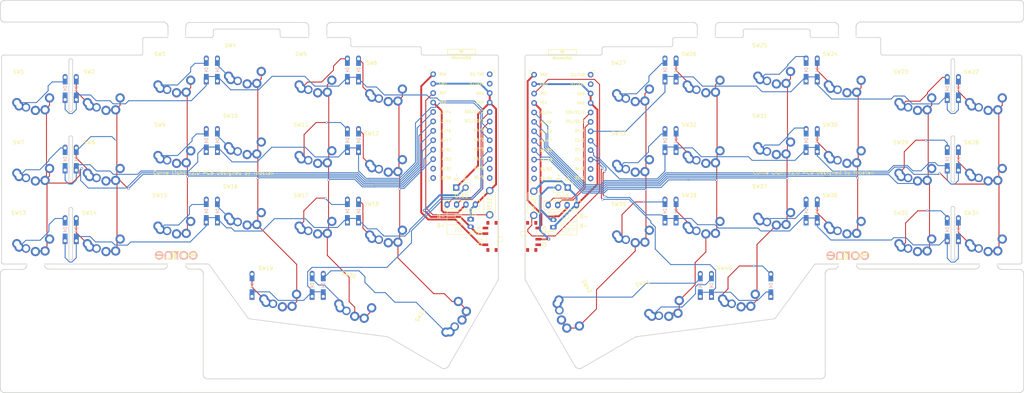
<source format=kicad_pcb>
(kicad_pcb (version 20211014) (generator pcbnew)
  (title_block (title "Corne Light") (date "2020-11-12") (rev "2.0") (company "foostan"))
  (layers (0 "F.Cu" signal) (31 "B.Cu" signal) (34 "B.Paste" user) (35 "F.Paste" user) (36 "B.SilkS" user "B.Silkscreen") (37 "F.SilkS" user "F.Silkscreen") (38 "B.Mask" user) (39 "F.Mask" user) (44 "Edge.Cuts" user))
  (net 0 "")
  (net 1 "row0")
  (net 2 "Net-(D1-Pad2)")
  (net 3 "row1")
  (net 4 "Net-(D2-Pad2)")
  (net 5 "row2")
  (net 6 "Net-(D3-Pad2)")
  (net 7 "row3")
  (net 8 "Net-(D4-Pad2)")
  (net 9 "Net-(D5-Pad2)")
  (net 10 "Net-(D6-Pad2)")
  (net 11 "Net-(D7-Pad2)")
  (net 12 "Net-(D8-Pad2)")
  (net 13 "Net-(D9-Pad2)")
  (net 14 "Net-(D10-Pad2)")
  (net 15 "Net-(D11-Pad2)")
  (net 16 "Net-(D12-Pad2)")
  (net 17 "Net-(D13-Pad2)")
  (net 18 "Net-(D14-Pad2)")
  (net 19 "Net-(D15-Pad2)")
  (net 20 "Net-(D16-Pad2)")
  (net 21 "Net-(D17-Pad2)")
  (net 22 "Net-(D18-Pad2)")
  (net 23 "Net-(D19-Pad2)")
  (net 24 "Net-(D20-Pad2)")
  (net 25 "Net-(D21-Pad2)")
  (net 26 "GND")
  (net 27 "VCC")
  (net 28 "col0")
  (net 29 "col1")
  (net 30 "col2")
  (net 31 "col3")
  (net 32 "col4")
  (net 33 "col5")
  (net 34 "reset")
  (net 35 "SCL")
  (net 36 "SDA")
  (net 37 "Net-(BATJ1-Pad2)")
  (net 38 "+BATT")
  (net 41 "Net-(D22-Pad2)")
  (net 42 "row0_r")
  (net 43 "Net-(D23-Pad2)")
  (net 44 "Net-(D24-Pad2)")
  (net 45 "Net-(D25-Pad2)")
  (net 46 "Net-(D26-Pad2)")
  (net 47 "Net-(D27-Pad2)")
  (net 48 "row1_r")
  (net 49 "Net-(D28-Pad2)")
  (net 50 "Net-(D29-Pad2)")
  (net 51 "Net-(D30-Pad2)")
  (net 52 "Net-(D31-Pad2)")
  (net 53 "Net-(D32-Pad2)")
  (net 54 "Net-(D33-Pad2)")
  (net 55 "row2_r")
  (net 56 "Net-(D34-Pad2)")
  (net 57 "Net-(D35-Pad2)")
  (net 58 "Net-(D36-Pad2)")
  (net 59 "Net-(D37-Pad2)")
  (net 60 "Net-(D38-Pad2)")
  (net 61 "Net-(D39-Pad2)")
  (net 62 "Net-(D40-Pad2)")
  (net 63 "row3_r")
  (net 64 "Net-(D41-Pad2)")
  (net 65 "Net-(D42-Pad2)")
  (net 66 "SDA_r")
  (net 67 "SCL_r")
  (net 68 "reset_r")
  (net 69 "col0_r")
  (net 70 "col1_r")
  (net 71 "col2_r")
  (net 72 "col3_r")
  (net 73 "col4_r")
  (net 74 "col5_r")
  (net 80 "VDD")
  (net 81 "GNDA")
  (net 87 "+BATTA")
  (net 88 "Net-(BATJ3-Pad2)")
  (footprint "kbd:ResetSW_1side" (layer "F.Cu") (at 156.374847 76.817432 -90)
    (fp_text reference "RSW2" hide)
    (fp_text value "SW_PUSH")
  )
  (footprint "gateron-ks27:gateron-ks27-choc-v1-mx" (layer "F.Cu") (at 278.684847 45.920432)
    (fp_text reference "SW22")
    (fp_text value "SW_PUSH")
  )
  (footprint "gateron-ks27:gateron-ks27-choc-v1-mx" (layer "F.Cu") (at 259.684847 45.920432)
    (fp_text reference "SW23")
    (fp_text value "SW_PUSH")
  )
  (footprint "gateron-ks27:gateron-ks27-choc-v1-mx" (layer "F.Cu") (at 240.684847 41.170432)
    (fp_text reference "SW24")
    (fp_text value "SW_PUSH")
  )
  (footprint "gateron-ks27:gateron-ks27-choc-v1-mx" (layer "F.Cu") (at 221.684847 38.795432)
    (fp_text reference "SW25")
    (fp_text value "SW_PUSH")
  )
  (footprint "gateron-ks27:gateron-ks27-choc-v1-mx" (layer "F.Cu") (at 202.684847 41.170432)
    (fp_text reference "SW26")
    (fp_text value "SW_PUSH")
  )
  (footprint "gateron-ks27:gateron-ks27-choc-v1-mx" (layer "F.Cu") (at 183.684847 43.545432)
    (fp_text reference "SW27")
    (fp_text value "SW_PUSH")
  )
  (footprint "gateron-ks27:gateron-ks27-choc-v1-mx" (layer "F.Cu") (at 278.684847 64.920432)
    (fp_text reference "SW28")
    (fp_text value "SW_PUSH")
  )
  (footprint "gateron-ks27:gateron-ks27-choc-v1-mx" (layer "F.Cu") (at 259.684847 64.920432)
    (fp_text reference "SW29")
    (fp_text value "SW_PUSH")
  )
  (footprint "gateron-ks27:gateron-ks27-choc-v1-mx" (layer "F.Cu") (at 240.684847 60.170432)
    (fp_text reference "SW30")
    (fp_text value "SW_PUSH")
  )
  (footprint "gateron-ks27:gateron-ks27-choc-v1-mx" (layer "F.Cu") (at 221.684847 57.795432)
    (fp_text reference "SW31")
    (fp_text value "SW_PUSH")
  )
  (footprint "gateron-ks27:gateron-ks27-choc-v1-mx" (layer "F.Cu") (at 202.684847 60.170432)
    (fp_text reference "SW32")
    (fp_text value "SW_PUSH")
  )
  (footprint "gateron-ks27:gateron-ks27-choc-v1-mx" (layer "F.Cu") (at 183.684847 62.545432)
    (fp_text reference "SW33")
    (fp_text value "SW_PUSH")
  )
  (footprint "gateron-ks27:gateron-ks27-choc-v1-mx" (layer "F.Cu") (at 278.684847 83.920432)
    (fp_text reference "SW34")
    (fp_text value "SW_PUSH")
  )
  (footprint "gateron-ks27:gateron-ks27-choc-v1-mx" (layer "F.Cu") (at 259.684847 83.920432)
    (fp_text reference "SW35")
    (fp_text value "SW_PUSH")
  )
  (footprint "gateron-ks27:gateron-ks27-choc-v1-mx" (layer "F.Cu") (at 240.684847 79.170432)
    (fp_text reference "SW36")
    (fp_text value "SW_PUSH")
  )
  (footprint "gateron-ks27:gateron-ks27-choc-v1-mx" (layer "F.Cu") (at 221.684847 76.795432)
    (fp_text reference "SW37")
    (fp_text value "SW_PUSH")
  )
  (footprint "gateron-ks27:gateron-ks27-choc-v1-mx" (layer "F.Cu") (at 202.684847 79.170432)
    (fp_text reference "SW38")
    (fp_text value "SW_PUSH")
  )
  (footprint "gateron-ks27:gateron-ks27-choc-v1-mx" (layer "F.Cu") (at 212.184847 98.795432)
    (fp_text reference "SW40")
    (fp_text value "SW_PUSH")
  )
  (footprint "gateron-ks27:gateron-ks27-choc-v1-mx" (layer "F.Cu") (at 191.184847 101.545432 15)
    (fp_text reference "SW41")
    (fp_text value "SW_PUSH")
  )
  (footprint "gateron-ks27:gateron-ks27-choc-v1-mx" (layer "F.Cu") (at 183.684847 81.545432)
    (fp_text reference "SW39")
    (fp_text value "SW_PUSH")
  )
  (footprint "kbd:ProMicro_v3" (layer "F.Cu") (at 136.8925 56.56)
    (fp_text reference "U1" hide)
    (fp_text value "ProMicro" hide)
  )
  (footprint "kbd:ProMicro_v3" (layer "F.Cu") (at 164.062847 56.686432)
    (fp_text reference "U2" hide)
    (fp_text value "ProMicro" hide)
  )
  (footprint "gateron-ks27:gateron-ks27-choc-v1-mx" (layer "F.Cu") (at 117.1875 43.545)
    (fp_text reference "SW6")
    (fp_text value "SW_PUSH")
  )
  (footprint "gateron-ks27:gateron-ks27-choc-v1-mx" (layer "F.Cu") (at 98.1875 41.17)
    (fp_text reference "SW5")
    (fp_text value "SW_PUSH")
  )
  (footprint "gateron-ks27:gateron-ks27-choc-v1-mx" (layer "F.Cu") (at 79.1875 38.795)
    (fp_text reference "SW4")
    (fp_text value "SW_PUSH")
  )
  (footprint "gateron-ks27:gateron-ks27-choc-v1-mx" (layer "F.Cu") (at 60.1875 41.17)
    (fp_text reference "SW3")
    (fp_text value "SW_PUSH")
  )
  (footprint "gateron-ks27:gateron-ks27-choc-v1-mx" (layer "F.Cu") (at 41.1875 45.92)
    (fp_text reference "SW2")
    (fp_text value "SW_PUSH")
  )
  (footprint "gateron-ks27:gateron-ks27-choc-v1-mx" (layer "F.Cu") (at 117.1875 81.545)
    (fp_text reference "SW18")
    (fp_text value "SW_PUSH")
  )
  (footprint "gateron-ks27:gateron-ks27-choc-v1-mx-1.5u" (layer "F.Cu") (at 131.9375 105.295 60)
    (fp_text reference "SW21")
    (fp_text value "SW_PUSH")
  )
  (footprint "gateron-ks27:gateron-ks27-choc-v1-mx" (layer "F.Cu") (at 22.1875 83.92)
    (fp_text reference "SW13")
    (fp_text value "SW_PUSH")
  )
  (footprint "gateron-ks27:gateron-ks27-choc-v1-mx" (layer "F.Cu") (at 109.6875 101.545 -15)
    (fp_text reference "SW20")
    (fp_text value "SW_PUSH")
  )
  (footprint "gateron-ks27:gateron-ks27-choc-v1-mx" (layer "F.Cu") (at 88.6875 98.795)
    (fp_text reference "SW19")
    (fp_text value "SW_PUSH")
  )
  (footprint "gateron-ks27:gateron-ks27-choc-v1-mx" (layer "F.Cu") (at 98.1875 79.17)
    (fp_text reference "SW17")
    (fp_text value "SW_PUSH")
  )
  (footprint "gateron-ks27:gateron-ks27-choc-v1-mx" (layer "F.Cu") (at 79.1875 76.795)
    (fp_text reference "SW16")
    (fp_text value "SW_PUSH")
  )
  (footprint "gateron-ks27:gateron-ks27-choc-v1-mx" (layer "F.Cu") (at 60.1875 79.17)
    (fp_text reference "SW15")
    (fp_text value "SW_PUSH")
  )
  (footprint "gateron-ks27:gateron-ks27-choc-v1-mx" (layer "F.Cu") (at 41.1875 83.92)
    (fp_text reference "SW14")
    (fp_text value "SW_PUSH")
  )
  (footprint "gateron-ks27:gateron-ks27-choc-v1-mx" (layer "F.Cu") (at 117.1875 62.545)
    (fp_text reference "SW12")
    (fp_text value "SW_PUSH")
  )
  (footprint "gateron-ks27:gateron-ks27-choc-v1-mx" (layer "F.Cu") (at 98.1875 60.17)
    (fp_text reference "SW11")
    (fp_text value "SW_PUSH")
  )
  (footprint "gateron-ks27:gateron-ks27-choc-v1-mx" (layer "F.Cu") (at 79.1875 57.795)
    (fp_text reference "SW10")
    (fp_text value "SW_PUSH")
  )
  (footprint "gateron-ks27:gateron-ks27-choc-v1-mx" (layer "F.Cu") (at 60.1875 60.17)
    (fp_text reference "SW9")
    (fp_text value "SW_PUSH")
  )
  (footprint "gateron-ks27:gateron-ks27-choc-v1-mx" (layer "F.Cu") (at 41.1875 64.92)
    (fp_text reference "SW8")
    (fp_text value "SW_PUSH")
  )
  (footprint "gateron-ks27:gateron-ks27-choc-v1-mx" (layer "F.Cu") (at 22.1875 64.92)
    (fp_text reference "SW7")
    (fp_text value "SW_PUSH")
  )
  (footprint "gateron-ks27:gateron-ks27-choc-v1-mx" (layer "F.Cu") (at 22.1875 45.92)
    (fp_text reference "SW1")
    (fp_text value "SW_PUSH")
  )
  (footprint "kbd:thread_m2" (layer "F.Cu") (at 156.330847 93.085432)
    (fp_text reference "Ref**" hide)
    (fp_text value "Val**" hide)
  )
  (footprint "kbd:thread_m2" (layer "F.Cu") (at 170.889847 84.542432)
    (fp_text reference "Ref**" hide)
    (fp_text value "Val**" hide)
  )
  (footprint "gateron-ks27:gateron-ks27-choc-v1-mx-1.5u" (layer "F.Cu") (at 168.934847 105.295432 -60)
    (fp_text reference "SW42")
    (fp_text value "SW_PUSH")
  )
  (footprint "kbd:OLED_1side" (layer "F.Cu") (at 133.0285 77.168)
    (fp_text reference "J2")
    (fp_text value "OLED" hide)
  )
  (footprint "kbd:ResetSW_1side" (layer "F.Cu") (at 144.5045 76.671 -90)
    (fp_text reference "RSW1" hide)
    (fp_text value "SW_PUSH")
  )
  (footprint "kbd:Breakaway_Tabs" (layer "F.Cu") (at 22.19625 93.38)
    (fp_text reference "J5")
    (fp_text value "Breakaway_Tabs")
  )
  (footprint "kbd:Breakaway_Tabs" (layer "F.Cu") (at 60.1845 93.38)
    (fp_text reference "J5")
    (fp_text value "Breakaway_Tabs")
  )
  (footprint "kbd:Breakaway_Tabs" (layer "F.Cu") (at 60.2875 31.97)
    (fp_text reference "J5")
    (fp_text value "Breakaway_Tabs")
  )
  (footprint "kbd:Breakaway_Tabs" (layer "F.Cu") (at 98.2575 31.97)
    (fp_text reference "J5")
    (fp_text value "Breakaway_Tabs")
  )
  (footprint "kbd:Breakaway_Tabs" (layer "F.Cu") (at 202.7775 31.98)
    (fp_text reference "J5")
    (fp_text value "Breakaway_Tabs")
  )
  (footprint "kbd:Breakaway_Tabs" (layer "F.Cu") (at 240.7975 31.97)
    (fp_text reference "J5")
    (fp_text value "Breakaway_Tabs")
  )
  (footprint "kbd:Breakaway_Tabs" (layer "F.Cu") (at 278.8275 93.39)
    (fp_text reference "J5")
    (fp_text value "Breakaway_Tabs")
  )
  (footprint "kbd:Breakaway_Tabs" (layer "F.Cu") (at 240.8275 93.39)
    (fp_text reference "J5")
    (fp_text value "Breakaway_Tabs")
  )
  (footprint "kbd:OLED_1side" (layer "F.Cu") (at 160.2575 77.31)
    (fp_text reference "J7")
    (fp_text value "OLED" hide)
  )
  (footprint "kbd:corne-logo-horizontal" (layer "F.Cu") (at 60.2175 90.93)
    (fp_text reference "G***" hide)
    (fp_text value "LOGO" hide)
  )
  (footprint "kbd:corne-logo-horizontal" (layer "F.Cu") (at 240.9975 91.01)
    (fp_text reference "G***" hide)
    (fp_text value "LOGO" hide)
  )
  (footprint "Button_Switch_SMD:SW_SPDT_PCM12" (layer "F.Cu") (at 156.1325 85.745 -90)
    (fp_text reference "PSW2" hide)
    (fp_text value "SW_SPST")
  )
  (footprint "Connector_JST:JST_PH_S2B-PH-K_1x02_P2.00mm_Horizontal" (layer "F.Cu") (at 161.6375 83.27 90)
    (fp_text reference "BATJ4" hide)
    (fp_text value "Conn_01x02_Female")
  )
  (footprint "Connector_PinHeader_2.54mm:PinHeader_1x02_P2.54mm_Vertical" (layer "F.Cu") (at 165.5125 72.595 -90)
    (fp_text reference "BATJ3")
    (fp_text value "Conn_01x02_Female")
  )
  (footprint "Connector_PinHeader_2.54mm:PinHeader_1x02_P2.54mm_Vertical" (layer "F.Cu") (at 135.4725 72.595 90)
    (fp_text reference "BATJ1")
    (fp_text value "Conn_01x02_Female")
  )
  (footprint "Button_Switch_SMD:SW_SPDT_PCM12" (layer "F.Cu") (at 144.7875 85.745 90)
    (fp_text reference "PSW1" hide)
    (fp_text value "SW_SPST")
  )
  (footprint "Connector_JST:JST_PH_S2B-PH-K_1x02_P2.00mm_Horizontal" (layer "F.Cu") (at 139.3625 81.145 -90)
    (fp_text reference "BATJ2" hide)
    (fp_text value "Conn_01x02_Female")
  )
  (footprint "kbd:D3_TH_SMD_v2" (layer "B.Cu") (at 270.684847 83.920432 90)
    (fp_text reference "D34" hide)
    (fp_text value "D" hide)
  )
  (footprint "kbd:D3_TH_SMD_v2" (layer "B.Cu") (at 232.684847 78.920432 90)
    (fp_text reference "D36" hide)
    (fp_text value "D" hide)
  )
  (footprint "kbd:D3_TH_SMD_v2" (layer "B.Cu") (at 229.684847 78.915432 90)
    (fp_text reference "D37" hide)
    (fp_text value "D" hide)
  )
  (footprint "kbd:D3_TH_SMD_v2" (layer "B.Cu") (at 194.684847 78.920432 90)
    (fp_text reference "D38" hide)
    (fp_text value "D" hide)
  )
  (footprint "kbd:D3_TH_SMD_v2" (layer "B.Cu") (at 191.684847 78.920432 90)
    (fp_text reference "D39" hide)
    (fp_text value "D" hide)
  )
  (footprint "kbd:D3_TH_SMD_v2" (layer "B.Cu") (at 220.184847 98.930432 90)
    (fp_text reference "D40" hide)
    (fp_text value "D" hide)
  )
  (footprint "kbd:D3_TH_SMD_v2" (layer "B.Cu") (at 204.194847 98.915432 90)
    (fp_text reference "D41" hide)
    (fp_text value "D" hide)
  )
  (footprint "kbd:D3_TH_SMD_v2" (layer "B.Cu") (at 201.194847 98.915432 90)
    (fp_text reference "D42" hide)
    (fp_text value "D" hide)
  )
  (footprint "kbd:D3_TH_SMD_v2" (layer "B.Cu") (at 270.684847 45.920432 90)
    (fp_text reference "D22" hide)
    (fp_text value "D" hide)
  )
  (footprint "kbd:D3_TH_SMD_v2" (layer "B.Cu") (at 267.684847 45.920432 90)
    (fp_text reference "D23" hide)
    (fp_text value "D" hide)
  )
  (footprint "kbd:D3_TH_SMD_v2" (layer "B.Cu") (at 232.684847 40.920432 90)
    (fp_text reference "D24" hide)
    (fp_text value "D" hide)
  )
  (footprint "kbd:D3_TH_SMD_v2" (layer "B.Cu") (at 229.684847 40.915432 90)
    (fp_text reference "D25" hide)
    (fp_text value "D" hide)
  )
  (footprint "kbd:D3_TH_SMD_v2" (layer "B.Cu") (at 194.684847 40.920432 90)
    (fp_text reference "D26" hide)
    (fp_text value "D" hide)
  )
  (footprint "kbd:D3_TH_SMD_v2" (layer "B.Cu") (at 191.684847 40.920432 90)
    (fp_text reference "D27" hide)
    (fp_text value "D" hide)
  )
  (footprint "kbd:D3_TH_SMD_v2" (layer "B.Cu") (at 270.684847 64.920432 90)
    (fp_text reference "D28" hide)
    (fp_text value "D" hide)
  )
  (footprint "kbd:D3_TH_SMD_v2" (layer "B.Cu") (at 267.684847 64.920432 90)
    (fp_text reference "D29" hide)
    (fp_text value "D" hide)
  )
  (footprint "kbd:D3_TH_SMD_v2" (layer "B.Cu") (at 232.684847 59.920432 90)
    (fp_text reference "D30" hide)
    (fp_text value "D" hide)
  )
  (footprint "kbd:D3_TH_SMD_v2" (layer "B.Cu") (at 229.684847 59.915432 90)
    (fp_text reference "D31" hide)
    (fp_text value "D" hide)
  )
  (footprint "kbd:D3_TH_SMD_v2" (layer "B.Cu") (at 194.684847 59.920432 90)
    (fp_text reference "D32" hide)
    (fp_text value "D" hide)
  )
  (footprint "kbd:D3_TH_SMD_v2" (layer "B.Cu") (at 33.1875 83.92 90)
    (fp_text reference "D14" hide)
    (fp_text value "D" hide)
  )
  (footprint "kbd:D3_TH_SMD_v2" (layer "B.Cu") (at 33.1875 64.92 90)
    (fp_text reference "D8" hide)
    (fp_text value "D" hide)
  )
  (footprint "kbd:D3_TH_SMD_v2" (layer "B.Cu") (at 33.1875 45.92 90)
    (fp_text reference "D2" hide)
    (fp_text value "D" hide)
  )
  (footprint "kbd:D3_TH_SMD_v2" (layer "B.Cu") (at 191.684847 59.920432 90)
    (fp_text reference "D33" hide)
    (fp_text value "D" hide)
  )
  (footprint "kbd:D3_TH_SMD_v2" (layer "B.Cu") (at 99.6875 98.905 90)
    (fp_text reference "D21" hide)
    (fp_text value "D" hide)
  )
  (footprint "kbd:D3_TH_SMD_v2" (layer "B.Cu") (at 96.6875 98.905 90)
    (fp_text reference "D20" hide)
    (fp_text value "D" hide)
  )
  (footprint "kbd:D3_TH_SMD_v2" (layer "B.Cu") (at 80.5075 98.91 90)
    (fp_text reference "D19" hide)
    (fp_text value "D" hide)
  )
  (footprint "kbd:D3_TH_SMD_v2" (layer "B.Cu") (at 109.1875 78.92 90)
    (fp_text reference "D18" hide)
    (fp_text value "D" hide)
  )
  (footprint "kbd:D3_TH_SMD_v2" (layer "B.Cu") (at 106.1875 78.92 90)
    (fp_text reference "D17" hide)
    (fp_text value "D" hide)
  )
  (footprint "kbd:D3_TH_SMD_v2" (layer "B.Cu") (at 71.1875 78.915 90)
    (fp_text reference "D16" hide)
    (fp_text value "D" hide)
  )
  (footprint "kbd:D3_TH_SMD_v2" (layer "B.Cu") (at 68.1875 78.92 90)
    (fp_text reference "D15" hide)
    (fp_text value "D" hide)
  )
  (footprint "kbd:D3_TH_SMD_v2" (layer "B.Cu") (at 30.1875 83.916875 90)
    (fp_text reference "D13" hide)
    (fp_text value "D" hide)
  )
  (footprint "kbd:D3_TH_SMD_v2" (layer "B.Cu") (at 109.1875 59.92 90)
    (fp_text reference "D12" hide)
    (fp_text value "D" hide)
  )
  (footprint "kbd:D3_TH_SMD_v2" (layer "B.Cu") (at 106.1875 59.92 90)
    (fp_text reference "D11" hide)
    (fp_text value "D" hide)
  )
  (footprint "kbd:D3_TH_SMD_v2" (layer "B.Cu") (at 71.1875 59.915 90)
    (fp_text reference "D10" hide)
    (fp_text value "D" hide)
  )
  (footprint "kbd:D3_TH_SMD_v2" (layer "B.Cu") (at 68.1875 59.92 90)
    (fp_text reference "D9" hide)
    (fp_text value "D" hide)
  )
  (footprint "kbd:D3_TH_SMD_v2" (layer "B.Cu") (at 30.1875 64.916875 90)
    (fp_text reference "D7" hide)
    (fp_text value "D" hide)
  )
  (footprint "kbd:D3_TH_SMD_v2" (layer "B.Cu") (at 109.1875 40.92 90)
    (fp_text reference "D6" hide)
    (fp_text value "D" hide)
  )
  (footprint "kbd:D3_TH_SMD_v2" (layer "B.Cu") (at 106.1875 40.92 90)
    (fp_text reference "D5" hide)
    (fp_text value "D" hide)
  )
  (footprint "kbd:D3_TH_SMD_v2" (layer "B.Cu") (at 71.1875 40.915 90)
    (fp_text reference "D4" hide)
    (fp_text value "D" hide)
  )
  (footprint "kbd:D3_TH_SMD_v2" (layer "B.Cu") (at 68.1875 40.92 90)
    (fp_text reference "D3" hide)
    (fp_text value "D" hide)
  )
  (footprint "kbd:D3_TH_SMD_v2" (layer "B.Cu") (at 30.1875 45.916875 90)
    (fp_text reference "D1" hide)
    (fp_text value "D" hide)
  )
  (footprint "kbd:D3_TH_SMD_v2" (layer "B.Cu") (at 267.684847 83.920432 90)
    (fp_text reference "D35" hide)
    (fp_text value "D" hide)
  )
  (footprint "kbd:spacer_m2" (layer "B.Cu") (at 31.6955 74.4205 180)
    (fp_text reference "Ref**" hide)
    (fp_text value "Val**" hide)
  )
  (footprint "kbd:spacer_m2" (layer "B.Cu") (at 107.6505 51.9305 180)
    (fp_text reference "Ref**" hide)
    (fp_text value "Val**" hide)
  )
  (footprint "kbd:spacer_m2" (layer "B.Cu") (at 31.6955 55.4205 180)
    (fp_text reference "Ref**" hide)
    (fp_text value "Val**" hide)
  )
  (footprint "kbd:spacer_m2" (layer "B.Cu") (at 74.8395 91.6855 180)
    (fp_text reference "Ref**" hide)
    (fp_text value "Val**" hide)
  )
  (footprint "kbd:spacer_m2" (layer "B.Cu") (at 121.4055 99.3 180)
    (fp_text reference "Ref**" hide)
    (fp_text value "Val**" hide)
  )
  (footprint "kbd:thread_m2" (layer "B.Cu") (at 129.9445 84.419 180)
    (fp_text reference "Ref**" hide)
    (fp_text value "Val**" hide)
  )
  (footprint "kbd:thread_m2" (layer "B.Cu") (at 144.3765 92.94 180)
    (fp_text reference "Ref**" hide)
    (fp_text value "Val**" hide)
  )
  (footprint "kbd:spacer_m2" (layer "B.Cu") (at 193.235847 51.936932 180)
    (fp_text reference "Ref**" hide)
    (fp_text value "Val**" hide)
  )
  (footprint "kbd:spacer_m2" (layer "B.Cu") (at 179.485847 99.446932 180)
    (fp_text reference "Ref**" hide)
    (fp_text value "Val**" hide)
  )
  (footprint "kbd:spacer_m2" (layer "B.Cu") (at 226.055847 91.696932 180)
    (fp_text reference "Ref**" hide)
    (fp_text value "Val**" hide)
  )
  (footprint "kbd:spacer_m2" (layer "B.Cu") (at 269.195847 55.426932 180)
    (fp_text reference "Ref**" hide)
    (fp_text value "Val**" hide)
  )
  (footprint "kbd:spacer_m2" (layer "B.Cu") (at 269.195847 74.426932 180)
    (fp_text reference "Ref**" hide)
    (fp_text value "Val**" hide)
  )
  (footprint "kbd:corne-logo-horizontal" (layer "B.Cu") (at 59.9875 90.93 180)
    (fp_text reference "G***" hide)
    (fp_text value "LOGO" hide)
  )
  (footprint "kbd:corne-logo-horizontal" (layer "B.Cu") (at 240.7675 91.01 180)
    (fp_text reference "G***" hide)
    (fp_text value "LOGO" hide)
  )
  (footprint "kbd:spacer_m2" (layer "B.Cu") (at 50.7125 74.445 180)
    (fp_text reference "Ref**" hide)
    (fp_text value "Val**" hide)
  )
  (footprint "kbd:spacer_m2" (layer "B.Cu") (at 50.7125 55.445 180)
    (fp_text reference "Ref**" hide)
    (fp_text value "Val**" hide)
  )
  (footprint "kbd:spacer_m2" (layer "B.Cu") (at 250.2125 74.426932 180)
    (fp_text reference "Ref**" hide)
    (fp_text value "Val**" hide)
  )
  (footprint "kbd:spacer_m2" (layer "B.Cu") (at 250.2125 55.426932 180)
    (fp_text reference "Ref**" hide)
    (fp_text value "Val**" hide)
  )
  (gr_line (start 31.1975 51.66) (end 31.1975 38.41) (layer "Edge.Cuts") (width 0.2))
  (gr_line (start 32.1975 59.16) (end 32.1975 70.66) (layer "Edge.Cuts") (width 0.2))
  (gr_line (start 31.47875 37.94125) (end 31.6975 37.91) (layer "Edge.Cuts") (width 0.2))
  (gr_line (start 31.885 37.94125) (end 31.6975 37.91) (layer "Edge.Cuts") (width 0.2))
  (gr_line (start 31.22875 38.2225) (end 31.3225 38.035) (layer "Edge.Cuts") (width 0.2))
  (gr_line (start 31.22875 38.2225) (end 31.1975 38.41) (layer "Edge.Cuts") (width 0.2))
  (gr_line (start 32.16625 38.2225) (end 32.0725 38.035) (layer "Edge.Cuts") (width 0.2))
  (gr_line (start 32.1975 38.41) (end 32.16625 38.2225) (layer "Edge.Cuts") (width 0.2))
  (gr_line (start 31.51 52.12875) (end 31.6975 52.16) (layer "Edge.Cuts") (width 0.2))
  (gr_line (start 31.22875 51.8475) (end 31.3225 52.035) (layer "Edge.Cuts") (width 0.2))
  (gr_line (start 31.1975 51.66) (end 31.22875 51.8475) (layer "Edge.Cuts") (width 0.2))
  (gr_line (start 32.16625 51.8475) (end 32.1975 51.66) (layer "Edge.Cuts") (width 0.2))
  (gr_line (start 31.91625 52.12875) (end 32.0725 52.035) (layer "Edge.Cuts") (width 0.2))
  (gr_line (start 32.16625 51.8475) (end 32.0725 52.035) (layer "Edge.Cuts") (width 0.2))
  (gr_line (start 31.91625 52.12875) (end 31.6975 52.16) (layer "Edge.Cuts") (width 0.2))
  (gr_line (start 31.3225 52.035) (end 31.51 52.12875) (layer "Edge.Cuts") (width 0.2))
  (gr_line (start 31.885 58.69125) (end 31.6975 58.66) (layer "Edge.Cuts") (width 0.2))
  (gr_line (start 32.16625 58.9725) (end 32.0725 58.785) (layer "Edge.Cuts") (width 0.2))
  (gr_line (start 32.1975 59.16) (end 32.16625 58.9725) (layer "Edge.Cuts") (width 0.2))
  (gr_line (start 31.22875 58.9725) (end 31.1975 59.16) (layer "Edge.Cuts") (width 0.2))
  (gr_line (start 31.47875 58.69125) (end 31.3225 58.785) (layer "Edge.Cuts") (width 0.2))
  (gr_line (start 31.22875 58.9725) (end 31.3225 58.785) (layer "Edge.Cuts") (width 0.2))
  (gr_line (start 31.47875 58.69125) (end 31.6975 58.66) (layer "Edge.Cuts") (width 0.2))
  (gr_line (start 32.0725 58.785) (end 31.885 58.69125) (layer "Edge.Cuts") (width 0.2))
  (gr_line (start 31.51 71.12875) (end 31.6975 71.16) (layer "Edge.Cuts") (width 0.2))
  (gr_line (start 32.16625 70.8475) (end 32.1975 70.66) (layer "Edge.Cuts") (width 0.2))
  (gr_line (start 32.16625 70.8475) (end 32.0725 71.035) (layer "Edge.Cuts") (width 0.2))
  (gr_line (start 31.22875 70.8475) (end 31.3225 71.035) (layer "Edge.Cuts") (width 0.2))
  (gr_line (start 31.91625 71.12875) (end 32.0725 71.035) (layer "Edge.Cuts") (width 0.2))
  (gr_line (start 31.3225 71.035) (end 31.51 71.12875) (layer "Edge.Cuts") (width 0.2))
  (gr_line (start 31.91625 71.12875) (end 31.6975 71.16) (layer "Edge.Cuts") (width 0.2))
  (gr_line (start 31.1975 70.66) (end 31.22875 70.8475) (layer "Edge.Cuts") (width 0.2))
  (gr_line (start 31.47875 77.94125) (end 31.3225 78.035) (layer "Edge.Cuts") (width 0.2))
  (gr_line (start 31.22875 78.2225) (end 31.3225 78.035) (layer "Edge.Cuts") (width 0.2))
  (gr_line (start 32.16625 78.2225) (end 32.0725 78.035) (layer "Edge.Cuts") (width 0.2))
  (gr_line (start 31.885 77.94125) (end 31.6975 77.91) (layer "Edge.Cuts") (width 0.2))
  (gr_line (start 32.0725 78.035) (end 31.885 77.94125) (layer "Edge.Cuts") (width 0.2))
  (gr_line (start 31.22875 78.2225) (end 31.1975 78.41) (layer "Edge.Cuts") (width 0.2))
  (gr_line (start 32.1975 78.41) (end 32.16625 78.2225) (layer "Edge.Cuts") (width 0.2))
  (gr_line (start 31.47875 77.94125) (end 31.6975 77.91) (layer "Edge.Cuts") (width 0.2))
  (gr_line (start 32.16625 91.8475) (end 32.1975 91.66) (layer "Edge.Cuts") (width 0.2))
  (gr_line (start 31.91625 92.12875) (end 32.0725 92.035) (layer "Edge.Cuts") (width 0.2))
  (gr_line (start 31.91625 92.12875) (end 31.6975 92.16) (layer "Edge.Cuts") (width 0.2))
  (gr_line (start 32.16625 91.8475) (end 32.0725 92.035) (layer "Edge.Cuts") (width 0.2))
  (gr_line (start 31.1975 91.66) (end 31.22875 91.8475) (layer "Edge.Cuts") (width 0.2))
  (gr_line (start 31.22875 91.8475) (end 31.3225 92.035) (layer "Edge.Cuts") (width 0.2))
  (gr_line (start 31.51 92.12875) (end 31.6975 92.16) (layer "Edge.Cuts") (width 0.2))
  (gr_line (start 31.3225 92.035) (end 31.51 92.12875) (layer "Edge.Cuts") (width 0.2))
  (gr_line (start 269.385 37.94125) (end 269.1975 37.91) (layer "Edge.Cuts") (width 0.2))
  (gr_line (start 269.66625 38.2225) (end 269.5725 38.035) (layer "Edge.Cuts") (width 0.2))
  (gr_line (start 269.6975 38.41) (end 269.66625 38.2225) (layer "Edge.Cuts") (width 0.2))
  (gr_line (start 268.72875 38.2225) (end 268.6975 38.41) (layer "Edge.Cuts") (width 0.2))
  (gr_line (start 268.97875 37.94125) (end 268.8225 38.035) (layer "Edge.Cuts") (width 0.2))
  (gr_line (start 268.72875 38.2225) (end 268.8225 38.035) (layer "Edge.Cuts") (width 0.2))
  (gr_line (start 268.97875 37.94125) (end 269.1975 37.91) (layer "Edge.Cuts") (width 0.2))
  (gr_line (start 269.5725 38.035) (end 269.385 37.94125) (layer "Edge.Cuts") (width 0.2))
  (gr_line (start 269.66625 51.8475) (end 269.5725 52.035) (layer "Edge.Cuts") (width 0.2))
  (gr_line (start 269.41625 52.12875) (end 269.5725 52.035) (layer "Edge.Cuts") (width 0.2))
  (gr_line (start 268.72875 51.8475) (end 268.8225 52.035) (layer "Edge.Cuts") (width 0.2))
  (gr_line (start 269.01 52.12875) (end 269.1975 52.16) (layer "Edge.Cuts") (width 0.2))
  (gr_line (start 269.41625 52.12875) (end 269.1975 52.16) (layer "Edge.Cuts") (width 0.2))
  (gr_line (start 269.66625 51.8475) (end 269.6975 51.66) (layer "Edge.Cuts") (width 0.2))
  (gr_line (start 268.8225 52.035) (end 269.01 52.12875) (layer "Edge.Cuts") (width 0.2))
  (gr_line (start 268.6975 51.66) (end 268.72875 51.8475) (layer "Edge.Cuts") (width 0.2))
  (gr_line (start 268.97875 58.69125) (end 269.1975 58.66) (layer "Edge.Cuts") (width 0.2))
  (gr_line (start 268.72875 58.9725) (end 268.6975 59.16) (layer "Edge.Cuts") (width 0.2))
  (gr_line (start 269.5725 58.785) (end 269.385 58.69125) (layer "Edge.Cuts") (width 0.2))
  (gr_line (start 269.66625 58.9725) (end 269.5725 58.785) (layer "Edge.Cuts") (width 0.2))
  (gr_line (start 269.385 58.69125) (end 269.1975 58.66) (layer "Edge.Cuts") (width 0.2))
  (gr_line (start 268.97875 58.69125) (end 268.8225 58.785) (layer "Edge.Cuts") (width 0.2))
  (gr_line (start 268.72875 58.9725) (end 268.8225 58.785) (layer "Edge.Cuts") (width 0.2))
  (gr_line (start 269.6975 59.16) (end 269.66625 58.9725) (layer "Edge.Cuts") (width 0.2))
  (gr_line (start 269.41625 71.12875) (end 269.1975 71.16) (layer "Edge.Cuts") (width 0.2))
  (gr_line (start 269.66625 70.8475) (end 269.6975 70.66) (layer "Edge.Cuts") (width 0.2))
  (gr_line (start 268.6975 70.66) (end 268.72875 70.8475) (layer "Edge.Cuts") (width 0.2))
  (gr_line (start 269.41625 71.12875) (end 269.5725 71.035) (layer "Edge.Cuts") (width 0.2))
  (gr_line (start 269.01 71.12875) (end 269.1975 71.16) (layer "Edge.Cuts") (width 0.2))
  (gr_line (start 269.66625 70.8475) (end 269.5725 71.035) (layer "Edge.Cuts") (width 0.2))
  (gr_line (start 268.8225 71.035) (end 269.01 71.12875) (layer "Edge.Cuts") (width 0.2))
  (gr_line (start 268.72875 70.8475) (end 268.8225 71.035) (layer "Edge.Cuts") (width 0.2))
  (gr_line (start 269.66625 77.9725) (end 269.5725 77.785) (layer "Edge.Cuts") (width 0.2))
  (gr_line (start 268.72875 77.9725) (end 268.8225 77.785) (layer "Edge.Cuts") (width 0.2))
  (gr_line (start 269.5725 77.785) (end 269.385 77.69125) (layer "Edge.Cuts") (width 0.2))
  (gr_line (start 268.72875 77.9725) (end 268.6975 78.16) (layer "Edge.Cuts") (width 0.2))
  (gr_line (start 268.97875 77.69125) (end 268.8225 77.785) (layer "Edge.Cuts") (width 0.2))
  (gr_line (start 269.385 77.69125) (end 269.1975 77.66) (layer "Edge.Cuts") (width 0.2))
  (gr_line (start 269.6975 78.16) (end 269.66625 77.9725) (layer "Edge.Cuts") (width 0.2))
  (gr_line (start 268.97875 77.69125) (end 269.1975 77.66) (layer "Edge.Cuts") (width 0.2))
  (gr_line (start 268.6975 91.66) (end 268.72875 91.8475) (layer "Edge.Cuts") (width 0.2))
  (gr_line (start 269.41625 92.12875) (end 269.1975 92.16) (layer "Edge.Cuts") (width 0.2))
  (gr_line (start 269.01 92.12875) (end 269.1975 92.16) (layer "Edge.Cuts") (width 0.2))
  (gr_line (start 269.66625 91.8475) (end 269.5725 92.035) (layer "Edge.Cuts") (width 0.2))
  (gr_line (start 268.8225 92.035) (end 269.01 92.12875) (layer "Edge.Cuts") (width 0.2))
  (gr_line (start 268.72875 91.8475) (end 268.8225 92.035) (layer "Edge.Cuts") (width 0.2))
  (gr_line (start 269.66625 91.8475) (end 269.6975 91.66) (layer "Edge.Cuts") (width 0.2))
  (gr_line (start 269.41625 92.12875) (end 269.5725 92.035) (layer "Edge.Cuts") (width 0.2))
  (gr_line (start 287.761114 27.841367) (end 287.933833 27.699127) (layer "Edge.Cuts") (width 0.2))
  (gr_line (start 19.674538 94.092121) (end 19.671998 94.094661) (layer "Edge.Cuts") (width 0.2))
  (gr_line (start 57.853241 29.027545) (end 57.855781 29.027545) (layer "Edge.Cuts") (width 0.2))
  (gr_line (start 237.248183 28.136006) (end 206.377054 28.136006) (layer "Edge.Cuts") (width 0.2))
  (gr_line (start 57.782121 28.798946) (end 57.782121 28.798946) (layer "Edge.Cuts") (width 0.2))
  (gr_line (start 13.283905 37.031077) (end 13.184845 37.132677) (layer "Edge.Cuts") (width 0.2))
  (gr_line (start 57.784661 28.801486) (end 57.787201 28.806566) (layer "Edge.Cuts") (width 0.2))
  (gr_line (start 95.445203 28.473826) (end 95.272484 28.334126) (layer "Edge.Cuts") (width 0.2))
  (gr_line (start 62.630976 93.406322) (end 62.630976 93.411402) (layer "Edge.Cuts") (width 0.2))
  (gr_line (start 243.161298 29.037705) (end 243.161298 29.037705) (layer "Edge.Cuts") (width 0.2))
  (gr_line (start 234.804706 123.167472) (end 234.825026 122.943953) (layer "Edge.Cuts") (width 0.2))
  (gr_line (start 12.946085 22.715652) (end 12.841945 22.911231) (layer "Edge.Cuts") (width 0.2))
  (gr_line (start 18.653459 94.643301) (end 18.650919 94.643301) (layer "Edge.Cuts") (width 0.2))
  (gr_line (start 88.185891 31.981562) (end 88.284951 32.080622) (layer "Edge.Cuts") (width 0.2))
  (gr_line (start 18.645839 94.643301) (end 13.893504 94.643301) (layer "Edge.Cuts") (width 0.2))
  (gr_line (start 57.279201 94.348661) (end 57.449381 94.208961) (layer "Edge.Cuts") (width 0.2))
  (gr_line (start 18.892219 94.617901) (end 18.887139 94.617901) (layer "Edge.Cuts") (width 0.2))
  (gr_line (start 79.481319 107.782708) (end 79.595619 107.869068) (layer "Edge.Cuts") (width 0.2))
  (gr_line (start 234.825026 95.768519) (end 234.825026 95.768519) (layer "Edge.Cuts") (width 0.2))
  (gr_line (start 107.113952 34.35138) (end 107.185072 34.48092) (layer "Edge.Cuts") (width 0.2))
  (gr_line (start 19.875198 93.180262) (end 19.880278 93.408862) (layer "Edge.Cuts") (width 0.2))
  (gr_line (start 66.616232 94.638221) (end 66.618772 94.638221) (layer "Edge.Cuts") (width 0.2))
  (gr_line (start 19.857418 93.642542) (end 19.857418 93.642542) (layer "Edge.Cuts") (width 0.2))
  (gr_line (start 231.274109 32.184762) (end 238.386102 32.184762) (layer "Edge.Cuts") (width 0.2))
  (gr_line (start 287.756034 94.82618) (end 287.557914 94.72204) (layer "Edge.Cuts") (width 0.2))
  (gr_line (start 94.863544 28.166486) (end 94.640024 28.143626) (layer "Edge.Cuts") (width 0.2))
  (gr_line (start 249.673851 32.387962) (end 249.744971 32.520042) (layer "Edge.Cuts") (width 0.2))
  (gr_line (start 169.40485 121.097374) (end 169.277851 121.173574) (layer "Edge.Cuts") (width 0.2))
  (gr_line (start 67.281711 95.29862) (end 67.284251 95.30116) (layer "Edge.Cuts") (width 0.2))
  (gr_line (start 205.935094 28.224906) (end 205.739515 28.329046) (layer "Edge.Cuts") (width 0.2))
  (gr_line (start 243.161298 29.037705) (end 243.161298 29.037705) (layer "Edge.Cuts") (width 0.2))
  (gr_line (start 101.769797 28.143626) (end 101.762177 28.143626) (layer "Edge.Cuts") (width 0.2))
  (gr_line (start 13.184845 37.132677) (end 13.113725 37.262217) (layer "Edge.Cuts") (width 0.2))
  (gr_line (start 234.847886 95.53484) (end 234.850426 95.5323) (layer "Edge.Cuts") (width 0.2))
  (gr_line (start 19.128439 94.544241) (end 19.128439 94.544241) (layer "Edge.Cuts") (width 0.2))
  (gr_line (start 236.051845 94.534081) (end 236.051845 94.534081) (layer "Edge.Cuts") (width 0.2))
  (gr_line (start 237.685063 28.222366) (end 237.471703 28.156326) (layer "Edge.Cuts") (width 0.2))
  (gr_line (start 288.238633 95.545) (end 288.172593 95.33164) (layer "Edge.Cuts") (width 0.2))
  (gr_line (start 243.161298 29.037705) (end 243.161298 29.032625) (layer "Edge.Cuts") (width 0.2))
  (gr_line (start 243.240037 93.396162) (end 243.240037 93.403782) (layer "Edge.Cuts") (width 0.2))
  (gr_line (start 221.114119 107.930027) (end 221.022679 107.937647) (layer "Edge.Cuts") (width 0.2))
  (gr_line (start 70.113808 30.261984) (end 70.085868 30.429624) (layer "Edge.Cuts") (width 0.2))
  (gr_line (start 230.87279 31.986642) (end 230.80167 31.854563) (layer "Edge.Cuts") (width 0.2))
  (gr_line (start 281.35016 94.089581) (end 281.34762 94.084501) (layer "Edge.Cuts") (width 0.2))
  (gr_line (start 234.494826 123.749132) (end 234.637066 123.576412) (layer "Edge.Cuts") (width 0.2))
  (gr_line (start 287.273434 36.937098) (end 287.443614 36.967578) (layer "Edge.Cuts") (width 0.2))
  (gr_line (start 50.886027 36.830418) (end 50.985087 36.728818) (layer "Edge.Cuts") (width 0.2))
  (gr_line (start 95.272484 28.334126) (end 95.076904 28.229986) (layer "Edge.Cuts") (width 0.2))
  (gr_line (start 235.376205 94.7449) (end 235.579405 94.633141) (layer "Edge.Cuts") (width 0.2))
  (gr_line (start 169.277851 121.173574) (end 169.140691 121.237074) (layer "Edge.Cuts") (width 0.2))
  (gr_line (start 282.140099 94.612821) (end 282.140099 94.612821) (layer "Edge.Cuts") (width 0.2))
  (gr_line (start 12.778445 126.886029) (end 12.844485 127.096849) (layer "Edge.Cuts") (width 0.2))
  (gr_line (start 146.735373 97.500798) (end 146.783633 97.343318) (layer "Edge.Cuts") (width 0.2))
  (gr_line (start 174.274026 36.937098) (end 174.274026 36.937098) (layer "Edge.Cuts") (width 0.2))
  (gr_line (start 276.300645 93.830501) (end 276.366685 93.617142) (layer "Edge.Cuts") (width 0.2))
  (gr_line (start 287.926213 94.96588) (end 287.756034 94.82618) (layer "Edge.Cuts") (width 0.2))
  (gr_line (start 57.512881 28.400166) (end 57.512881 28.400166) (layer "Edge.Cuts") (width 0.2))
  (gr_line (start 63.768895 28.143626) (end 63.763815 28.143626) (layer "Edge.Cuts") (width 0.2))
  (gr_line (start 125.584814 34.67904) (end 107.583851 34.67904) (layer "Edge.Cuts") (width 0.2))
  (gr_line (start 24.718973 93.848281) (end 24.825653 94.041321) (layer "Edge.Cuts") (width 0.2))
  (gr_line (start 200.38774 29.266305) (end 200.36488 29.042785) (layer "Edge.Cuts") (width 0.2))
  (gr_line (start 234.847886 95.53738) (end 234.847886 95.53484) (layer "Edge.Cuts") (width 0.2))
  (gr_line (start 244.129037 28.059806) (end 244.131577 28.059806) (layer "Edge.Cuts") (width 0.2))
  (gr_line (start 276.387005 93.396162) (end 276.394625 93.185342) (layer "Edge.Cuts") (width 0.2))
  (gr_line (start 63.326935 28.232526) (end 63.131355 28.339206) (layer "Edge.Cuts") (width 0.2))
  (gr_line (start 19.524678 94.275001) (end 19.524678 94.275001) (layer "Edge.Cuts") (width 0.2))
  (gr_line (start 95.785563 32.179682) (end 95.780483 29.281545) (layer "Edge.Cuts") (width 0.2))
  (gr_line (start 194.273966 32.184762) (end 200.39536 32.184762) (layer "Edge.Cuts") (width 0.2))
  (gr_line (start 235.371125 94.74744) (end 235.376205 94.7449) (layer "Edge.Cuts") (width 0.2))
  (gr_line (start 244.362716 28.034406) (end 244.365256 28.034406) (layer "Edge.Cuts") (width 0.2))
  (gr_line (start 13.258505 94.83888) (end 13.085785 94.98112) (layer "Edge.Cuts") (width 0.2))
  (gr_line (start 234.825026 95.768519) (end 234.847886 95.53738) (layer "Edge.Cuts") (width 0.2))
  (gr_line (start 199.68416 28.222366) (end 199.470801 28.156326) (layer "Edge.Cuts") (width 0.2))
  (gr_line (start 95.780483 29.276465) (end 95.757623 29.052945) (layer "Edge.Cuts") (width 0.2))
  (gr_line (start 18.897299 94.617901) (end 18.892219 94.617901) (layer "Edge.Cuts") (width 0.2))
  (gr_line (start 116.664342 112.720463) (end 116.504323 112.700143) (layer "Edge.Cuts") (width 0.2))
  (gr_line (start 18.897299 94.617901) (end 18.897299 94.617901) (layer "Edge.Cuts") (width 0.2))
  (gr_line (start 231.274109 32.184762) (end 231.103929 32.156822) (layer "Edge.Cuts") (width 0.2))
  (gr_line (start 287.565534 27.945506) (end 287.761114 27.841367) (layer "Edge.Cuts") (width 0.2))
  (gr_line (start 238.388642 93.396162) (end 238.396262 93.187882) (layer "Edge.Cuts") (width 0.2))
  (gr_line (start 56.649282 28.044566) (end 56.877882 28.067426) (layer "Edge.Cuts") (width 0.2))
  (gr_line (start 184.019996 112.756023) (end 184.192716 112.728083) (layer "Edge.Cuts") (width 0.2))
  (gr_line (start 244.154437 94.513761) (end 244.377956 94.534081) (layer "Edge.Cuts") (width 0.2))
  (gr_line (start 19.334179 94.432481) (end 19.331639 94.435021) (layer "Edge.Cuts") (width 0.2))
  (gr_line (start 133.380066 120.716375) (end 133.382606 120.711295) (layer "Edge.Cuts") (width 0.2))
  (gr_line (start 24.655473 93.634922) (end 24.718973 93.848281) (layer "Edge.Cuts") (width 0.2))
  (gr_line (start 287.672214 92.987222) (end 287.570614 93.088822) (layer "Edge.Cuts") (width 0.2))
  (gr_line (start 237.250723 94.534081) (end 237.255803 94.534081) (layer "Edge.Cuts") (width 0.2))
  (gr_line (start 19.524678 94.275001) (end 19.524678 94.275001) (layer "Edge.Cuts") (width 0.2))
  (gr_line (start 57.665281 28.585586) (end 57.667821 28.585586) (layer "Edge.Cuts") (width 0.2))
  (gr_line (start 19.786298 93.883841) (end 19.677078 94.087041) (layer "Edge.Cuts") (width 0.2))
  (gr_line (start 19.786298 93.878761) (end 19.786298 93.883841) (layer "Edge.Cuts") (width 0.2))
  (gr_line (start 244.123957 28.062346) (end 244.129037 28.059806) (layer "Edge.Cuts") (width 0.2))
  (gr_line (start 243.684537 28.247766) (end 243.687077 28.245226) (layer "Edge.Cuts") (width 0.2))
  (gr_line (start 67.380771 95.771059) (end 67.380771 95.773599) (layer "Edge.Cuts") (width 0.2))
  (gr_line (start 234.129066 123.995512) (end 234.324646 123.888832) (layer "Edge.Cuts") (width 0.2))
  (gr_line (start 281.6956 94.429941) (end 281.69052 94.427401) (layer "Edge.Cuts") (width 0.2))
  (gr_line (start 12.755585 126.662509) (end 12.778445 126.886029) (layer "Edge.Cuts") (width 0.2))
  (gr_line (start 281.23586 93.876221) (end 281.23332 93.871141) (layer "Edge.Cuts") (width 0.2))
  (gr_line (start 281.908959 94.544241) (end 281.908959 94.544241) (layer "Edge.Cuts") (width 0.2))
  (gr_line (start 67.403631 123.185252) (end 67.469671 123.396072) (layer "Edge.Cuts") (width 0.2))
  (gr_line (start 244.362716 28.034406) (end 244.362716 28.034406) (layer "Edge.Cuts") (width 0.2))
  (gr_line (start 32.1975 78.41) (end 32.1975 91.66) (layer "Edge.Cuts") (width 0.2))
  (gr_line (start 169.140691 121.237074) (end 168.988291 121.287874) (layer "Edge.Cuts") (width 0.2))
  (gr_line (start 269.6975 51.66) (end 269.6975 38.41) (layer "Edge.Cuts") (width 0.2))
  (gr_line (start 68.67363 93.187882) (end 68.58473 93.16) (layer "Edge.Cuts") (width 0.2))
  (gr_line (start 276.366685 93.617142) (end 276.387005 93.396162) (layer "Edge.Cuts") (width 0.2))
  (gr_line (start 19.880278 93.411402) (end 19.880278 93.411402) (layer "Edge.Cuts") (width 0.2))
  (gr_line (start 50.583768 36.929478) (end 50.756488 36.901538) (layer "Edge.Cuts") (width 0.2))
  (gr_line (start 68.93779 93.327582) (end 68.82095 93.241222) (layer "Edge.Cuts") (width 0.2))
  (gr_line (start 146.834433 37.429857) (end 146.834433 96.906438) (layer "Edge.Cuts") (width 0.2))
  (gr_line (start 287.756034 22.387992) (end 287.557914 22.283852) (layer "Edge.Cuts") (width 0.2))
  (gr_line (start 287.441074 93.157402) (end 287.273434 93.187882) (layer "Edge.Cuts") (width 0.2))
  (gr_line (start 281.16474 93.645082) (end 281.1622 93.642542) (layer "Edge.Cuts") (width 0.2))
  (gr_line (start 19.857418 93.642542) (end 19.857418 93.642542) (layer "Edge.Cuts") (width 0.2))
  (gr_line (start 212.442568 32.159362) (end 212.272388 32.187302) (layer "Edge.Cuts") (width 0.2))
  (gr_line (start 13.896044 127.792808) (end 287.126114 127.785188) (layer "Edge.Cuts") (width 0.2))
  (gr_line (start 12.951165 27.541647) (end 13.093405 27.714367) (layer "Edge.Cuts") (width 0.2))
  (gr_line (start 67.355371 95.53738) (end 67.380771 95.768519) (layer "Edge.Cuts") (width 0.2))
  (gr_line (start 57.881181 29.271385) (end 57.881181 29.273925) (layer "Edge.Cuts") (width 0.2))
  (gr_line (start 24.635153 93.185342) (end 57.787201 93.185342) (layer "Edge.Cuts") (width 0.2))
  (gr_line (start 154.022626 37.434937) (end 154.053106 37.267297) (layer "Edge.Cuts") (width 0.2))
  (gr_line (start 154.042946 97.188378) (end 154.025166 97.005498) (layer "Edge.Cuts") (width 0.2))
  (gr_line (start 88.41703 32.151742) (end 88.58467 32.179682) (layer "Edge.Cuts") (width 0.2))
  (gr_line (start 146.732833 37.130137) (end 146.633773 37.028537) (layer "Edge.Cuts") (width 0.2))
  (gr_line (start 67.355371 95.5323) (end 67.355371 95.53738) (layer "Edge.Cuts") (width 0.2))
  (gr_line (start 70.283988 30.030844) (end 70.184928 30.132444) (layer "Edge.Cuts") (width 0.2))
  (gr_line (start 56.880422 28.067426) (end 56.882962 28.067426) (layer "Edge.Cuts") (width 0.2))
  (gr_line (start 126.085193 35.179419) (end 126.085193 36.429098) (layer "Edge.Cuts") (width 0.2))
  (gr_line (start 132.734907 121.231994) (end 132.879686 121.165954) (layer "Edge.Cuts") (width 0.2))
  (gr_line (start 287.570614 93.088822) (end 287.441074 93.157402) (layer "Edge.Cuts") (width 0.2))
  (gr_line (start 13.085785 37.429857) (end 13.085785 37.429857) (layer "Edge.Cuts") (width 0.2))
  (gr_line (start 281.23586 93.881301) (end 281.23586 93.876221) (layer "Edge.Cuts") (width 0.2))
  (gr_line (start 200.39536 32.184762) (end 200.38774 29.273925) (layer "Edge.Cuts") (width 0.2))
  (gr_line (start 12.841945 95.34688) (end 12.778445 95.56024) (layer "Edge.Cuts") (width 0.2))
  (gr_line (start 133.004146 121.092294) (end 133.126066 120.998315) (layer "Edge.Cuts") (width 0.2))
  (gr_line (start 13.454084 22.296552) (end 13.258505 22.400692) (layer "Edge.Cuts") (width 0.2))
  (gr_line (start 288.238633 23.106811) (end 288.172593 22.893451) (layer "Edge.Cuts") (width 0.2))
  (gr_line (start 281.898799 94.539161) (end 281.6956 94.429941) (layer "Edge.Cuts") (width 0.2))
  (gr_line (start 100.819838 28.651626) (end 100.715698 28.847206) (layer "Edge.Cuts") (width 0.2))
  (gr_line (start 154.075966 97.353478) (end 154.042946 97.188378) (layer "Edge.Cuts") (width 0.2))
  (gr_line (start 236.051845 94.534081) (end 236.054385 94.534081) (layer "Edge.Cuts") (width 0.2))
  (gr_line (start 238.388642 29.273925) (end 238.388642 29.266305) (layer "Edge.Cuts") (width 0.2))
  (gr_line (start 67.469671 123.396072) (end 67.576351 123.591652) (layer "Edge.Cuts") (width 0.2))
  (gr_line (start 18.650919 94.643301) (end 18.645839 94.643301) (layer "Edge.Cuts") (width 0.2))
  (gr_line (start 24.825653 94.041321) (end 24.967893 94.214041) (layer "Edge.Cuts") (width 0.2))
  (gr_line (start 13.286445 93.081202) (end 13.415984 93.149782) (layer "Edge.Cuts") (width 0.2))
  (gr_line (start 66.824512 94.74744) (end 66.824512 94.74998) (layer "Edge.Cuts") (width 0.2))
  (gr_line (start 19.517058 94.282621) (end 19.339259 94.429941) (layer "Edge.Cuts") (width 0.2))
  (gr_line (start 57.324921 28.247766) (end 57.324921 28.247766) (layer "Edge.Cuts") (width 0.2))
  (gr_line (start 13.184845 92.979602) (end 13.286445 93.081202) (layer "Edge.Cuts") (width 0.2))
  (gr_line (start 244.367796 28.034406) (end 244.372876 28.034406) (layer "Edge.Cuts") (width 0.2))
  (gr_line (start 237.471703 28.156326) (end 237.248183 28.136006) (layer "Edge.Cuts") (width 0.2))
  (gr_line (start 205.739515 28.329046) (end 205.569335 28.471286) (layer "Edge.Cuts") (width 0.2))
  (gr_line (start 235.810545 94.562021) (end 235.815625 94.559481) (layer "Edge.Cuts") (width 0.2))
  (gr_line (start 68.58473 93.16) (end 62.625896 93.16) (layer "Edge.Cuts") (width 0.2))
  (gr_line (start 125.752454 34.70952) (end 125.584814 34.67904) (layer "Edge.Cuts") (width 0.2))
  (gr_line (start 126.085193 35.179419) (end 126.054713 35.009239) (layer "Edge.Cuts") (width 0.2))
  (gr_line (start 94.640024 28.143626) (end 63.768895 28.143626) (layer "Edge.Cuts") (width 0.2))
  (gr_line (start 244.365256 28.034406) (end 244.367796 28.034406) (layer "Edge.Cuts") (width 0.2))
  (gr_line (start 70.184928 30.132444) (end 70.113808 30.261984) (layer "Edge.Cuts") (width 0.2))
  (gr_line (start 62.653836 29.060565) (end 62.630976 29.284085) (layer "Edge.Cuts") (width 0.2))
  (gr_line (start 12.844485 27.348607) (end 12.951165 27.541647) (layer "Edge.Cuts") (width 0.2))
  (gr_line (start 199.470801 28.156326) (end 199.249821 28.136006) (layer "Edge.Cuts") (width 0.2))
  (gr_line (start 63.131355 28.339206) (end 62.961176 28.481446) (layer "Edge.Cuts") (width 0.2))
  (gr_line (start 146.501693 36.959958) (end 146.334053 36.929478) (layer "Edge.Cuts") (width 0.2))
  (gr_line (start 106.753272 32.210162) (end 106.585632 32.179682) (layer "Edge.Cuts") (width 0.2))
  (gr_line (start 19.857418 93.642542) (end 19.857418 93.642542) (layer "Edge.Cuts") (width 0.2))
  (gr_line (start 31.1975 91.66) (end 31.1975 78.41) (layer "Edge.Cuts") (width 0.2))
  (gr_line (start 238.299742 28.831966) (end 238.193062 28.636386) (layer "Edge.Cuts") (width 0.2))
  (gr_line (start 234.921546 95.29608) (end 235.030766 95.09288) (layer "Edge.Cuts") (width 0.2))
  (gr_line (start 184.192716 112.728083) (end 184.352736 112.707763) (layer "Edge.Cuts") (width 0.2))
  (gr_line (start 288.172593 22.893451) (end 288.068453 22.700412) (layer "Edge.Cuts") (width 0.2))
  (gr_line (start 193.743106 34.359) (end 193.671986 34.48854) (layer "Edge.Cuts") (width 0.2))
  (gr_line (start 235.030766 95.09034) (end 235.033306 95.0878) (layer "Edge.Cuts") (width 0.2))
  (gr_line (start 69.986809 31.979022) (end 70.055389 31.849483) (layer "Edge.Cuts") (width 0.2))
  (gr_line (start 235.818165 94.559481) (end 236.049305 94.534081) (layer "Edge.Cuts") (width 0.2))
  (gr_line (start 243.681997 28.250306) (end 243.684537 28.247766) (layer "Edge.Cuts") (width 0.2))
  (gr_line (start 212.742288 31.857103) (end 212.673708 31.989182) (layer "Edge.Cuts") (width 0.2))
  (gr_line (start 57.667821 28.585586) (end 57.670361 28.590666) (layer "Edge.Cuts") (width 0.2))
  (gr_line (start 12.841945 22.911231) (end 12.778445 23.122051) (layer "Edge.Cuts") (width 0.2))
  (gr_line (start 174.771865 35.187039) (end 174.771865 36.436718) (layer "Edge.Cuts") (width 0.2))
  (gr_line (start 275.691045 94.445181) (end 275.886625 94.341041) (layer "Edge.Cuts") (width 0.2))
  (gr_line (start 243.163838 29.027545) (end 243.229877 28.806566) (layer "Edge.Cuts") (width 0.2))
  (gr_line (start 243.146058 32.187302) (end 243.138438 29.271385) (layer "Edge.Cuts") (width 0.2))
  (gr_line (start 66.611152 94.635681) (end 66.611152 94.635681) (layer "Edge.Cuts") (width 0.2))
  (gr_line (start 205.429635 28.644006) (end 205.325495 28.839586) (layer "Edge.Cuts") (width 0.2))
  (gr_line (start 238.388642 29.266305) (end 238.365782 29.042785) (layer "Edge.Cuts") (width 0.2))
  (gr_line (start 57.111561 28.136006) (end 57.114101 28.138546) (layer "Edge.Cuts") (width 0.2))
  (gr_line (start 13.672524 28.021706) (end 13.896044 28.044566) (layer "Edge.Cuts") (width 0.2))
  (gr_line (start 238.193062 28.636386) (end 238.050823 28.466206) (layer "Edge.Cuts") (width 0.2))
  (gr_line (start 67.169951 95.09034) (end 67.172491 95.09288) (layer "Edge.Cuts") (width 0.2))
  (gr_line (start 13.459164 127.708988) (end 13.672524 127.772488) (layer "Edge.Cuts") (width 0.2))
  (gr_line (start 281.23586 93.881301) (end 281.23586 93.881301) (layer "Edge.Cuts") (width 0.2))
  (gr_line (start 168.444731 121.323434) (end 168.277092 121.290414) (layer "Edge.Cuts") (width 0.2))
  (gr_line (start 281.13934 93.401242) (end 281.1368 93.401242) (layer "Edge.Cuts") (width 0.2))
  (gr_line (start 174.873465 34.88732) (end 174.975065 34.78572) (layer "Edge.Cuts") (width 0.2))
  (gr_line (start 95.587443 28.646546) (end 95.445203 28.473826) (layer "Edge.Cuts") (width 0.2))
  (gr_line (start 88.58467 32.179682) (end 88.58467 32.179682) (layer "Edge.Cuts") (width 0.2))
  (gr_line (start 126.054713 35.009239) (end 125.983593 34.8797) (layer "Edge.Cuts") (width 0.2))
  (gr_line (start 57.324921 28.247766) (end 57.324921 28.247766) (layer "Edge.Cuts") (width 0.2))
  (gr_line (start 167.857992 121.102454) (end 167.741152 121.016095) (layer "Edge.Cuts") (width 0.2))
  (gr_line (start 66.385092 94.567101) (end 66.387632 94.569641) (layer "Edge.Cuts") (width 0.2))
  (gr_line (start 13.896044 28.044566) (end 56.646742 28.044566) (layer "Edge.Cuts") (width 0.2))
  (gr_line (start 57.332541 28.252846) (end 57.512881 28.400166) (layer "Edge.Cuts") (width 0.2))
  (gr_line (start 281.68798 94.424861) (end 281.50764 94.280081) (layer "Edge.Cuts") (width 0.2))
  (gr_line (start 168.988291 121.287874) (end 168.820651 121.320894) (layer "Edge.Cuts") (width 0.2))
  (gr_line (start 205.569335 28.471286) (end 205.429635 28.644006) (layer "Edge.Cuts") (width 0.2))
  (gr_line (start 66.611152 94.635681) (end 66.616232 94.638221) (layer "Edge.Cuts") (width 0.2))
  (gr_line (start 174.771865 36.436718) (end 174.743925 36.609438) (layer "Edge.Cuts") (width 0.2))
  (gr_line (start 117.159642 112.829683) (end 131.454748 121.092294) (layer "Edge.Cuts") (width 0.2))
  (gr_line (start 213.273147 29.936864) (end 213.273147 29.936864) (layer "Edge.Cuts") (width 0.2))
  (gr_line (start 243.679457 28.250306) (end 243.681997 28.250306) (layer "Edge.Cuts") (width 0.2))
  (gr_line (start 232.272328 93.187882) (end 238.396262 93.187882) (layer "Edge.Cuts") (width 0.2))
  (gr_line (start 288.073533 127.277188) (end 288.177673 127.081609) (layer "Edge.Cuts") (width 0.2))
  (gr_line (start 66.380012 94.567101) (end 66.385092 94.567101) (layer "Edge.Cuts") (width 0.2))
  (gr_line (start 243.748037 94.346121) (end 243.943617 94.450261) (layer "Edge.Cuts") (width 0.2))
  (gr_line (start 57.449381 94.208961) (end 57.591621 94.036241) (layer "Edge.Cuts") (width 0.2))
  (gr_line (start 131.871307 121.280254) (end 132.038947 121.315814) (layer "Edge.Cuts") (width 0.2))
  (gr_line (start 230.67213 30.137524) (end 230.74325 30.267064) (layer "Edge.Cuts") (width 0.2))
  (gr_line (start 12.778445 95.56024) (end 12.755585 95.783759) (layer "Edge.Cuts") (width 0.2))
  (gr_line (start 146.834433 96.990258) (end 146.834433 96.906438) (layer "Edge.Cuts") (width 0.2))
  (gr_line (start 62.717336 28.847206) (end 62.653836 29.060565) (layer "Edge.Cuts") (width 0.2))
  (gr_line (start 13.113725 92.850062) (end 13.184845 92.979602) (layer "Edge.Cuts") (width 0.2))
  (gr_line (start 194.106326 32.215242) (end 194.273966 32.184762) (layer "Edge.Cuts") (width 0.2))
  (gr_line (start 243.341637 28.590666) (end 243.346717 28.588126) (layer "Edge.Cuts") (width 0.2))
  (gr_line (start 243.687077 28.245226) (end 243.892817 28.133466) (layer "Edge.Cuts") (width 0.2))
  (gr_line (start 67.281711 95.29862) (end 67.281711 95.29862) (layer "Edge.Cuts") (width 0.2))
  (gr_line (start 287.674754 37.137757) (end 287.743334 37.269837) (layer "Edge.Cuts") (width 0.2))
  (gr_line (start 88.084291 30.429624) (end 88.056351 30.259444) (layer "Edge.Cuts") (width 0.2))
  (gr_line (start 237.692683 94.445181) (end 237.885723 94.341041) (layer "Edge.Cuts") (width 0.2))
  (gr_line (start 79.595619 107.869068) (end 79.745479 107.922407) (layer "Edge.Cuts") (width 0.2))
  (gr_line (start 268.6975 78.16) (end 268.6975 91.66) (layer "Edge.Cuts") (width 0.2))
  (gr_line (start 243.346717 28.583046) (end 243.494037 28.405246) (layer "Edge.Cuts") (width 0.2))
  (gr_line (start 275.256706 94.534081) (end 275.480226 94.511221) (layer "Edge.Cuts") (width 0.2))
  (gr_line (start 193.440847 34.65872) (end 193.273207 34.68412) (layer "Edge.Cuts") (width 0.2))
  (gr_line (start 101.541197 28.166486) (end 101.327838 28.232526) (layer "Edge.Cuts") (width 0.2))
  (gr_line (start 193.671986 34.48854) (end 193.570387 34.5876) (layer "Edge.Cuts") (width 0.2))
  (gr_line (start 57.327461 28.250306) (end 57.332541 28.252846) (layer "Edge.Cuts") (width 0.2))
  (gr_line (start 212.973427 30.035924) (end 213.102967 29.967344) (layer "Edge.Cuts") (width 0.2))
  (gr_line (start 68.93779 93.327582) (end 79.481319 107.782708) (layer "Edge.Cuts") (width 0.2))
  (gr_line (start 234.825026 95.771059) (end 234.825026 95.768519) (layer "Edge.Cuts") (width 0.2))
  (gr_line (start 50.985087 36.728818) (end 51.056207 36.599278) (layer "Edge.Cuts") (width 0.2))
  (gr_line (start 243.501657 28.397626) (end 243.679457 28.250306) (layer "Edge.Cuts") (width 0.2))
  (gr_line (start 67.284251 95.30116) (end 67.286791 95.30624) (layer "Edge.Cuts") (width 0.2))
  (gr_line (start 133.324186 120.792575) (end 133.380066 120.716375) (layer "Edge.Cuts") (width 0.2))
  (gr_line (start 63.771435 94.544241) (end 66.146332 94.544241) (layer "Edge.Cuts") (width 0.2))
  (gr_line (start 57.881181 29.268845) (end 57.881181 29.268845) (layer "Edge.Cuts") (width 0.2))
  (gr_line (start 234.847886 95.53738) (end 234.847886 95.53738) (layer "Edge.Cuts") (width 0.2))
  (gr_line (start 287.773814 37.437477) (end 287.773814 92.684963) (layer "Edge.Cuts") (width 0.2))
  (gr_line (start 212.772768 31.684383) (end 212.772768 30.434704) (layer "Edge.Cuts") (width 0.2))
  (gr_line (start 235.810545 94.562021) (end 235.810545 94.562021) (layer "Edge.Cuts") (width 0.2))
  (gr_line (start 13.459164 27.958206) (end 13.672524 28.021706) (layer "Edge.Cuts") (width 0.2))
  (gr_line (start 206.377054 28.136006) (end 206.369434 28.136006) (layer "Edge.Cuts") (width 0.2))
  (gr_line (start 132.038947 121.315814) (end 132.226907 121.328514) (layer "Edge.Cuts") (width 0.2))
  (gr_line (start 146.816653 97.175678) (end 146.834433 96.990258) (layer "Edge.Cuts") (width 0.2))
  (gr_line (start 66.148872 94.544241) (end 66.380012 94.567101) (layer "Edge.Cuts") (width 0.2))
  (gr_line (start 174.771865 35.187039) (end 174.802345 35.016859) (layer "Edge.Cuts") (width 0.2))
  (gr_line (start 193.570387 34.5876) (end 193.440847 34.65872) (layer "Edge.Cuts") (width 0.2))
  (gr_line (start 100.631878 29.284085) (end 100.636958 32.179682) (layer "Edge.Cuts") (width 0.2))
  (gr_line (start 243.346717 28.588126) (end 243.346717 28.583046) (layer "Edge.Cuts") (width 0.2))
  (gr_line (start 62.719876 93.848281) (end 62.826556 94.041321) (layer "Edge.Cuts") (width 0.2))
  (gr_line (start 70.413528 29.959724) (end 70.283988 30.030844) (layer "Edge.Cuts") (width 0.2))
  (gr_line (start 243.138438 29.268845) (end 243.161298 29.037705) (layer "Edge.Cuts") (width 0.2))
  (gr_line (start 13.415984 93.149782) (end 13.586164 93.180262) (layer "Edge.Cuts") (width 0.2))
  (gr_line (start 221.261439 107.876688) (end 221.114119 107.930027) (layer "Edge.Cuts") (width 0.2))
  (gr_line (start 287.354714 28.011546) (end 287.565534 27.945506) (layer "Edge.Cuts") (width 0.2))
  (gr_line (start 236.062005 94.534081) (end 237.250723 94.534081) (layer "Edge.Cuts") (width 0.2))
  (gr_line (start 243.494037 28.402706) (end 243.496577 28.400166) (layer "Edge.Cuts") (width 0.2))
  (gr_line (start 126.585573 36.929478) (end 126.585573 36.929478) (layer "Edge.Cuts") (width 0.2))
  (gr_line (start 281.50764 94.280081) (end 281.50764 94.277541) (layer "Edge.Cuts") (width 0.2))
  (gr_line (start 56.649282 94.544241) (end 56.872802 94.521381) (layer "Edge.Cuts") (width 0.2))
  (gr_line (start 212.772768 31.684383) (end 212.742288 31.857103) (layer "Edge.Cuts") (width 0.2))
  (gr_line (start 205.259455 29.052945) (end 205.239135 29.273925) (layer "Edge.Cuts") (width 0.2))
  (gr_line (start 287.131194 28.034406) (end 287.354714 28.011546) (layer "Edge.Cuts") (width 0.2))
  (gr_line (start 69.585489 32.179682) (end 62.636056 32.179682) (layer "Edge.Cuts") (width 0.2))
  (gr_line (start 50.756488 36.901538) (end 50.886027 36.830418) (layer "Edge.Cuts") (width 0.2))
  (gr_line (start 235.579405 94.633141) (end 235.579405 94.633141) (layer "Edge.Cuts") (width 0.2))
  (gr_line (start 24.630073 93.406322) (end 24.630073 93.411402) (layer "Edge.Cuts") (width 0.2))
  (gr_line (start 167.540492 120.807815) (end 167.479532 120.723995) (layer "Edge.Cuts") (width 0.2))
  (gr_line (start 132.879686 121.165954) (end 133.004146 121.092294) (layer "Edge.Cuts") (width 0.2))
  (gr_line (start 66.618772 94.638221) (end 66.824512 94.74744) (layer "Edge.Cuts") (width 0.2))
  (gr_line (start 126.184253 36.731358) (end 126.285853 36.830418) (layer "Edge.Cuts") (width 0.2))
  (gr_line (start 231.919269 93.332662) (end 221.375739 107.790328) (layer "Edge.Cuts") (width 0.2))
  (gr_line (start 24.967893 94.214041) (end 25.138073 94.353741) (layer "Edge.Cuts") (width 0.2))
  (gr_line (start 101.327838 28.232526) (end 101.132258 28.339206) (layer "Edge.Cuts") (width 0.2))
  (gr_line (start 146.676953 97.643038) (end 146.735373 97.500798) (layer "Edge.Cuts") (width 0.2))
  (gr_line (start 50.583768 36.929478) (end 13.6975 36.929478) (layer "Edge.Cuts") (width 0.2))
  (gr_line (start 235.589565 94.630601) (end 235.810545 94.562021) (layer "Edge.Cuts") (width 0.2))
  (gr_line (start 168.632691 121.336134) (end 168.444731 121.323434) (layer "Edge.Cuts") (width 0.2))
  (gr_line (start 51.414347 32.210162) (end 51.284807 32.281282) (layer "Edge.Cuts") (width 0.2))
  (gr_line (start 126.285853 36.830418) (end 126.415393 36.901538) (layer "Edge.Cuts") (width 0.2))
  (gr_line (start 19.857418 93.647622) (end 19.857418 93.652702) (layer "Edge.Cuts") (width 0.2))
  (gr_line (start 281.13934 93.406322) (end 281.13934 93.401242) (layer "Edge.Cuts") (width 0.2))
  (gr_line (start 24.630073 93.411402) (end 24.655473 93.634922) (layer "Edge.Cuts") (width 0.2))
  (gr_line (start 67.380771 95.778679) (end 67.380771 95.778679) (layer "Edge.Cuts") (width 0.2))
  (gr_line (start 125.884533 34.78064) (end 125.752454 34.70952) (layer "Edge.Cuts") (width 0.2))
  (gr_line (start 288.264033 23.330331) (end 288.238633 23.106811) (layer "Edge.Cuts") (width 0.2))
  (gr_line (start 235.180625 94.90492) (end 235.183165 94.90492) (layer "Edge.Cuts") (width 0.2))
  (gr_line (start 282.371239 94.635681) (end 282.371239 94.635681) (layer "Edge.Cuts") (width 0.2))
  (gr_line (start 117.159642 112.829683) (end 117.002162 112.786503) (layer "Edge.Cuts") (width 0.2))
  (gr_line (start 62.966256 94.214041) (end 63.138975 94.353741) (layer "Edge.Cuts") (width 0.2))
  (gr_line (start 154.355365 36.965038) (end 154.523005 36.934558) (layer "Edge.Cuts") (width 0.2))
  (gr_line (start 131.579208 121.165954) (end 131.718908 121.229454) (layer "Edge.Cuts") (width 0.2))
  (gr_line (start 174.571205 36.838038) (end 174.441665 36.909158) (layer "Edge.Cuts") (width 0.2))
  (gr_line (start 66.824512 94.74998) (end 66.829592 94.74998) (layer "Edge.Cuts") (width 0.2))
  (gr_line (start 243.892817 28.133466) (end 243.897897 28.130926) (layer "Edge.Cuts") (width 0.2))
  (gr_line (start 231.919269 93.332662) (end 232.033569 93.248842) (layer "Edge.Cuts") (width 0.2))
  (gr_line (start 154.022626 37.434937) (end 154.022626 96.908978) (layer "Edge.Cuts") (width 0.2))
  (gr_line (start 32.1975 38.41) (end 32.1975 51.66) (layer "Edge.Cuts") (width 0.2))
  (gr_line (start 244.377956 94.534081) (end 275.251626 94.534081) (layer "Edge.Cuts") (width 0.2))
  (gr_line (start 68.52123 124.094571) (end 233.687107 124.084411) (layer "Edge.Cuts") (width 0.2))
  (gr_line (start 57.782121 28.798946) (end 57.784661 28.801486) (layer "Edge.Cuts") (width 0.2))
  (gr_line (start 175.272245 34.68412) (end 193.273207 34.68412) (layer "Edge.Cuts") (width 0.2))
  (gr_line (start 235.183165 94.90492) (end 235.185705 94.89984) (layer "Edge.Cuts") (width 0.2))
  (gr_line (start 107.185072 34.48092) (end 107.286672 34.57998) (layer "Edge.Cuts") (width 0.2))
  (gr_line (start 67.380771 95.778679) (end 67.380771 122.956653) (layer "Edge.Cuts") (width 0.2))
  (gr_line (start 193.773586 32.685142) (end 193.804066 32.517502) (layer "Edge.Cuts") (width 0.2))
  (gr_line (start 243.240037 93.403782) (end 243.262897 93.627302) (layer "Edge.Cuts") (width 0.2))
  (gr_line (start 62.961176 28.481446) (end 62.821476 28.651626) (layer "Edge.Cuts") (width 0.2))
  (gr_line (start 174.743925 36.609438) (end 174.672805 36.738978) (layer "Edge.Cuts") (width 0.2))
  (gr_line (start 70.085868 30.429624) (end 70.083328 31.679303) (layer "Edge.Cuts") (width 0.2))
  (gr_line (start 235.185705 94.89984) (end 235.188245 94.8973) (layer "Edge.Cuts") (width 0.2))
  (gr_line (start 249.572251 32.288902) (end 249.673851 32.387962) (layer "Edge.Cuts") (width 0.2))
  (gr_line (start 69.585489 32.179682) (end 69.755669 32.151742) (layer "Edge.Cuts") (width 0.2))
  (gr_line (start 232.180888 93.195502) (end 232.272328 93.187882) (layer "Edge.Cuts") (width 0.2))
  (gr_line (start 70.085868 30.429624) (end 70.085868 30.429624) (layer "Edge.Cuts") (width 0.2))
  (gr_line (start 269.6975 70.66) (end 269.6975 59.16) (layer "Edge.Cuts") (width 0.2))
  (gr_line (start 57.881181 29.279005) (end 57.886261 32.179682) (layer "Edge.Cuts") (width 0.2))
  (gr_line (start 243.232417 28.801486) (end 243.234957 28.796406) (layer "Edge.Cuts") (width 0.2))
  (gr_line (start 133.230206 120.901795) (end 133.324186 120.792575) (layer "Edge.Cuts") (width 0.2))
  (gr_line (start 234.919006 95.30624) (end 234.919006 95.30116) (layer "Edge.Cuts") (width 0.2))
  (gr_line (start 66.824512 94.74744) (end 66.824512 94.74744) (layer "Edge.Cuts") (width 0.2))
  (gr_line (start 281.23586 93.881301) (end 281.23586 93.881301) (layer "Edge.Cuts") (width 0.2))
  (gr_line (start 249.272532 32.187302) (end 243.146058 32.187302) (layer "Edge.Cuts") (width 0.2))
  (gr_line (start 13.6975 36.929478) (end 13.413444 36.959958) (layer "Edge.Cuts") (width 0.2))
  (gr_line (start 233.915707 124.061552) (end 234.129066 123.995512) (layer "Edge.Cuts") (width 0.2))
  (gr_line (start 230.97185 32.085702) (end 230.87279 31.986642) (layer "Edge.Cuts") (width 0.2))
  (gr_line (start 56.888042 28.069966) (end 57.111561 28.136006) (layer "Edge.Cuts") (width 0.2))
  (gr_line (start 116.837062 112.748403) (end 116.664342 112.720463) (layer "Edge.Cuts") (width 0.2))
  (gr_line (start 19.524678 94.275001) (end 19.522138 94.280081) (layer "Edge.Cuts") (width 0.2))
  (gr_line (start 67.167411 95.08526) (end 67.167411 95.08526) (layer "Edge.Cuts") (width 0.2))
  (gr_line (start 287.273434 93.187882) (end 281.14696 93.187882) (layer "Edge.Cuts") (width 0.2))
  (gr_line (start 19.880278 93.411402) (end 19.857418 93.642542) (layer "Edge.Cuts") (width 0.2))
  (gr_line (start 13.413444 36.959958) (end 13.283905 37.031077) (layer "Edge.Cuts") (width 0.2))
  (gr_line (start 234.850426 95.52722) (end 234.919006 95.30624) (layer "Edge.Cuts") (width 0.2))
  (gr_line (start 288.172593 95.33164) (end 288.068453 95.13606) (layer "Edge.Cuts") (width 0.2))
  (gr_line (start 287.773814 92.684963) (end 287.743334 92.857682) (layer "Edge.Cuts") (width 0.2))
  (gr_line (start 243.433077 94.033701) (end 243.575317 94.203881) (layer "Edge.Cuts") (width 0.2))
  (gr_line (start 67.380771 122.961733) (end 67.403631 123.185252) (layer "Edge.Cuts") (width 0.2))
  (gr_line (start 57.111561 28.136006) (end 57.111561 28.136006) (layer "Edge.Cuts") (width 0.2))
  (gr_line (start 56.646742 28.044566) (end 56.649282 28.044566) (layer "Edge.Cuts") (width 0.2))
  (gr_line (start 287.131194 127.785188) (end 287.354714 127.762328) (layer "Edge.Cuts") (width 0.2))
  (gr_line (start 67.012472 94.89984) (end 67.012472 94.89984) (layer "Edge.Cuts") (width 0.2))
  (gr_line (start 67.281711 95.29862) (end 67.281711 95.29862) (layer "Edge.Cuts") (width 0.2))
  (gr_line (start 167.479532 120.723995) (end 167.474452 120.718915) (layer "Edge.Cuts") (width 0.2))
  (gr_line (start 88.056351 30.259444) (end 87.985231 30.129904) (layer "Edge.Cuts") (width 0.2))
  (gr_line (start 57.695761 93.840661) (end 57.759261 93.627302) (layer "Edge.Cuts") (width 0.2))
  (gr_line (start 79.834379 107.930027) (end 116.504323 112.700143) (layer "Edge.Cuts") (width 0.2))
  (gr_line (start 244.372876 28.034406) (end 244.372876 28.034406) (layer "Edge.Cuts") (width 0.2))
  (gr_line (start 230.44353 29.967344) (end 230.57307 30.038464) (layer "Edge.Cuts") (width 0.2))
  (gr_line (start 13.586164 93.180262) (end 13.586164 93.180262) (layer "Edge.Cuts") (width 0.2))
  (gr_line (start 68.82095 93.241222) (end 68.67363 93.187882) (layer "Edge.Cuts") (width 0.2))
  (gr_line (start 281.50256 94.275001) (end 281.50002 94.272461) (layer "Edge.Cuts") (width 0.2))
  (gr_line (start 13.664904 94.666161) (end 13.454084 94.7322) (layer "Edge.Cuts") (width 0.2))
  (gr_line (start 243.900437 28.130926) (end 244.121417 28.062346) (layer "Edge.Cuts") (width 0.2))
  (gr_line (start 62.826556 94.041321) (end 62.966256 94.214041) (layer "Edge.Cuts") (width 0.2))
  (gr_line (start 205.239135 29.273925) (end 205.236595 32.187302) (layer "Edge.Cuts") (width 0.2))
  (gr_line (start 19.339259 94.429941) (end 19.334179 94.432481) (layer "Edge.Cuts") (width 0.2))
  (gr_line (start 19.522138 94.280081) (end 19.517058 94.282621) (layer "Edge.Cuts") (width 0.2))
  (gr_line (start 62.625896 93.16) (end 62.630976 93.406322) (layer "Edge.Cuts") (width 0.2))
  (gr_line (start 63.540295 28.166486) (end 63.326935 28.232526) (layer "Edge.Cuts") (width 0.2))
  (gr_line (start 13.085785 37.429857) (end 13.085785 92.679883) (layer "Edge.Cuts") (width 0.2))
  (gr_line (start 243.245117 93.185342) (end 276.394625 93.185342) (layer "Edge.Cuts") (width 0.2))
  (gr_line (start 32.0725 38.035) (end 31.885 37.94125) (layer "Edge.Cuts") (width 0.2))
  (gr_line (start 205.325495 28.839586) (end 205.259455 29.052945) (layer "Edge.Cuts") (width 0.2))
  (gr_line (start 107.055532 32.509882) (end 106.984412 32.380342) (layer "Edge.Cuts") (width 0.2))
  (gr_line (start 212.772768 30.434704) (end 212.803248 30.267064) (layer "Edge.Cuts") (width 0.2))
  (gr_line (start 281.13934 93.408862) (end 281.13934 93.408862) (layer "Edge.Cuts") (width 0.2))
  (gr_line (start 168.122152 121.239614) (end 167.984992 121.176114) (layer "Edge.Cuts") (width 0.2))
  (gr_line (start 281.23586 93.881301) (end 281.23586 93.881301) (layer "Edge.Cuts") (width 0.2))
  (gr_line (start 25.336193 94.457881) (end 25.547012 94.521381) (layer "Edge.Cuts") (width 0.2))
  (gr_line (start 235.030766 95.09288) (end 235.030766 95.09288) (layer "Edge.Cuts") (width 0.2))
  (gr_line (start 25.770532 94.544241) (end 56.644202 94.544241) (layer "Edge.Cuts") (width 0.2))
  (gr_line (start 234.919006 95.30624) (end 234.919006 95.30624) (layer "Edge.Cuts") (width 0.2))
  (gr_line (start 234.850426 95.5323) (end 234.850426 95.52722) (layer "Edge.Cuts") (width 0.2))
  (gr_line (start 57.881181 29.279005) (end 57.881181 29.279005) (layer "Edge.Cuts") (width 0.2))
  (gr_line (start 236.054385 94.534081) (end 236.062005 94.534081) (layer "Edge.Cuts") (width 0.2))
  (gr_line (start 66.832132 94.75506) (end 67.012472 94.89984) (layer "Edge.Cuts") (width 0.2))
  (gr_line (start 287.347094 94.656001) (end 287.123574 94.635681) (layer "Edge.Cuts") (width 0.2))
  (gr_line (start 250.103111 36.906618) (end 249.971031 36.835498) (layer "Edge.Cuts") (width 0.2))
  (gr_line (start 243.892817 28.133466) (end 243.892817 28.133466) (layer "Edge.Cuts") (width 0.2))
  (gr_line (start 57.782121 93.403782) (end 57.787201 93.185342) (layer "Edge.Cuts") (width 0.2))
  (gr_line (start 56.644202 94.544241) (end 56.649282 94.544241) (layer "Edge.Cuts") (width 0.2))
  (gr_line (start 12.755585 26.906647) (end 12.778445 27.135247) (layer "Edge.Cuts") (width 0.2))
  (gr_line (start 154.121685 97.508418) (end 154.075966 97.353478) (layer "Edge.Cuts") (width 0.2))
  (gr_line (start 287.761114 127.589608) (end 287.933833 127.449908) (layer "Edge.Cuts") (width 0.2))
  (gr_line (start 12.951165 127.292428) (end 13.093405 127.462608) (layer "Edge.Cuts") (width 0.2))
  (gr_line (start 238.365782 93.617142) (end 238.388642 93.396162) (layer "Edge.Cuts") (width 0.2))
  (gr_line (start 13.664904 22.230512) (end 13.454084 22.296552) (layer "Edge.Cuts") (width 0.2))
  (gr_line (start 249.442711 32.217782) (end 249.572251 32.288902) (layer "Edge.Cuts") (width 0.2))
  (gr_line (start 233.687107 124.084411) (end 233.694727 124.084411) (layer "Edge.Cuts") (width 0.2))
  (gr_line (start 287.743334 37.269837) (end 287.773814 37.437477) (layer "Edge.Cuts") (width 0.2))
  (gr_line (start 275.251626 94.534081) (end 275.256706 94.534081) (layer "Edge.Cuts") (width 0.2))
  (gr_line (start 287.126114 127.785188) (end 287.131194 127.785188) (layer "Edge.Cuts") (width 0.2))
  (gr_line (start 107.416212 34.6511) (end 107.583851 34.67904) (layer "Edge.Cuts") (width 0.2))
  (gr_line (start 234.825026 122.943953) (end 234.825026 95.771059) (layer "Edge.Cuts") (width 0.2))
  (gr_line (start 67.380771 95.768519) (end 67.380771 95.768519) (layer "Edge.Cuts") (width 0.2))
  (gr_line (start 288.264033 95.765979) (end 288.238633 95.545) (layer "Edge.Cuts") (width 0.2))
  (gr_line (start 66.380012 94.567101) (end 66.380012 94.567101) (layer "Edge.Cuts") (width 0.2))
  (gr_line (start 167.637012 120.917035) (end 167.540492 120.807815) (layer "Edge.Cuts") (width 0.2))
  (gr_line (start 174.672805 36.738978) (end 174.571205 36.838038) (layer "Edge.Cuts") (width 0.2))
  (gr_line (start 287.557914 94.72204) (end 287.347094 94.656001) (layer "Edge.Cuts") (width 0.2))
  (gr_line (start 51.084147 36.431638) (end 51.084147 36.429098) (layer "Edge.Cuts") (width 0.2))
  (gr_line (start 12.844485 127.096849) (end 12.951165 127.292428) (layer "Edge.Cuts") (width 0.2))
  (gr_line (start 67.281711 95.29862) (end 67.281711 95.29862) (layer "Edge.Cuts") (width 0.2))
  (gr_line (start 154.025166 97.005498) (end 154.022626 96.908978) (layer "Edge.Cuts") (width 0.2))
  (gr_line (start 66.387632 94.569641) (end 66.611152 94.635681) (layer "Edge.Cuts") (width 0.2))
  (gr_line (start 243.496577 28.400166) (end 243.501657 28.397626) (layer "Edge.Cuts") (width 0.2))
  (gr_line (start 213.273147 29.934324) (end 230.27335 29.934324) (layer "Edge.Cuts") (width 0.2))
  (gr_line (start 268.6975 38.41) (end 268.6975 51.66) (layer "Edge.Cuts") (width 0.2))
  (gr_line (start 281.6956 94.429941) (end 281.6956 94.429941) (layer "Edge.Cuts") (width 0.2))
  (gr_line (start 281.23332 93.871141) (end 281.16474 93.650162) (layer "Edge.Cuts") (width 0.2))
  (gr_line (start 13.093405 127.462608) (end 13.263585 127.604848) (layer "Edge.Cuts") (width 0.2))
  (gr_line (start 200.29884 28.831966) (end 200.1947 28.636386) (layer "Edge.Cuts") (width 0.2))
  (gr_line (start 154.124225 37.137757) (end 154.225825 37.036157) (layer "Edge.Cuts") (width 0.2))
  (gr_line (start 51.056207 36.599278) (end 51.084147 36.431638) (layer "Edge.Cuts") (width 0.2))
  (gr_line (start 51.084147 32.680062) (end 51.084147 36.429098) (layer "Edge.Cuts") (width 0.2))
  (gr_line (start 146.608373 97.777657) (end 146.676953 97.643038) (layer "Edge.Cuts") (width 0.2))
  (gr_line (start 95.757623 29.052945) (end 95.691583 28.842126) (layer "Edge.Cuts") (width 0.2))
  (gr_line (start 235.579405 94.633141) (end 235.579405 94.633141) (layer "Edge.Cuts") (width 0.2))
  (gr_line (start 87.985231 30.129904) (end 87.883631 30.028304) (layer "Edge.Cuts") (width 0.2))
  (gr_line (start 13.093405 27.714367) (end 13.263585 27.854067) (layer "Edge.Cuts") (width 0.2))
  (gr_line (start 154.523005 36.934558) (end 174.274026 36.937098) (layer "Edge.Cuts") (width 0.2))
  (gr_line (start 193.872646 32.387962) (end 193.974246 32.286362) (layer "Edge.Cuts") (width 0.2))
  (gr_line (start 12.778445 27.135247) (end 12.844485 27.348607) (layer "Edge.Cuts") (width 0.2))
  (gr_line (start 19.339259 94.429941) (end 19.339259 94.429941) (layer "Edge.Cuts") (width 0.2))
  (gr_line (start 287.126114 28.034406) (end 287.131194 28.034406) (layer "Edge.Cuts") (width 0.2))
  (gr_line (start 243.234957 28.796406) (end 243.341637 28.593206) (layer "Edge.Cuts") (width 0.2))
  (gr_line (start 57.855781 29.032625) (end 57.855781 29.037705) (layer "Edge.Cuts") (width 0.2))
  (gr_line (start 67.172491 95.09288) (end 67.281711 95.29862) (layer "Edge.Cuts") (width 0.2))
  (gr_line (start 174.802345 35.016859) (end 174.873465 34.88732) (layer "Edge.Cuts") (width 0.2))
  (gr_line (start 183.854896 112.794123) (end 184.019996 112.756023) (layer "Edge.Cuts") (width 0.2))
  (gr_line (start 87.754091 29.959724) (end 87.583911 29.929244) (layer "Edge.Cuts") (width 0.2))
  (gr_line (start 243.229877 28.804026) (end 243.232417 28.801486) (layer "Edge.Cuts") (width 0.2))
  (gr_line (start 13.888424 22.207652) (end 13.664904 22.230512) (layer "Edge.Cuts") (width 0.2))
  (gr_line (start 107.086012 34.1812) (end 107.086012 32.680062) (layer "Edge.Cuts") (width 0.2))
  (gr_line (start 212.874367 30.137524) (end 212.973427 30.035924) (layer "Edge.Cuts") (width 0.2))
  (gr_line (start 57.119181 28.138546) (end 57.324921 28.247766) (layer "Edge.Cuts") (width 0.2))
  (gr_line (start 126.115673 36.601818) (end 126.184253 36.731358) (layer "Edge.Cuts") (width 0.2))
  (gr_line (start 95.691583 28.842126) (end 95.587443 28.646546) (layer "Edge.Cuts") (width 0.2))
  (gr_line (start 282.140099 94.612821) (end 282.140099 94.612821) (layer "Edge.Cuts") (width 0.2))
  (gr_line (start 12.778445 23.122051) (end 12.755585 23.345571) (layer "Edge.Cuts") (width 0.2))
  (gr_line (start 206.145914 28.158866) (end 205.935094 28.224906) (layer "Edge.Cuts") (width 0.2))
  (gr_line (start 57.517961 28.407786) (end 57.665281 28.585586) (layer "Edge.Cuts") (width 0.2))
  (gr_line (start 244.121417 28.062346) (end 244.121417 28.062346) (layer "Edge.Cuts") (width 0.2))
  (gr_line (start 87.883631 30.028304) (end 87.754091 29.959724) (layer "Edge.Cuts") (width 0.2))
  (gr_line (start 234.738666 123.380832) (end 234.804706 123.167472) (layer "Edge.Cuts") (width 0.2))
  (gr_line (start 174.975065 34.78572) (end 175.104605 34.71714) (layer "Edge.Cuts") (width 0.2))
  (gr_line (start 244.372876 28.034406) (end 287.126114 28.034406) (layer "Edge.Cuts") (width 0.2))
  (gr_line (start 282.129939 94.610281) (end 281.908959 94.544241) (layer "Edge.Cuts") (width 0.2))
  (gr_line (start 281.1368 93.401242) (end 281.14696 93.187882) (layer "Edge.Cuts") (width 0.2))
  (gr_line (start 243.161298 29.032625) (end 243.163838 29.027545) (layer "Edge.Cuts") (width 0.2))
  (gr_line (start 57.512881 28.400166) (end 57.515421 28.402706) (layer "Edge.Cuts") (width 0.2))
  (gr_line (start 131.718908 121.229454) (end 131.871307 121.280254) (layer "Edge.Cuts") (width 0.2))
  (gr_line (start 12.755585 23.345571) (end 12.755585 26.906647) (layer "Edge.Cuts") (width 0.2))
  (gr_line (start 70.583708 29.929244) (end 70.413528 29.959724) (layer "Edge.Cuts") (width 0.2))
  (gr_line (start 57.855781 29.027545) (end 57.855781 29.032625) (layer "Edge.Cuts") (width 0.2))
  (gr_line (start 18.655999 94.643301) (end 18.655999 94.643301) (layer "Edge.Cuts") (width 0.2))
  (gr_line (start 183.697416 112.837303) (end 169.40485 121.097374) (layer "Edge.Cuts") (width 0.2))
  (gr_line (start 88.084291 31.679303) (end 88.084291 30.429624) (layer "Edge.Cuts") (width 0.2))
  (gr_line (start 230.27335 29.934324) (end 230.44353 29.967344) (layer "Edge.Cuts") (width 0.2))
  (gr_line (start 117.002162 112.786503) (end 116.837062 112.748403) (layer "Edge.Cuts") (width 0.2))
  (gr_line (start 167.474452 120.718915) (end 154.248685 97.785277) (layer "Edge.Cuts") (width 0.2))
  (gr_line (start 13.263585 127.604848) (end 13.459164 127.708988) (layer "Edge.Cuts") (width 0.2))
  (gr_line (start 107.086012 32.680062) (end 107.055532 32.509882) (layer "Edge.Cuts") (width 0.2))
  (gr_line (start 243.943617 94.450261) (end 244.154437 94.513761) (layer "Edge.Cuts") (width 0.2))
  (gr_line (start 57.670361 28.590666) (end 57.672901 28.593206) (layer "Edge.Cuts") (width 0.2))
  (gr_line (start 57.782121 28.798946) (end 57.782121 28.798946) (layer "Edge.Cuts") (width 0.2))
  (gr_line (start 62.630976 29.284085) (end 62.636056 32.179682) (layer "Edge.Cuts") (width 0.2))
  (gr_line (start 243.897897 28.130926) (end 243.900437 28.130926) (layer "Edge.Cuts") (width 0.2))
  (gr_line (start 13.893504 94.643301) (end 13.888424 94.643301) (layer "Edge.Cuts") (width 0.2))
  (gr_line (start 87.583911 29.929244) (end 87.583911 29.929244) (layer "Edge.Cuts") (width 0.2))
  (gr_line (start 243.138438 29.271385) (end 243.138438 29.268845) (layer "Edge.Cuts") (width 0.2))
  (gr_line (start 243.245117 93.185342) (end 243.240037 93.396162) (layer "Edge.Cuts") (width 0.2))
  (gr_line (start 235.035846 95.08526) (end 235.180625 94.90492) (layer "Edge.Cuts") (width 0.2))
  (gr_line (start 288.068453 22.700412) (end 287.926213 22.527692) (layer "Edge.Cuts") (width 0.2))
  (gr_line (start 287.273434 93.187882) (end 287.273434 93.187882) (layer "Edge.Cuts") (width 0.2))
  (gr_line (start 282.140099 94.612821) (end 282.135019 94.610281) (layer "Edge.Cuts") (width 0.2))
  (gr_line (start 18.645839 94.643301) (end 18.645839 94.643301) (layer "Edge.Cuts") (width 0.2))
  (gr_line (start 57.591621 94.036241) (end 57.695761 93.840661) (layer "Edge.Cuts") (width 0.2))
  (gr_line (start 281.34762 94.084501) (end 281.23586 93.881301) (layer "Edge.Cuts") (width 0.2))
  (gr_line (start 62.630976 93.411402) (end 62.653836 93.634922) (layer "Edge.Cuts") (width 0.2))
  (gr_line (start 13.085785 22.542932) (end 12.946085 22.715652) (layer "Edge.Cuts") (width 0.2))
  (gr_line (start 57.672901 28.593206) (end 57.782121 28.798946) (layer "Edge.Cuts") (width 0.2))
  (gr_line (start 19.331639 94.435021) (end 19.128439 94.544241) (layer "Edge.Cuts") (width 0.2))
  (gr_line (start 243.341637 28.593206) (end 243.341637 28.593206) (layer "Edge.Cuts") (width 0.2))
  (gr_line (start 13.113725 37.262217) (end 13.085785 37.429857) (layer "Edge.Cuts") (width 0.2))
  (gr_line (start 268.6975 59.16) (end 268.6975 70.66) (layer "Edge.Cuts") (width 0.2))
  (gr_line (start 19.788838 93.873681) (end 19.786298 93.878761) (layer "Edge.Cuts") (width 0.2))
  (gr_line (start 126.415393 36.901538) (end 126.585573 36.929478) (layer "Edge.Cuts") (width 0.2))
  (gr_line (start 13.454084 94.7322) (end 13.258505 94.83888) (layer "Edge.Cuts") (width 0.2))
  (gr_line (start 288.264033 23.335411) (end 288.264033 23.330331) (layer "Edge.Cuts") (width 0.2))
  (gr_line (start 56.877882 28.067426) (end 56.877882 28.067426) (layer "Edge.Cuts") (width 0.2))
  (gr_line (start 19.128439 94.544241) (end 19.125899 94.546781) (layer "Edge.Cuts") (width 0.2))
  (gr_line (start 281.908959 94.544241) (end 281.903879 94.541701) (layer "Edge.Cuts") (width 0.2))
  (gr_line (start 235.579405 94.633141) (end 235.584485 94.633141) (layer "Edge.Cuts") (width 0.2))
  (gr_line (start 63.138975 94.353741) (end 63.334555 94.457881) (layer "Edge.Cuts") (width 0.2))
  (gr_line (start 243.262897 93.627302) (end 243.328937 93.838121) (layer "Edge.Cuts") (width 0.2))
  (gr_line (start 146.834433 37.429857) (end 146.803953 37.259677) (layer "Edge.Cuts") (width 0.2))
  (gr_line (start 281.50764 94.277541) (end 281.50256 94.275001) (layer "Edge.Cuts") (width 0.2))
  (gr_line (start 56.877882 28.067426) (end 56.877882 28.067426) (layer "Edge.Cuts") (width 0.2))
  (gr_line (start 57.881181 29.273925) (end 57.881181 29.279005) (layer "Edge.Cuts") (width 0.2))
  (gr_line (start 168.277092 121.290414) (end 168.122152 121.239614) (layer "Edge.Cuts") (width 0.2))
  (gr_line (start 13.672524 127.772488) (end 13.896044 127.792808) (layer "Edge.Cuts") (width 0.2))
  (gr_line (start 288.177673 127.081609) (end 288.241173 126.868249) (layer "Edge.Cuts") (width 0.2))
  (gr_line (start 282.373779 94.635681) (end 282.371239 94.635681) (layer "Edge.Cuts") (width 0.2))
  (gr_line (start 25.138073 94.353741) (end 25.336193 94.457881) (layer "Edge.Cuts") (width 0.2))
  (gr_line (start 287.933833 127.449908) (end 288.073533 127.277188) (layer "Edge.Cuts") (width 0.2))
  (gr_line (start 243.494037 28.405246) (end 243.494037 28.402706) (layer "Edge.Cuts") (width 0.2))
  (gr_line (start 288.264033 26.896487) (end 288.264033 23.335411) (layer "Edge.Cuts") (width 0.2))
  (gr_line (start 67.380771 122.956653) (end 67.380771 122.961733) (layer "Edge.Cuts") (width 0.2))
  (gr_line (start 232.033569 93.248842) (end 232.180888 93.195502) (layer "Edge.Cuts") (width 0.2))
  (gr_line (start 132.414867 121.315814) (end 132.582507 121.282794) (layer "Edge.Cuts") (width 0.2))
  (gr_line (start 269.6975 91.66) (end 269.6975 78.16) (layer "Edge.Cuts") (width 0.2))
  (gr_line (start 250.273291 36.934558) (end 287.273434 36.937098) (layer "Edge.Cuts") (width 0.2))
  (gr_line (start 62.653836 93.634922) (end 62.719876 93.848281) (layer "Edge.Cuts") (width 0.2))
  (gr_line (start 19.118279 94.549321) (end 18.897299 94.617901) (layer "Edge.Cuts") (width 0.2))
  (gr_line (start 31.1975 70.66) (end 31.1975 59.16) (layer "Edge.Cuts") (width 0.2))
  (gr_line (start 67.015012 94.90492) (end 67.017552 94.90746) (layer "Edge.Cuts") (width 0.2))
  (gr_line (start 67.012472 94.89984) (end 67.015012 94.90492) (layer "Edge.Cuts") (width 0.2))
  (gr_line (start 238.365782 29.042785) (end 238.299742 28.831966) (layer "Edge.Cuts") (width 0.2))
  (gr_line (start 13.888424 94.643301) (end 13.664904 94.666161) (layer "Edge.Cuts") (width 0.2))
  (gr_line (start 281.13934 93.411402) (end 281.13934 93.408862) (layer "Edge.Cuts") (width 0.2))
  (gr_line (start 199.249821 28.136006) (end 101.769797 28.143626) (layer "Edge.Cuts") (width 0.2))
  (gr_line (start 275.480226 94.511221) (end 275.691045 94.445181) (layer "Edge.Cuts") (width 0.2))
  (gr_line (start 12.755585 126.654889) (end 12.755585 126.662509) (layer "Edge.Cuts") (width 0.2))
  (gr_line (start 287.573154 37.038697) (end 287.674754 37.137757) (layer "Edge.Cuts") (width 0.2))
  (gr_line (start 183.697416 112.837303) (end 183.854896 112.794123) (layer "Edge.Cuts") (width 0.2))
  (gr_line (start 13.893504 22.207652) (end 13.888424 22.207652) (layer "Edge.Cuts") (width 0.2))
  (gr_line (start 66.829592 94.74998) (end 66.832132 94.75506) (layer "Edge.Cuts") (width 0.2))
  (gr_line (start 276.056805 94.198801) (end 276.199045 94.026081) (layer "Edge.Cuts") (width 0.2))
  (gr_line (start 57.759261 93.627302) (end 57.782121 93.403782) (layer "Edge.Cuts") (width 0.2))
  (gr_line (start 57.324921 28.247766) (end 57.327461 28.250306) (layer "Edge.Cuts") (width 0.2))
  (gr_line (start 243.341637 28.593206) (end 243.341637 28.590666) (layer "Edge.Cuts") (width 0.2))
  (gr_line (start 132.226907 121.328514) (end 132.414867 121.315814) (layer "Edge.Cuts") (width 0.2))
  (gr_line (start 230.57307 30.038464) (end 230.67213 30.137524) (layer "Edge.Cuts") (width 0.2))
  (gr_line (start 238.302282 93.830501) (end 238.365782 93.617142) (layer "Edge.Cuts") (width 0.2))
  (gr_line (start 282.140099 94.612821) (end 282.140099 94.612821) (layer "Edge.Cuts") (width 0.2))
  (gr_line (start 79.745479 107.922407) (end 79.834379 107.930027) (layer "Edge.Cuts") (width 0.2))
  (gr_line (start 288.177673 27.330827) (end 288.241173 27.117467) (layer "Edge.Cuts") (width 0.2))
  (gr_line (start 235.810545 94.562021) (end 235.810545 94.562021) (layer "Edge.Cuts") (width 0.2))
  (gr_line (start 287.743334 92.857682) (end 287.672214 92.987222) (layer "Edge.Cuts") (width 0.2))
  (gr_line (start 243.328937 93.838121) (end 243.433077 94.033701) (layer "Edge.Cuts") (width 0.2))
  (gr_line (start 100.715698 28.847206) (end 100.652198 29.060565) (layer "Edge.Cuts") (width 0.2))
  (gr_line (start 243.892817 28.133466) (end 243.892817 28.133466) (layer "Edge.Cuts") (width 0.2))
  (gr_line (start 243.161298 29.037705) (end 243.161298 29.037705) (layer "Edge.Cuts") (width 0.2))
  (gr_line (start 57.114101 28.138546) (end 57.119181 28.138546) (layer "Edge.Cuts") (width 0.2))
  (gr_line (start 19.125899 94.546781) (end 19.123359 94.546781) (layer "Edge.Cuts") (width 0.2))
  (gr_line (start 236.049305 94.534081) (end 236.051845 94.534081) (layer "Edge.Cuts") (width 0.2))
  (gr_line (start 237.479323 94.511221) (end 237.692683 94.445181) (layer "Edge.Cuts") (width 0.2))
  (gr_line (start 237.880643 28.326506) (end 237.685063 28.222366) (layer "Edge.Cuts") (width 0.2))
  (gr_line (start 200.1947 28.636386) (end 200.05246 28.466206) (layer "Edge.Cuts") (width 0.2))
  (gr_line (start 63.334555 94.457881) (end 63.547915 94.521381) (layer "Edge.Cuts") (width 0.2))
  (gr_line (start 287.557914 22.283852) (end 287.347094 22.220352) (layer "Edge.Cuts") (width 0.2))
  (gr_line (start 230.80167 31.854563) (end 230.77373 31.684383) (layer "Edge.Cuts") (width 0.2))
  (gr_line (start 212.272388 32.187302) (end 205.236595 32.187302) (layer "Edge.Cuts") (width 0.2))
  (gr_line (start 231.103929 32.156822) (end 230.97185 32.085702) (layer "Edge.Cuts") (width 0.2))
  (gr_line (start 237.255803 94.534081) (end 237.479323 94.511221) (layer "Edge.Cuts") (width 0.2))
  (gr_line (start 146.334053 36.929478) (end 126.585573 36.929478) (layer "Edge.Cuts") (width 0.2))
  (gr_line (start 133.126066 120.998315) (end 133.230206 120.901795) (layer "Edge.Cuts") (width 0.2))
  (gr_line (start 19.875198 93.180262) (end 13.586164 93.180262) (layer "Edge.Cuts") (width 0.2))
  (gr_line (start 66.824512 94.74744) (end 66.824512 94.74744) (layer "Edge.Cuts") (width 0.2))
  (gr_line (start 281.13934 93.408862) (end 281.13934 93.406322) (layer "Edge.Cuts") (width 0.2))
  (gr_line (start 199.87974 28.326506) (end 199.68416 28.222366) (layer "Edge.Cuts") (width 0.2))
  (gr_line (start 221.375739 107.790328) (end 221.261439 107.876688) (layer "Edge.Cuts") (width 0.2))
  (gr_line (start 212.673708 31.989182) (end 212.572108 32.088242) (layer "Edge.Cuts") (width 0.2))
  (gr_line (start 235.188245 94.8973) (end 235.368585 94.74998) (layer "Edge.Cuts") (width 0.2))
  (gr_line (start 18.887139 94.617901) (end 18.655999 94.643301) (layer "Edge.Cuts") (width 0.2))
  (gr_line (start 62.821476 28.651626) (end 62.717336 28.847206) (layer "Edge.Cuts") (width 0.2))
  (gr_line (start 238.386102 32.184762) (end 238.388642 29.273925) (layer "Edge.Cuts") (width 0.2))
  (gr_line (start 132.582507 121.282794) (end 132.734907 121.231994) (layer "Edge.Cuts") (width 0.2))
  (gr_line (start 174.441665 36.909158) (end 174.274026 36.937098) (layer "Edge.Cuts") (width 0.2))
  (gr_line (start 13.085785 94.98112) (end 12.946085 95.1513) (layer "Edge.Cuts") (width 0.2))
  (gr_line (start 175.104605 34.71714) (end 175.272245 34.68412) (layer "Edge.Cuts") (width 0.2))
  (gr_line (start 288.241173 27.117467) (end 288.264033 26.896487) (layer "Edge.Cuts") (width 0.2))
  (gr_line (start 67.380771 95.768519) (end 67.380771 95.771059) (layer "Edge.Cuts") (width 0.2))
  (gr_line (start 106.585632 32.179682) (end 100.636958 32.179682) (layer "Edge.Cuts") (width 0.2))
  (gr_line (start 101.762177 28.143626) (end 101.541197 28.166486) (layer "Edge.Cuts") (width 0.2))
  (gr_line (start 193.804066 32.517502) (end 193.872646 32.387962) (layer "Edge.Cuts") (width 0.2))
  (gr_line (start 57.782121 28.798946) (end 57.782121 28.798946) (layer "Edge.Cuts") (width 0.2))
  (gr_line (start 249.871971 36.736438) (end 249.800851 36.604358) (layer "Edge.Cuts") (width 0.2))
  (gr_line (start 67.888771 123.904072) (end 68.08435 124.008212) (layer "Edge.Cuts") (width 0.2))
  (gr_line (start 88.284951 32.080622) (end 88.41703 32.151742) (layer "Edge.Cuts") (width 0.2))
  (gr_line (start 243.892817 28.133466) (end 243.892817 28.133466) (layer "Edge.Cuts") (width 0.2))
  (gr_line (start 200.36488 29.042785) (end 200.29884 28.831966) (layer "Edge.Cuts") (width 0.2))
  (gr_line (start 281.69052 94.427401) (end 281.68798 94.424861) (layer "Edge.Cuts") (width 0.2))
  (gr_line (start 19.880278 93.408862) (end 19.880278 93.411402) (layer "Edge.Cuts") (width 0.2))
  (gr_line (start 234.637066 123.576412) (end 234.738666 123.380832) (layer "Edge.Cuts") (width 0.2))
  (gr_line (start 24.635153 93.185342) (end 24.630073 93.406322) (layer "Edge.Cuts") (width 0.2))
  (gr_line (start 146.803953 37.259677) (end 146.732833 37.130137) (layer "Edge.Cuts") (width 0.2))
  (gr_line (start 249.800851 36.604358) (end 249.772911 36.434178) (layer "Edge.Cuts") (width 0.2))
  (gr_line (start 101.132258 28.339206) (end 100.962078 28.481446) (layer "Edge.Cuts") (width 0.2))
  (gr_line (start 193.974246 32.286362) (end 194.106326 32.215242) (layer "Edge.Cuts") (width 0.2))
  (gr_line (start 154.248685 97.785277) (end 154.182645 97.653198) (layer "Edge.Cuts") (width 0.2))
  (gr_line (start 67.355371 95.52976) (end 67.355371 95.5323) (layer "Edge.Cuts") (width 0.2))
  (gr_line (start 12.755585 95.783759) (end 12.755585 126.654889) (layer "Edge.Cuts") (width 0.2))
  (gr_line (start 100.652198 29.060565) (end 100.631878 29.284085) (layer "Edge.Cuts") (width 0.2))
  (gr_line (start 249.272532 32.187302) (end 249.442711 32.217782) (layer "Edge.Cuts") (width 0.2))
  (gr_line (start 57.886261 32.179682) (end 51.584527 32.179682) (layer "Edge.Cuts") (width 0.2))
  (gr_line (start 13.085785 92.679883) (end 13.113725 92.850062) (layer "Edge.Cuts") (width 0.2))
  (gr_line (start 18.655999 94.643301) (end 18.653459 94.643301) (layer "Edge.Cuts") (width 0.2))
  (gr_line (start 95.076904 28.229986) (end 94.863544 28.166486) (layer "Edge.Cuts") (width 0.2))
  (gr_line (start 66.380012 94.567101) (end 66.380012 94.567101) (layer "Edge.Cuts") (width 0.2))
  (gr_line (start 288.264033 95.765979) (end 288.264033 126.644729) (layer "Edge.Cuts") (width 0.2))
  (gr_line (start 281.16474 93.650162) (end 281.16474 93.650162) (layer "Edge.Cuts") (width 0.2))
  (gr_line (start 107.286672 34.57998) (end 107.416212 34.6511) (layer "Edge.Cuts") (width 0.2))
  (gr_line (start 193.773586 34.18374) (end 193.743106 34.359) (layer "Edge.Cuts") (width 0.2))
  (gr_line (start 281.1622 93.642542) (end 281.13934 93.411402) (layer "Edge.Cuts") (width 0.2))
  (gr_line (start 288.068453 95.13606) (end 287.926213 94.96588) (layer "Edge.Cuts") (width 0.2))
  (gr_line (start 69.755669 32.151742) (end 69.885209 32.080622) (layer "Edge.Cuts") (width 0.2))
  (gr_line (start 235.815625 94.559481) (end 235.818165 94.559481) (layer "Edge.Cuts") (width 0.2))
  (gr_line (start 287.354714 127.762328) (end 287.565534 127.696288) (layer "Edge.Cuts") (width 0.2))
  (gr_line (start 63.547915 94.521381) (end 63.771435 94.544241) (layer "Edge.Cuts") (width 0.2))
  (gr_line (start 19.524678 94.275001) (end 19.524678 94.275001) (layer "Edge.Cuts") (width 0.2))
  (gr_line (start 281.903879 94.541701) (end 281.898799 94.539161) (layer "Edge.Cuts") (width 0.2))
  (gr_line (start 233.694727 124.084411) (end 233.915707 124.061552) (layer "Edge.Cuts") (width 0.2))
  (gr_line (start 282.371239 94.635681) (end 282.140099 94.612821) (layer "Edge.Cuts") (width 0.2))
  (gr_line (start 287.347094 22.220352) (end 287.123574 22.197492) (layer "Edge.Cuts") (width 0.2))
  (gr_line (start 238.050823 28.466206) (end 237.880643 28.326506) (layer "Edge.Cuts") (width 0.2))
  (gr_line (start 281.50764 94.280081) (end 281.50764 94.280081) (layer "Edge.Cuts") (width 0.2))
  (gr_line (start 235.579405 94.633141) (end 235.579405 94.633141) (layer "Edge.Cuts") (width 0.2))
  (gr_line (start 67.380771 95.773599) (end 67.380771 95.778679) (layer "Edge.Cuts") (width 0.2))
  (gr_line (start 167.741152 121.016095) (end 167.637012 120.917035) (layer "Edge.Cuts") (width 0.2))
  (gr_line (start 88.084291 31.679303) (end 88.114771 31.852023) (layer "Edge.Cuts") (width 0.2))
  (gr_line (start 230.77373 30.434704) (end 230.77373 31.684383) (layer "Edge.Cuts") (width 0.2))
  (gr_line (start 67.286791 95.30624) (end 67.355371 95.52722) (layer "Edge.Cuts") (width 0.2))
  (gr_line (start 133.382606 120.711295) (end 146.608373 97.777657) (layer "Edge.Cuts") (width 0.2))
  (gr_line (start 57.515421 28.402706) (end 57.517961 28.407786) (layer "Edge.Cuts") (width 0.2))
  (gr_line (start 146.783633 97.343318) (end 146.816653 97.175678) (layer "Edge.Cuts") (width 0.2))
  (gr_line (start 213.102967 29.967344) (end 213.273147 29.934324) (layer "Edge.Cuts") (width 0.2))
  (gr_line (start 235.368585 94.74998) (end 235.371125 94.74744) (layer "Edge.Cuts") (width 0.2))
  (gr_line (start 57.787201 28.806566) (end 57.853241 29.027545) (layer "Edge.Cuts") (width 0.2))
  (gr_line (start 57.881181 29.268845) (end 57.881181 29.271385) (layer "Edge.Cuts") (width 0.2))
  (gr_line (start 249.971031 36.835498) (end 249.871971 36.736438) (layer "Edge.Cuts") (width 0.2))
  (gr_line (start 243.229877 28.806566) (end 243.229877 28.804026) (layer "Edge.Cuts") (width 0.2))
  (gr_line (start 106.882812 32.278742) (end 106.753272 32.210162) (layer "Edge.Cuts") (width 0.2))
  (gr_line (start 249.744971 32.520042) (end 249.772911 32.685142) (layer "Edge.Cuts") (width 0.2))
  (gr_line (start 281.50764 94.280081) (end 281.50764 94.280081) (layer "Edge.Cuts") (width 0.2))
  (gr_line (start 19.857418 93.652702) (end 19.788838 93.873681) (layer "Edge.Cuts") (width 0.2))
  (gr_line (start 287.926213 22.527692) (end 287.756034 22.387992) (layer "Edge.Cuts") (width 0.2))
  (gr_line (start 288.241173 126.868249) (end 288.264033 126.644729) (layer "Edge.Cuts") (width 0.2))
  (gr_line (start 19.788838 93.873681) (end 19.788838 93.873681) (layer "Edge.Cuts") (width 0.2))
  (gr_line (start 67.017552 94.90746) (end 67.167411 95.08526) (layer "Edge.Cuts") (width 0.2))
  (gr_line (start 212.803248 30.267064) (end 212.874367 30.137524) (layer "Edge.Cuts") (width 0.2))
  (gr_line (start 154.182645 97.653198) (end 154.121685 97.508418) (layer "Edge.Cuts") (width 0.2))
  (gr_line (start 235.368585 94.74998) (end 235.368585 94.74998) (layer "Edge.Cuts") (width 0.2))
  (gr_line (start 244.121417 28.062346) (end 244.123957 28.062346) (layer "Edge.Cuts") (width 0.2))
  (gr_line (start 63.763815 28.143626) (end 63.540295 28.166486) (layer "Edge.Cuts") (width 0.2))
  (gr_line (start 67.716051 123.761832) (end 67.888771 123.904072) (layer "Edge.Cuts") (width 0.2))
  (gr_line (start 70.055389 31.849483) (end 70.083328 31.679303) (layer "Edge.Cuts") (width 0.2))
  (gr_line (start 235.584485 94.633141) (end 235.589565 94.630601) (layer "Edge.Cuts") (width 0.2))
  (gr_line (start 287.565534 127.696288) (end 287.761114 127.589608) (layer "Edge.Cuts") (width 0.2))
  (gr_line (start 67.576351 123.591652) (end 67.716051 123.761832) (layer "Edge.Cuts") (width 0.2))
  (gr_line (start 235.030766 95.09288) (end 235.030766 95.09034) (layer "Edge.Cuts") (width 0.2))
  (gr_line (start 206.369434 28.136006) (end 206.145914 28.158866) (layer "Edge.Cuts") (width 0.2))
  (gr_line (start 51.114627 32.512422) (end 51.084147 32.680062) (layer "Edge.Cuts") (width 0.2))
  (gr_line (start 281.3527 94.092121) (end 281.3527 94.092121) (layer "Edge.Cuts") (width 0.2))
  (gr_line (start 287.123574 94.635681) (end 282.373779 94.635681) (layer "Edge.Cuts") (width 0.2))
  (gr_line (start 51.284807 32.281282) (end 51.183207 32.382882) (layer "Edge.Cuts") (width 0.2))
  (gr_line (start 212.572108 32.088242) (end 212.442568 32.159362) (layer "Edge.Cuts") (width 0.2))
  (gr_line (start 67.167411 95.08526) (end 67.169951 95.09034) (layer "Edge.Cuts") (width 0.2))
  (gr_line (start 288.073533 27.526407) (end 288.177673 27.330827) (layer "Edge.Cuts") (width 0.2))
  (gr_line (start 281.50002 94.272461) (end 281.3527 94.092121) (layer "Edge.Cuts") (width 0.2))
  (gr_line (start 19.128439 94.544241) (end 19.128439 94.544241) (layer "Edge.Cuts") (width 0.2))
  (gr_line (start 57.855781 29.037705) (end 57.881181 29.268845) (layer "Edge.Cuts") (width 0.2))
  (gr_line (start 238.198142 94.026081) (end 238.302282 93.830501) (layer "Edge.Cuts") (width 0.2))
  (gr_line (start 19.671998 94.094661) (end 19.524678 94.275001) (layer "Edge.Cuts") (width 0.2))
  (gr_line (start 276.199045 94.026081) (end 276.300645 93.830501) (layer "Edge.Cuts") (width 0.2))
  (gr_line (start 51.584527 32.179682) (end 51.414347 32.210162) (layer "Edge.Cuts") (width 0.2))
  (gr_line (start 19.677078 94.087041) (end 19.674538 94.092121) (layer "Edge.Cuts") (width 0.2))
  (gr_line (start 56.872802 94.521381) (end 57.083621 94.455341) (layer "Edge.Cuts") (width 0.2))
  (gr_line (start 66.148872 94.544241) (end 66.148872 94.544241) (layer "Edge.Cuts") (width 0.2))
  (gr_line (start 243.575317 94.203881) (end 243.748037 94.346121) (layer "Edge.Cuts") (width 0.2))
  (gr_line (start 287.443614 36.967578) (end 287.573154 37.038697) (layer "Edge.Cuts") (width 0.2))
  (gr_line (start 87.583911 29.929244) (end 70.583708 29.929244) (layer "Edge.Cuts") (width 0.2))
  (gr_line (start 107.086012 34.1812) (end 107.113952 34.35138) (layer "Edge.Cuts") (width 0.2))
  (gr_line (start 66.146332 94.544241) (end 66.148872 94.544241) (layer "Edge.Cuts") (width 0.2))
  (gr_line (start 51.183207 32.382882) (end 51.114627 32.512422) (layer "Edge.Cuts") (width 0.2))
  (gr_line (start 168.820651 121.320894) (end 168.632691 121.336134) (layer "Edge.Cuts") (width 0.2))
  (gr_line (start 125.983593 34.8797) (end 125.884533 34.78064) (layer "Edge.Cuts") (width 0.2))
  (gr_line (start 88.114771 31.852023) (end 88.185891 31.981562) (layer "Edge.Cuts") (width 0.2))
  (gr_line (start 200.05246 28.466206) (end 199.87974 28.326506) (layer "Edge.Cuts") (width 0.2))
  (gr_line (start 13.263585 27.854067) (end 13.459164 27.958206) (layer "Edge.Cuts") (width 0.2))
  (gr_line (start 234.324646 123.888832) (end 234.494826 123.749132) (layer "Edge.Cuts") (width 0.2))
  (gr_line (start 250.273291 36.934558) (end 250.103111 36.906618) (layer "Edge.Cuts") (width 0.2))
  (gr_line (start 67.355371 95.52722) (end 67.355371 95.52976) (layer "Edge.Cuts") (width 0.2))
  (gr_line (start 275.886625 94.341041) (end 276.056805 94.198801) (layer "Edge.Cuts") (width 0.2))
  (gr_line (start 95.785563 32.179682) (end 88.58467 32.179682) (layer "Edge.Cuts") (width 0.2))
  (gr_line (start 235.030766 95.09288) (end 235.030766 95.09288) (layer "Edge.Cuts") (width 0.2))
  (gr_line (start 200.38774 29.273925) (end 200.38774 29.266305) (layer "Edge.Cuts") (width 0.2))
  (gr_line (start 237.885723 94.341041) (end 238.058443 94.198801) (layer "Edge.Cuts") (width 0.2))
  (gr_line (start 56.877882 28.067426) (end 56.880422 28.067426) (layer "Edge.Cuts") (width 0.2))
  (gr_line (start 19.123359 94.546781) (end 19.118279 94.549321) (layer "Edge.Cuts") (width 0.2))
  (gr_line (start 57.324921 28.247766) (end 57.324921 28.247766) (layer "Edge.Cuts") (width 0.2))
  (gr_line (start 154.225825 37.036157) (end 154.355365 36.965038) (layer "Edge.Cuts") (width 0.2))
  (gr_line (start 236.062005 94.534081) (end 236.062005 94.534081) (layer "Edge.Cuts") (width 0.2))
  (gr_line (start 234.847886 95.53738) (end 234.847886 95.53738) (layer "Edge.Cuts") (width 0.2))
  (gr_line (start 56.649282 28.044566) (end 56.649282 28.044566) (layer "Edge.Cuts") (width 0.2))
  (gr_line (start 100.962078 28.481446) (end 100.819838 28.651626) (layer "Edge.Cuts") (width 0.2))
  (gr_line (start 146.633773 37.028537) (end 146.501693 36.959958) (layer "Edge.Cuts") (width 0.2))
  (gr_line (start 234.919006 95.30116) (end 234.921546 95.29608) (layer "Edge.Cuts") (width 0.2))
  (gr_line (start 249.772911 32.685142) (end 249.772911 36.434178) (layer "Edge.Cuts") (width 0.2))
  (gr_line (start 287.933833 27.699127) (end 288.073533 27.526407) (layer "Edge.Cuts") (width 0.2))
  (gr_line (start 95.780483 29.281545) (end 95.780483 29.276465) (layer "Edge.Cuts") (width 0.2))
  (gr_line (start 126.085193 36.429098) (end 126.115673 36.601818) (layer "Edge.Cuts") (width 0.2))
  (gr_line (start 31.47875 37.94125) (end 31.3225 38.035) (layer "Edge.Cuts") (width 0.2))
  (gr_line (start 12.946085 95.1513) (end 12.841945 95.34688) (layer "Edge.Cuts") (width 0.2))
  (gr_line (start 68.08435 124.008212) (end 68.29771 124.071712) (layer "Edge.Cuts") (width 0.2))
  (gr_line (start 243.341637 28.593206) (end 243.341637 28.593206) (layer "Edge.Cuts") (width 0.2))
  (gr_line (start 281.3527 94.092121) (end 281.35016 94.089581) (layer "Edge.Cuts") (width 0.2))
  (gr_line (start 244.131577 28.059806) (end 244.362716 28.034406) (layer "Edge.Cuts") (width 0.2))
  (gr_line (start 230.74325 30.267064) (end 230.77373 30.434704) (layer "Edge.Cuts") (width 0.2))
  (gr_line (start 221.022679 107.937647) (end 184.352736 112.707763) (layer "Edge.Cuts") (width 0.2))
  (gr_line (start 106.984412 32.380342) (end 106.882812 32.278742) (layer "Edge.Cuts") (width 0.2))
  (gr_line (start 281.16474 93.650162) (end 281.16474 93.645082) (layer "Edge.Cuts") (width 0.2))
  (gr_line (start 154.053106 37.267297) (end 154.124225 37.137757) (layer "Edge.Cuts") (width 0.2))
  (gr_line (start 282.135019 94.610281) (end 282.129939 94.610281) (layer "Edge.Cuts") (width 0.2))
  (gr_line (start 56.882962 28.067426) (end 56.888042 28.069966) (layer "Edge.Cuts") (width 0.2))
  (gr_line (start 193.773586 34.18374) (end 193.773586 32.685142) (layer "Edge.Cuts") (width 0.2))
  (gr_line (start 281.6956 94.429941) (end 281.6956 94.429941) (layer "Edge.Cuts") (width 0.2))
  (gr_line (start 25.547012 94.521381) (end 25.770532 94.544241) (layer "Edge.Cuts") (width 0.2))
  (gr_line (start 57.083621 94.455341) (end 57.279201 94.348661) (layer "Edge.Cuts") (width 0.2))
  (gr_line (start 19.857418 93.642542) (end 19.857418 93.647622) (layer "Edge.Cuts") (width 0.2))
  (gr_line (start 69.885209 32.080622) (end 69.986809 31.979022) (layer "Edge.Cuts") (width 0.2))
  (gr_line (start 68.29771 124.071712) (end 68.52123 124.094571) (layer "Edge.Cuts") (width 0.2))
  (gr_line (start 235.033306 95.0878) (end 235.035846 95.08526) (layer "Edge.Cuts") (width 0.2))
  (gr_line (start 13.258505 22.400692) (end 13.085785 22.542932) (layer "Edge.Cuts") (width 0.2))
  (gr_line (start 287.123574 22.197492) (end 13.893504 22.207652) (layer "Edge.Cuts") (width 0.2))
  (gr_line (start 238.058443 94.198801) (end 238.198142 94.026081) (layer "Edge.Cuts") (width 0.2))
  (gr_line (start 287.773814 37.437477) (end 287.773814 37.437477) (layer "Edge.Cuts") (width 0.2))
  (gr_line (start 131.454748 121.092294) (end 131.579208 121.165954) (layer "Edge.Cuts") (width 0.2))
  (gr_line (start 66.380012 94.567101) (end 66.380012 94.567101) (layer "Edge.Cuts") (width 0.2))
  (gr_line (start 19.677078 94.087041) (end 19.677078 94.087041) (layer "Edge.Cuts") (width 0.2))
  (gr_line (start 167.984992 121.176114) (end 167.857992 121.102454) (layer "Edge.Cuts") (width 0.2))
  (gr_text "Corne Light v2.0 PCB Designed by foostan" (at 215.2775 68.56) (layer "F.SilkS") (effects (font (size 1 1) (thickness 0.125)) (justify left)))
  (gr_text "Corne Light v2.0 PCB Designed by foostan" (at 53.7675 68.6) (layer "F.SilkS") (effects (font (size 1 1) (thickness 0.125)) (justify left)))
  (gr_text "B+" (at 168.6625 80.37) (layer "F.SilkS") (effects (font (size 1 1)) (justify left)))
  (gr_text "OFF" (at 159.1875 88.695 90) (layer "F.SilkS") (effects (font (size 1 1)) (justify left)))
  (gr_text "B+" (at 137.9625 71 90) (layer "F.SilkS") (effects (font (size 1 1)) (justify left)))
  (gr_text "B+" (at 163.0125 71 90) (layer "F.SilkS") (effects (font (size 1 1)) (justify left)))
  (gr_text "B-" (at 130.2125 80.295) (layer "F.SilkS") (effects (font (size 1 1)) (justify left)))
  (gr_text "B-" (at 168.6625 82.87) (layer "F.SilkS") (effects (font (size 1 1)) (justify left)))
  (gr_text "B-" (at 165.5125 71 90) (layer "F.SilkS") (effects (font (size 1 1)) (justify left)))
  (gr_text "ON" (at 141.9125 86.17 90) (layer "F.SilkS") (effects (font (size 1 1)) (justify right)))
  (gr_text "B+" (at 130.2125 82.795) (layer "F.SilkS") (effects (font (size 1 1)) (justify left)))
  (gr_text "ON" (at 159.1875 85.045 90) (layer "F.SilkS") (effects (font (size 1 1)) (justify left)))
  (gr_text "B-" (at 135.4625 71 90) (layer "F.SilkS") (effects (font (size 1 1)) (justify left)))
  (gr_text "OFF" (at 141.9375 82.77 90) (layer "F.SilkS") (effects (font (size 1 1)) (justify right)))
  (segment (start 30.1875 48.916875) (end 30.1875 47.691875) (width 0.25) (layer "B.Cu") (net 1))
  (segment (start 38.5745 49.214) (end 42.2565 49.214) (width 0.254) (layer "B.Cu") (net 1))
  (segment (start 109.1875 43.92) (end 109.1875 42.695) (width 0.25) (layer "B.Cu") (net 1))
  (segment (start 30.1975 51.547631) (end 30.1975 48.926875) (width 0.25) (layer "B.Cu") (net 1))
  (segment (start 42.2565 49.214) (end 43.079011 50.036511) (width 0.254) (layer "B.Cu") (net 1))
  (segment (start 61.7685 49.214) (end 61.7875 49.195) (width 0.254) (layer "B.Cu") (net 1))
  (segment (start 106.3225 42.91) (end 109.1875 42.91) (width 0.254) (layer "B.Cu") (net 1))
  (segment (start 106.1875 43.92) (end 106.1875 42.695) (width 0.25) (layer "B.Cu") (net 1))
  (segment (start 103.820989 45.286511) (end 97.357011 45.286511) (width 0.254) (layer "B.Cu") (net 1))
  (segment (start 128.3845 48.484) (end 130.2745 48.484) (width 0.254) (layer "B.Cu") (net 1))
  (segment (start 33.1875 48.92) (end 33.1875 47.695) (width 0.25) (layer "B.Cu") (net 1))
  (segment (start 71.1875 43.915) (end 71.1875 42.69) (width 0.25) (layer "B.Cu") (net 1))
  (segment (start 43.079011 50.036511) (end 46.470989 50.036511) (width 0.254) (layer "B.Cu") (net 1))
  (segment (start 33.1875 48.92) (end 33.1975 48.93) (width 0.25) (layer "B.Cu") (net 1))
  (segment (start 127.562011 47.661511) (end 128.3845 48.484) (width 0.254) (layer "B.Cu") (net 1))
  (segment (start 47.2935 49.214) (end 61.7685 49.214) (width 0.254) (layer "B.Cu") (net 1))
  (segment (start 68.1925 42.69) (end 68.1875 42.695) (width 0.25) (layer "B.Cu") (net 1))
  (segment (start 33.1975 47.66) (end 37.0205 47.66) (width 0.254) (layer "B.Cu") (net 1))
  (segment (start 94.7155 42.645) (end 85.9125 42.645) (width 0.254) (layer "B.Cu") (net 1))
  (segment (start 37.0205 47.66) (end 38.5745 49.214) (width 0.254) (layer "B.Cu") (net 1))
  (segment (start 109.1975 42.91) (end 109.1975 43.285) (width 0.254) (layer "B.Cu") (net 1))
  (segment (start 106.1975 42.785) (end 106.3225 42.91) (width 0.254) (layer "B.Cu") (net 1))
  (segment (start 74.769011 46.271511) (end 71.1875 42.69) (width 0.254) (layer "B.Cu") (net 1))
  (segment (start 142.548511 51.458011) (end 142.548511 55.366611) (width 0.254) (layer "B.Cu") (net 1))
  (segment (start 32.085131 52.66) (end 31.309869 52.66) (width 0.25) (layer "B.Cu") (net 1))
  (segment (start 85.9125 42.649524) (end 82.290513 46.271511) (width 0.254) (layer "B.Cu") (net 1))
  (segment (start 106.1975 42.91) (end 103.820989 45.286511) (width 0.254) (layer "B.Cu") (net 1))
  (segment (start 30.1975 48.926875) (end 30.1875 48.916875) (width 0.25) (layer "B.Cu") (net 1))
  (segment (start 33.1975 48.93) (end 33.1975 51.547631) (width 0.25) (layer "B.Cu") (net 1))
  (segment (start 71.1875 42.69) (end 68.1925 42.69) (width 0.25) (layer "B.Cu") (net 1))
  (segment (start 113.9945 45.514) (end 116.142011 47.661511) (width 0.254) (layer "B.Cu") (net 1))
  (segment (start 140.3845 49.294) (end 142.548511 51.458011) (width 0.254) (layer "B.Cu") (net 1))
  (segment (start 64.1625 49.195) (end 68.1875 45.17) (width 0.254) (layer "B.Cu") (net 1))
  (segment (start 33.184375 48.916875) (end 33.1875 48.92) (width 0.254) (layer "B.Cu") (net 1))
  (segment (start 68.1875 43.92) (end 68.1875 42.695) (width 0.25) (layer "B.Cu") (net 1))
  (segment (start 61.7875 49.195) (end 64.1625 49.195) (width 0.254) (layer "B.Cu") (net 1))
  (segment (start 33.1975 51.547631) (end 32.085131 52.66) (width 0.25) (layer "B.Cu") (net 1))
  (segment (start 109.1975 43.285) (end 111.4265 45.514) (width 0.254) (layer "B.Cu") (net 1))
  (segment (start 82.290513 46.271511) (end 74.769011 46.271511) (width 0.254) (layer "B.Cu") (net 1))
  (segment (start 85.9125 42.645) (end 85.9125 42.649524) (width 0.254) (layer "B.Cu") (net 1))
  (segment (start 46.470989 50.036511) (end 47.2935 49.214) (width 0.254) (layer "B.Cu") (net 1))
  (segment (start 97.357011 45.286511) (end 94.7155 42.645) (width 0.254) (layer "B.Cu") (net 1))
  (segment (start 116.142011 47.661511) (end 127.562011 47.661511) (width 0.254) (layer "B.Cu") (net 1))
  (segment (start 131.0845 49.294) (end 140.3845 49.294) (width 0.254) (layer "B.Cu") (net 1))
  (segment (start 68.1875 45.17) (end 68.1875 43.92) (width 0.254) (layer "B.Cu") (net 1))
  (segment (start 130.2745 48.484) (end 131.0845 49.294) (width 0.254) (layer "B.Cu") (net 1))
  (segment (start 111.4265 45.514) (end 113.9945 45.514) (width 0.254) (layer "B.Cu") (net 1))
  (segment (start 142.548511 55.366611) (end 144.5039 57.322) (width 0.254) (layer "B.Cu") (net 1))
  (segment (start 31.309869 52.66) (end 30.1975 51.547631) (width 0.25) (layer "B.Cu") (net 1))
  (segment (start 25.6125 45.245) (end 26.715625 44.141875) (width 0.25) (layer "B.Cu") (net 2))
  (segment (start 30.1875 42.916875) (end 30.1875 44.141875) (width 0.25) (layer "B.Cu") (net 2))
  (segment (start 17.1875 49.72) (end 22.452688 49.72) (width 0.25) (layer "B.Cu") (net 2))
  (segment (start 30.1875 44.141875) (end 30.1975 44.131875) (width 0.25) (layer "B.Cu") (net 2))
  (segment (start 25.6125 46.560188) (end 25.6125 45.245) (width 0.25) (layer "B.Cu") (net 2))
  (segment (start 26.715625 44.141875) (end 30.1875 44.141875) (width 0.25) (layer "B.Cu") (net 2))
  (segment (start 22.452688 49.72) (end 25.6125 46.560188) (width 0.25) (layer "B.Cu") (net 2))
  (segment (start 67.6125 61.695) (end 65.8875 63.42) (width 0.25) (layer "B.Cu") (net 3))
  (segment (start 73.7975 64.32) (end 75.1525 65.675) (width 0.25) (layer "B.Cu") (net 3))
  (segment (start 65.8875 65.72) (end 63.479541 68.127959) (width 0.25) (layer "B.Cu") (net 3))
  (segment (start 81.884196 65.675) (end 85.814196 61.745) (width 0.25) (layer "B.Cu") (net 3))
  (segment (start 106.1875 62.92) (end 106.1875 61.695) (width 0.25) (layer "B.Cu") (net 3))
  (segment (start 103.762011 64.345489) (end 104.8125 63.295) (width 0.25) (layer "B.Cu") (net 3))
  (segment (start 71.1875 61.69) (end 73.7975 64.3) (width 0.25) (layer "B.Cu") (net 3))
  (segment (start 111.989278 70.1334) (end 111.2239 70.1334) (width 0.25) (layer "B.Cu") (net 3))
  (segment (start 43.164011 69.036511) (end 49.720989 69.036511) (width 0.254) (layer "B.Cu") (net 3))
  (segment (start 68.1875 62.92) (end 68.1875 61.695) (width 0.25) (layer "B.Cu") (net 3))
  (segment (start 38.608459 68.127959) (end 42.255459 68.127959) (width 0.254) (layer "B.Cu") (net 3))
  (segment (start 33.1875 67.92) (end 33.1875 66.777) (width 0.254) (layer "B.Cu") (net 3))
  (segment (start 33.184375 67.916875) (end 33.1875 67.92) (width 0.254) (layer "B.Cu") (net 3))
  (segment (start 124.52049 55.19801) (end 128.7145 51.004) (width 0.254) (layer "B.Cu") (net 3))
  (segment (start 30.1875 67.916875) (end 30.1875 66.691875) (width 0.25) (layer "B.Cu") (net 3))
  (segment (start 30.1975 67.926875) (end 30.1875 67.916875) (width 0.25) (layer "B.Cu") (net 3))
  (segment (start 97.474989 64.345489) (end 103.762011 64.345489) (width 0.25) (layer "B.Cu") (net 3))
  (segment (start 50.629541 68.127959) (end 61.895459 68.127959) (width 0.254) (layer "B.Cu") (net 3))
  (segment (start 109.1875 61.91) (end 109.1875 62.92) (width 0.254) (layer "B.Cu") (net 3))
  (segment (start 129.8745 51.004) (end 131.0845 49.794) (width 0.254) (layer "B.Cu") (net 3))
  (segment (start 63.479541 68.127959) (end 61.895459 68.127959) (width 0.25) (layer "B.Cu") (net 3))
  (segment (start 42.255459 68.127959) (end 43.164011 69.036511) (width 0.254) (layer "B.Cu") (net 3))
  (segment (start 111.2239 70.1334) (end 109.1875 68.097) (width 0.25) (layer "B.Cu") (net 3))
  (segment (start 71.1825 61.695) (end 71.1875 61.69) (width 0.25) (layer "B.Cu") (net 3))
  (segment (start 71.1875 62.915) (end 71.1875 61.69) (width 0.25) (layer "B.Cu") (net 3))
  (segment (start 109.1875 68.097) (end 109.1875 62.92) (width 0.25) (layer "B.Cu") (net 3))
  (segment (start 33.1975 67.93) (end 33.1975 70.560262) (width 0.25) (layer "B.Cu") (net 3))
  (segment (start 49.720989 69.036511) (end 50.629541 68.127959) (width 0.254) (layer "B.Cu") (net 3))
  (segment (start 33.1975 70.560262) (end 32.097762 71.66) (width 0.25) (layer "B.Cu") (net 3))
  (segment (start 68.1875 61.695) (end 67.6125 61.695) (width 0.25) (layer "B.Cu") (net 3))
  (segment (start 94.8745 61.745) (end 96.481 63.3515) (width 0.25) (layer "B.Cu") (net 3))
  (segment (start 31.1975 71.66) (end 30.1975 70.66) (width 0.25) (layer "B.Cu") (net 3))
  (segment (start 122.1545 68.194) (end 124.520489 65.828011) (width 0.254) (layer "B.Cu") (net 3))
  (segment (start 140.1845 49.794) (end 142.0945 51.704) (width 0.254) (layer "B.Cu") (net 3))
  (segment (start 124.520489 65.828011) (end 124.52049 55.19801) (width 0.254) (layer "B.Cu") (net 3))
  (segment (start 30.1975 70.66) (end 30.1975 67.926875) (width 0.25) (layer "B.Cu") (net 3))
  (segment (start 142.0945 51.704) (end 142.0945 57.4526) (width 0.254) (layer "B.Cu") (net 3))
  (segment (start 104.8125 63.295) (end 106.1975 61.91) (width 0.254) (layer "B.Cu") (net 3))
  (segment (start 85.814196 61.745) (end 94.8745 61.745) (width 0.25) (layer "B.Cu") (net 3))
  (segment (start 128.7145 51.004) (end 129.8745 51.004) (width 0.254) (layer "B.Cu") (net 3))
  (segment (start 32.097762 71.66) (end 31.1975 71.66) (width 0.25) (layer "B.Cu") (net 3))
  (segment (start 96.481 63.3515) (end 97.474989 64.345489) (width 0.25) (layer "B.Cu") (net 3))
  (segment (start 75.1525 65.675) (end 81.884196 65.675) (width 0.25) (layer "B.Cu") (net 3))
  (segment (start 33.1875 66.777) (end 33.5195 66.445) (width 0.254) (layer "B.Cu") (net 3))
  (segment (start 142.0945 57.4526) (end 143.741901 59.100001) (width 0.254) (layer "B.Cu") (net 3))
  (segment (start 73.7975 64.3) (end 73.7975 64.32) (width 0.25) (layer "B.Cu") (net 3))
  (segment (start 36.9255 66.445) (end 38.608459 68.127959) (width 0.254) (layer "B.Cu") (net 3))
  (segment (start 109.1875 62.92) (end 109.1875 61.695) (width 0.25) (layer "B.Cu") (net 3))
  (segment (start 33.1875 67.92) (end 33.1975 67.93) (width 0.25) (layer "B.Cu") (net 3))
  (segment (start 120.228558 70.119942) (end 112.002736 70.119942) (width 0.25) (layer "B.Cu") (net 3))
  (segment (start 65.8875 63.42) (end 65.8875 65.72) (width 0.25) (layer "B.Cu") (net 3))
  (segment (start 112.002736 70.119942) (end 111.989278 70.1334) (width 0.25) (layer "B.Cu") (net 3))
  (segment (start 33.5195 66.445) (end 36.9255 66.445) (width 0.254) (layer "B.Cu") (net 3))
  (segment (start 131.0845 49.794) (end 140.1845 49.794) (width 0.254) (layer "B.Cu") (net 3))
  (segment (start 143.741901 59.100001) (end 144.5039 59.862) (width 0.254) (layer "B.Cu") (net 3))
  (segment (start 68.1875 61.695) (end 71.1825 61.695) (width 0.25) (layer "B.Cu") (net 3))
  (segment (start 106.1975 61.91) (end 109.1875 61.91) (width 0.254) (layer "B.Cu") (net 3))
  (segment (start 33.1875 67.92) (end 33.1875 66.695) (width 0.25) (layer "B.Cu") (net 3))
  (segment (start 122.1545 68.194) (end 120.228558 70.119942) (width 0.25) (layer "B.Cu") (net 3))
  (segment (start 33.1875 46.72) (end 33.1875 42.92) (width 0.25) (layer "F.Cu") (net 4))
  (segment (start 36.1875 49.72) (end 33.1875 46.72) (width 0.25) (layer "F.Cu") (net 4))
  (segment (start 33.1875 42.92) (end 33.1875 44.145) (width 0.25) (layer "B.Cu") (net 4))
  (segment (start 47.8835 87.234) (end 63.8735 87.234) (width 0.254) (layer "B.Cu") (net 5))
  (segment (start 33.3225 85.91) (end 33.4475 85.785) (width 0.254) (layer "B.Cu") (net 5))
  (segment (start 121.672989 85.659511) (end 122.9625 84.37) (width 0.25) (layer "B.Cu") (net 5))
  (segment (start 33.1975 86.93) (end 33.1875 86.92) (width 0.25) (layer "B.Cu") (net 5))
  (segment (start 139.6245 75.274) (end 142.1245 72.774) (width 0.254) (layer "B.Cu") (net 5))
  (segment (start 31.385 92.66) (end 32.01 92.66) (width 0.25) (layer "B.Cu") (net 5))
  (segment (start 36.9355 85.785) (end 38.3845 87.234) (width 0.254) (layer "B.Cu") (net 5))
  (segment (start 94.8745 80.964) (end 97.253989 83.343489) (width 0.254) (layer "B.Cu") (net 5))
  (segment (start 73.6625 83.445) (end 74.9225 83.445) (width 0.25) (layer "B.Cu") (net 5))
  (segment (start 75.7725 84.295) (end 83.2205 84.295) (width 0.25) (layer "B.Cu") (net 5))
  (segment (start 142.1245 72.774) (end 142.1245 64.7814) (width 0.254) (layer "B.Cu") (net 5))
  (segment (start 32.01 92.66) (end 33.1975 91.4725) (width 0.25) (layer "B.Cu") (net 5))
  (segment (start 109.1975 81.285) (end 111.6225 83.71) (width 0.25) (layer "B.Cu") (net 5))
  (segment (start 142.1245 64.7814) (end 143.741901 63.163999) (width 0.254) (layer "B.Cu") (net 5))
  (segment (start 143.741901 63.163999) (end 144.5039 62.402) (width 0.254) (layer "B.Cu") (net 5))
  (segment (start 33.1975 91.4725) (end 33.1975 86.93) (width 0.25) (layer "B.Cu") (net 5))
  (segment (start 115.6175 85.24) (end 116.037011 85.659511) (width 0.25) (layer "B.Cu") (net 5))
  (segment (start 83.2205 84.295) (end 86.5515 80.964) (width 0.25) (layer "B.Cu") (net 5))
  (segment (start 33.1875 86.92) (end 33.1875 85.695) (width 0.25) (layer "B.Cu") (net 5))
  (segment (start 103.514011 83.343489) (end 105.9475 80.91) (width 0.254) (layer "B.Cu") (net 5))
  (segment (start 114.0875 83.71) (end 115.6175 85.24) (width 0.25) (layer "B.Cu") (net 5))
  (segment (start 30.1975 86.926875) (end 30.1975 91.4725) (width 0.25) (layer "B.Cu") (net 5))
  (segment (start 115.6175 85.24) (end 115.7275 85.35) (width 0.25) (layer "B.Cu") (net 5))
  (segment (start 68.1925 80.69) (end 68.1875 80.695) (width 0.25) (layer "B.Cu") (net 5))
  (segment (start 116.037011 85.659511) (end 121.672989 85.659511) (width 0.25) (layer "B.Cu") (net 5))
  (segment (start 108.9475 80.91) (end 109.1975 81.16) (width 0.254) (layer "B.Cu") (net 5))
  (segment (start 111.6225 83.71) (end 114.0875 83.71) (width 0.25) (layer "B.Cu") (net 5))
  (segment (start 30.1875 86.916875) (end 30.1975 86.926875) (width 0.25) (layer "B.Cu") (net 5))
  (segment (start 38.3845 87.234) (end 42.7535 87.234) (width 0.254) (layer "B.Cu") (net 5))
  (segment (start 71.1875 80.97) (end 73.6625 83.445) (width 0.25) (layer "B.Cu") (net 5))
  (segment (start 106.1875 80.695) (end 106.1875 81.92) (width 0.25) (layer "B.Cu") (net 5))
  (segment (start 33.4475 85.785) (end 36.9355 85.785) (width 0.254) (layer "B.Cu") (net 5))
  (segment (start 105.9475 80.91) (end 108.9475 80.91) (width 0.254) (layer "B.Cu") (net 5))
  (segment (start 47.024011 88.093489) (end 47.8835 87.234) (width 0.254) (layer "B.Cu") (net 5))
  (segment (start 131.6319 75.274) (end 139.6245 75.274) (width 0.254) (layer "B.Cu") (net 5))
  (segment (start 68.1875 81.92) (end 68.1875 80.695) (width 0.25) (layer "B.Cu") (net 5))
  (segment (start 109.1975 81.035) (end 109.1975 81.285) (width 0.25) (layer "B.Cu") (net 5))
  (segment (start 68.1875 82.92) (end 68.1875 81.92) (width 0.254) (layer "B.Cu") (net 5))
  (segment (start 43.612989 88.093489) (end 47.024011 88.093489) (width 0.254) (layer "B.Cu") (net 5))
  (segment (start 123.2492 83.6567) (end 131.6319 75.274) (width 0.254) (layer "B.Cu") (net 5))
  (segment (start 86.5515 80.964) (end 94.8745 80.964) (width 0.254) (layer "B.Cu") (net 5))
  (segment (start 109.1875 81.92) (end 109.1875 80.695) (width 0.25) (layer "B.Cu") (net 5))
  (segment (start 71.1875 81.915) (end 71.1875 80.69) (width 0.25) (layer "B.Cu") (net 5))
  (segment (start 30.1875 86.916875) (end 30.1875 85.691875) (width 0.25) (layer "B.Cu") (net 5))
  (segment (start 71.1875 80.69) (end 71.1875 80.97) (width 0.25) (layer "B.Cu") (net 5))
  (segment (start 30.1975 91.4725) (end 31.385 92.66) (width 0.25) (layer "B.Cu") (net 5))
  (segment (start 42.7535 87.234) (end 43.612989 88.093489) (width 0.254) (layer "B.Cu") (net 5))
  (segment (start 97.253989 83.343489) (end 103.514011 83.343489) (width 0.254) (layer "B.Cu") (net 5))
  (segment (start 74.9225 83.445) (end 75.7725 84.295) (width 0.25) (layer "B.Cu") (net 5))
  (segment (start 115.7275 85.35) (end 115.8375 85.35) (width 0.25) (layer "B.Cu") (net 5))
  (segment (start 122.9625 83.9434) (end 123.2492 83.6567) (width 0.25) (layer "B.Cu") (net 5))
  (segment (start 122.9625 84.37) (end 122.9625 83.9434) (width 0.25) (layer "B.Cu") (net 5))
  (segment (start 71.1875 80.69) (end 68.1925 80.69) (width 0.25) (layer "B.Cu") (net 5))
  (segment (start 63.8735 87.234) (end 68.1875 82.92) (width 0.254) (layer "B.Cu") (net 5))
  (segment (start 109.1975 81.16) (end 109.3225 81.16) (width 0.254) (layer "B.Cu") (net 5))
  (segment (start 63.9875 40.295) (end 65.1375 39.145) (width 0.25) (layer "B.Cu") (net 6))
  (segment (start 68.1875 37.92) (end 68.1875 39.145) (width 0.25) (layer "B.Cu") (net 6))
  (segment (start 60.452688 44.97) (end 63.9875 41.435188) (width 0.25) (layer "B.Cu") (net 6))
  (segment (start 65.1375 39.145) (end 68.1875 39.145) (width 0.25) (layer "B.Cu") (net 6))
  (segment (start 55.1875 44.97) (end 60.452688 44.97) (width 0.25) (layer "B.Cu") (net 6))
  (segment (start 63.9875 41.435188) (end 63.9875 40.295) (width 0.25) (layer "B.Cu") (net 6))
  (segment (start 87.528989 102.968489) (end 94.389011 102.968489) (width 0.254) (layer "B.Cu") (net 7))
  (segment (start 96.6875 101.905) (end 96.6875 100.68) (width 0.25) (layer "B.Cu") (net 7))
  (segment (start 99.6875 101.905) (end 99.6875 100.68) (width 0.25) (layer "B.Cu") (net 7))
  (segment (start 95.4845 95.248) (end 96.6385 94.094) (width 0.254) (layer "B.Cu") (net 7))
  (segment (start 110.003568 94.094) (end 116.8135 94.094) (width 0.254) (layer "B.Cu") (net 7))
  (segment (start 123.4375 87.47) (end 123.4375 84.241) (width 0.254) (layer "B.Cu") (net 7))
  (segment (start 85.2205 100.66) (end 87.528989 102.968489) (width 0.254) (layer "B.Cu") (net 7))
  (segment (start 116.8135 94.094) (end 123.4375 87.47) (width 0.254) (layer "B.Cu") (net 7))
  (segment (start 142.578511 72.962057) (end 142.578511 66.867389) (width 0.254) (layer "B.Cu") (net 7))
  (segment (start 96.6975 100.66) (end 99.5725 100.66) (width 0.254) (layer "B.Cu") (net 7))
  (segment (start 80.5075 101.91) (end 80.5075 100.685) (width 0.25) (layer "B.Cu") (net 7))
  (segment (start 101.210212 94.08598) (end 109.995547 94.085979) (width 0.254) (layer "B.Cu") (net 7))
  (segment (start 101.202192 94.094) (end 101.210212 94.08598) (width 0.254) (layer "B.Cu") (net 7))
  (segment (start 95.4845 99.072) (end 95.4845 95.248) (width 0.254) (layer "B.Cu") (net 7))
  (segment (start 131.950489 75.728011) (end 139.812558 75.72801) (width 0.254) (layer "B.Cu") (net 7))
  (segment (start 142.578511 66.867389) (end 144.5039 64.942) (width 0.254) (layer "B.Cu") (net 7))
  (segment (start 96.6875 100.275) (end 95.4845 99.072) (width 0.254) (layer "B.Cu") (net 7))
  (segment (start 80.5725 100.66) (end 85.2205 100.66) (width 0.254) (layer "B.Cu") (net 7))
  (segment (start 123.4375 84.241) (end 131.950489 75.728011) (width 0.254) (layer "B.Cu") (net 7))
  (segment (start 94.389011 102.968489) (end 96.6975 100.66) (width 0.254) (layer "B.Cu") (net 7))
  (segment (start 99.5725 100.66) (end 99.6975 100.785) (width 0.254) (layer "B.Cu") (net 7))
  (segment (start 96.6385 94.094) (end 101.202192 94.094) (width 0.254) (layer "B.Cu") (net 7))
  (segment (start 109.995547 94.085979) (end 110.003568 94.094) (width 0.254) (layer "B.Cu") (net 7))
  (segment (start 139.812558 75.72801) (end 142.578511 72.962057) (width 0.254) (layer "B.Cu") (net 7))
  (segment (start 74.1875 42.595) (end 71.1875 39.595) (width 0.25) (layer "B.Cu") (net 8))
  (segment (start 71.1875 39.595) (end 71.1875 39.14) (width 0.25) (layer "B.Cu") (net 8))
  (segment (start 71.1875 37.915) (end 71.1875 39.14) (width 0.25) (layer "B.Cu") (net 8))
  (segment (start 102.4625 40.960188) (end 102.4625 39.845) (width 0.25) (layer "F.Cu") (net 9))
  (segment (start 99.227688 44.195) (end 102.4625 40.960188) (width 0.25) (layer "F.Cu") (net 9))
  (segment (start 102.4625 39.845) (end 104.3875 37.92) (width 0.25) (layer "F.Cu") (net 9))
  (segment (start 95.4625 44.195) (end 99.227688 44.195) (width 0.25) (layer "F.Cu") (net 9))
  (segment (start 93.7875 45.87) (end 95.4625 44.195) (width 0.25) (layer "F.Cu") (net 9))
  (segment (start 93.3605 45.07) (end 94.5245 46.234) (width 0.25) (layer "F.Cu") (net 9))
  (segment (start 104.3875 37.92) (end 106.1875 37.92) (width 0.25) (layer "F.Cu") (net 9))
  (segment (start 93.0875 45.07) (end 93.3605 45.07) (width 0.25) (layer "F.Cu") (net 9))
  (segment (start 106.1875 37.92) (end 106.1875 39.145) (width 0.25) (layer "B.Cu") (net 9))
  (segment (start 110.3625 45.52) (end 110.3625 39.095) (width 0.25) (layer "F.Cu") (net 10))
  (segment (start 112.1875 47.345) (end 110.3625 45.52) (width 0.25) (layer "F.Cu") (net 10))
  (segment (start 110.3625 39.095) (end 109.1875 37.92) (width 0.25) (layer "F.Cu") (net 10))
  (segment (start 109.1875 37.92) (end 109.1875 39.145) (width 0.25) (layer "B.Cu") (net 10))
  (segment (start 19.612979 67.794521) (end 23.378167 67.794521) (width 0.25) (layer "B.Cu") (net 11))
  (segment (start 25.8125 65.061992) (end 28.957617 61.916875) (width 0.25) (layer "B.Cu") (net 11))
  (segment (start 28.957617 61.916875) (end 30.1875 61.916875) (width 0.25) (layer "B.Cu") (net 11))
  (segment (start 30.1875 61.916875) (end 30.1875 63.141875) (width 0.25) (layer "B.Cu") (net 11))
  (segment (start 23.378167 67.794521) (end 25.8125 65.360188) (width 0.25) (layer "B.Cu") (net 11))
  (segment (start 17.7875 69.62) (end 19.612979 67.794521) (width 0.25) (layer "B.Cu") (net 11))
  (segment (start 25.8125 65.360188) (end 25.8125 65.061992) (width 0.25) (layer "B.Cu") (net 11))
  (segment (start 33.1875 64.62) (end 33.1875 61.92) (width 0.25) (layer "F.Cu") (net 12))
  (segment (start 36.1875 67.62) (end 33.1875 64.62) (width 0.25) (layer "F.Cu") (net 12))
  (segment (start 36.1875 68.72) (end 36.1875 67.62) (width 0.25) (layer "F.Cu") (net 12))
  (segment (start 43.7275 59.84) (end 42.7575 58.87) (width 0.254) (layer "B.Cu") (net 12))
  (segment (start 37.1125 58.87) (end 33.1875 62.795) (width 0.254) (layer "B.Cu") (net 12))
  (segment (start 33.1875 62.795) (end 33.1875 63.035) (width 0.254) (layer "B.Cu") (net 12))
  (segment (start 42.7575 58.87) (end 37.1125 58.87) (width 0.254) (layer "B.Cu") (net 12))
  (segment (start 33.1875 61.92) (end 33.1875 63.145) (width 0.25) (layer "B.Cu") (net 12))
  (segment (start 68.1875 56.92) (end 68.1875 58.145) (width 0.25) (layer "B.Cu") (net 13))
  (segment (start 60.452688 63.97) (end 64.375 60.047688) (width 0.25) (layer "B.Cu") (net 13))
  (segment (start 65.5625 58.145) (end 68.1875 58.145) (width 0.25) (layer "B.Cu") (net 13))
  (segment (start 55.1875 63.97) (end 60.452688 63.97) (width 0.25) (layer "B.Cu") (net 13))
  (segment (start 64.375 59.3325) (end 65.5625 58.145) (width 0.25) (layer "B.Cu") (net 13))
  (segment (start 64.375 60.047688) (end 64.375 59.3325) (width 0.25) (layer "B.Cu") (net 13))
  (segment (start 74.1875 61.595) (end 71.1875 58.595) (width 0.25) (layer "B.Cu") (net 14))
  (segment (start 71.1875 58.595) (end 71.1875 58.14) (width 0.25) (layer "B.Cu") (net 14))
  (segment (start 71.1875 56.915) (end 71.1875 58.14) (width 0.25) (layer "B.Cu") (net 14))
  (segment (start 94.5345 58.317) (end 94.5345 65.274) (width 0.254) (layer "F.Cu") (net 15))
  (segment (start 93.3305 64.07) (end 94.5345 65.274) (width 0.25) (layer "F.Cu") (net 15))
  (segment (start 93.0875 64.07) (end 93.3305 64.07) (width 0.25) (layer "F.Cu") (net 15))
  (segment (start 97.7615 55.09) (end 100.538 55.09) (width 0.254) (layer "F.Cu") (net 15))
  (segment (start 94.5345 58.317) (end 97.7615 55.09) (width 0.254) (layer "F.Cu") (net 15))
  (via (at 100.538 55.09) (size 0.6) (drill 0.4) (layers "F.Cu" "B.Cu") (net 15))
  (segment (start 100.538 55.09) (end 104.3575 55.09) (width 0.254) (layer "B.Cu") (net 15))
  (segment (start 106.1975 56.93) (end 106.1975 58.035) (width 0.254) (layer "B.Cu") (net 15))
  (segment (start 104.3575 55.09) (end 106.1975 56.93) (width 0.254) (layer "B.Cu") (net 15))
  (segment (start 106.1875 56.92) (end 106.1875 58.145) (width 0.25) (layer "B.Cu") (net 15))
  (segment (start 110.462079 64.619579) (end 110.462079 58.194579) (width 0.25) (layer "F.Cu") (net 16))
  (segment (start 112.1875 66.345) (end 110.462079 64.619579) (width 0.25) (layer "F.Cu") (net 16))
  (segment (start 110.462079 58.194579) (end 109.1875 56.92) (width 0.25) (layer "F.Cu") (net 16))
  (segment (start 109.1875 56.92) (end 109.1875 58.145) (width 0.25) (layer "B.Cu") (net 16))
  (segment (start 17.7875 88.62) (end 19.612979 86.794521) (width 0.25) (layer "B.Cu") (net 17))
  (segment (start 25.8125 82.595) (end 27.490625 80.916875) (width 0.25) (layer "B.Cu") (net 17))
  (segment (start 23.436283 86.794521) (end 25.8125 84.418304) (width 0.25) (layer "B.Cu") (net 17))
  (segment (start 25.8125 84.418304) (end 25.8125 82.595) (width 0.25) (layer "B.Cu") (net 17))
  (segment (start 30.1875 80.916875) (end 30.1875 82.141875) (width 0.25) (layer "B.Cu") (net 17))
  (segment (start 19.612979 86.794521) (end 23.436283 86.794521) (width 0.25) (layer "B.Cu") (net 17))
  (segment (start 27.490625 80.916875) (end 30.1875 80.916875) (width 0.25) (layer "B.Cu") (net 17))
  (segment (start 33.1875 84.72) (end 33.1875 80.92) (width 0.25) (layer "F.Cu") (net 18))
  (segment (start 36.1875 87.72) (end 33.1875 84.72) (width 0.25) (layer "F.Cu") (net 18))
  (segment (start 33.1875 80.92) (end 33.1875 82.145) (width 0.25) (layer "B.Cu") (net 18))
  (segment (start 56.9625 82.695) (end 60.727688 82.695) (width 0.25) (layer "B.Cu") (net 19))
  (segment (start 63.6625 77.845) (end 64.3625 77.145) (width 0.25) (layer "B.Cu") (net 19))
  (segment (start 60.727688 82.695) (end 63.6625 79.760188) (width 0.25) (layer "B.Cu") (net 19))
  (segment (start 55.7875 83.87) (end 56.9625 82.695) (width 0.25) (layer "B.Cu") (net 19))
  (segment (start 68.1875 75.92) (end 68.1875 77.145) (width 0.25) (layer "B.Cu") (net 19))
  (segment (start 64.3625 77.145) (end 68.1875 77.145) (width 0.25) (layer "B.Cu") (net 19))
  (segment (start 63.6625 79.760188) (end 63.6625 77.845) (width 0.25) (layer "B.Cu") (net 19))
  (segment (start 71.1875 75.915) (end 71.1875 77.14) (width 0.25) (layer "B.Cu") (net 20))
  (segment (start 74.1875 80.595) (end 71.1875 77.595) (width 0.25) (layer "B.Cu") (net 20))
  (segment (start 71.1875 77.595) (end 71.1875 77.14) (width 0.25) (layer "B.Cu") (net 20))
  (segment (start 97.847312 75.445) (end 100.2125 75.445) (width 0.25) (layer "F.Cu") (net 21))
  (segment (start 94.437499 78.854813) (end 97.847312 75.445) (width 0.25) (layer "F.Cu") (net 21))
  (segment (start 93.1875 82.97) (end 94.437499 81.720001) (width 0.25) (layer "F.Cu") (net 21))
  (segment (start 94.437499 81.720001) (end 94.437499 78.854813) (width 0.25) (layer "F.Cu") (net 21))
  (segment (start 100.2125 75.445) (end 100.2625 75.495) (width 0.25) (layer "F.Cu") (net 21))
  (via (at 100.2625 75.495) (size 0.6) (drill 0.4) (layers "F.Cu" "B.Cu") (net 21))
  (segment (start 101.9125 77.145) (end 106.1875 77.145) (width 0.25) (layer "B.Cu") (net 21))
  (segment (start 100.2625 75.495) (end 101.9125 77.145) (width 0.25) (layer "B.Cu") (net 21))
  (segment (start 106.1875 75.92) (end 106.1875 77.145) (width 0.25) (layer "B.Cu") (net 21))
  (segment (start 112.1875 85.345) (end 110.3625 83.52) (width 0.25) (layer "F.Cu") (net 22))
  (segment (start 110.3625 77.095) (end 109.1875 75.92) (width 0.25) (layer "F.Cu") (net 22))
  (segment (start 113.5245 86.882) (end 112.0875 85.445) (width 0.25) (layer "F.Cu") (net 22))
  (segment (start 110.3625 83.52) (end 110.3625 77.095) (width 0.25) (layer "F.Cu") (net 22))
  (segment (start 109.1875 75.92) (end 109.1875 77.145) (width 0.25) (layer "B.Cu") (net 22))
  (segment (start 83.6875 102.595) (end 80.5075 99.415) (width 0.25) (layer "F.Cu") (net 23))
  (segment (start 80.5075 99.415) (end 80.5075 95.91) (width 0.25) (layer "F.Cu") (net 23))
  (segment (start 80.5075 95.91) (end 80.5075 97.135) (width 0.25) (layer "B.Cu") (net 23))
  (segment (start 80.5075 97.135) (end 80.4475 97.075) (width 0.25) (layer "B.Cu") (net 23))
  (segment (start 104.220977 103.053477) (end 100.0125 98.845) (width 0.25) (layer "B.Cu") (net 24))
  (segment (start 104.220977 104.946048) (end 104.220977 103.053477) (width 0.25) (layer "B.Cu") (net 24))
  (segment (start 98.4025 98.845) (end 96.6875 97.13) (width 0.25) (layer "B.Cu") (net 24))
  (segment (start 96.6875 95.905) (end 96.6875 97.13) (width 0.25) (layer "B.Cu") (net 24))
  (segment (start 100.0125 98.845) (end 98.4025 98.845) (width 0.25) (layer "B.Cu") (net 24))
  (segment (start 113.6475 100.88) (end 110.8975 98.13) (width 0.254) (layer "B.Cu") (net 25))
  (segment (start 116.3805 100.88) (end 113.6475 100.88) (width 0.254) (layer "B.Cu") (net 25))
  (segment (start 109.307454 95.002022) (end 101.730478 95.002022) (width 0.254) (layer "B.Cu") (net 25))
  (segment (start 118.9745 103.474) (end 116.3805 100.88) (width 0.254) (layer "B.Cu") (net 25))
  (segment (start 124.67727 103.474) (end 123.5835 103.474) (width 0.25) (layer "B.Cu") (net 25))
  (segment (start 132.728397 111.525127) (end 124.67727 103.474) (width 0.25) (layer "B.Cu") (net 25))
  (segment (start 110.8975 98.13) (end 110.8975 96.592068) (width 0.254) (layer "B.Cu") (net 25))
  (segment (start 99.6875 95.905) (end 99.6875 97.13) (width 0.25) (layer "B.Cu") (net 25))
  (segment (start 110.8975 96.592068) (end 109.307454 95.002022) (width 0.254) (layer "B.Cu") (net 25))
  (segment (start 101.730478 95.002022) (end 99.8225 96.91) (width 0.254) (layer "B.Cu") (net 25))
  (segment (start 123.5835 103.474) (end 118.9745 103.474) (width 0.254) (layer "B.Cu") (net 25))
  (segment (start 138.5225 69.545) (end 138.5225 69.535) (width 0.508) (layer "F.Cu") (net 26))
  (segment (start 144.5045 73.421) (end 140.7575 77.168) (width 0.508) (layer "F.Cu") (net 26))
  (segment (start 140.7575 77.168) (end 140.6485 77.168) (width 0.508) (layer "F.Cu") (net 26))
  (segment (start 146.2145 51.4126) (end 144.5039 49.702) (width 0.508) (layer "F.Cu") (net 26))
  (segment (start 141.3625 52.8434) (end 141.3625 66.695) (width 0.508) (layer "F.Cu") (net 26))
  (segment (start 138.5225 69.535) (end 141.3625 66.695) (width 0.508) (layer "F.Cu") (net 26))
  (segment (start 138.5225 69.545) (end 135.4725 72.595) (width 0.508) (layer "F.Cu") (net 26))
  (segment (start 144.5039 49.702) (end 141.3625 52.8434) (width 0.508) (layer "F.Cu") (net 26))
  (segment (start 144.5045 73.421) (end 146.2145 71.711) (width 0.508) (layer "F.Cu") (net 26))
  (segment (start 144.5039 47.162) (end 144.5039 49.702) (width 0.508) (layer "F.Cu") (net 26))
  (segment (start 146.2145 71.711) (end 146.2145 51.4126) (width 0.508) (layer "F.Cu") (net 26))
  (segment (start 139.3625 78.454) (end 140.6485 77.168) (width 0.5) (layer "B.Cu") (net 26))
  (segment (start 141.9639 44.622) (end 144.5039 47.162) (width 0.508) (layer "B.Cu") (net 26))
  (segment (start 129.2839 44.622) (end 141.9639 44.622) (width 0.508) (layer "B.Cu") (net 26))
  (segment (start 139.3625 81.145) (end 139.3625 78.454) (width 0.5) (layer "B.Cu") (net 26))
  (segment (start 130.548501 50.918001) (end 131.5845 51.954) (width 0.508) (layer "F.Cu") (net 27))
  (segment (start 131.5845 51.954) (end 131.5845 78.754) (width 0.508) (layer "F.Cu") (net 27))
  (segment (start 132.1255 79.295) (end 135.9815 79.295) (width 0.508) (layer "F.Cu") (net 27))
  (segment (start 129.2839 49.702) (end 130.499901 50.918001) (width 0.508) (layer "F.Cu") (net 27))
  (segment (start 135.9815 79.295) (end 138.1085 77.168) (width 0.508) (layer "F.Cu") (net 27))
  (segment (start 131.5845 78.754) (end 132.1255 79.295) (width 0.508) (layer "F.Cu") (net 27))
  (segment (start 130.499901 50.918001) (end 130.548501 50.918001) (width 0.508) (layer "F.Cu") (net 27))
  (segment (start 25.3125 89.145) (end 25.3125 71.195) (width 0.25) (layer "F.Cu") (net 28))
  (segment (start 24.7875 70.67) (end 25.514254 71.396754) (width 0.25) (layer "F.Cu") (net 28))
  (segment (start 25.1625 70.295) (end 25.1625 52.045) (width 0.25) (layer "F.Cu") (net 28))
  (segment (start 25.3125 71.195) (end 24.7875 70.67) (width 0.25) (layer "F.Cu") (net 28))
  (segment (start 22.3375 70.67) (end 22.1875 70.82) (width 0.25) (layer "F.Cu") (net 28))
  (segment (start 24.7875 89.67) (end 22.3375 89.67) (width 0.25) (layer "F.Cu") (net 28))
  (segment (start 25.514254 71.396754) (end 32.053562 71.396754) (width 0.25) (layer "F.Cu") (net 28))
  (segment (start 25.9975 48.46) (end 25.9975 50.46) (width 0.25) (layer "F.Cu") (net 28))
  (segment (start 25.1625 52.045) (end 24.7875 51.67) (width 0.25) (layer "F.Cu") (net 28))
  (segment (start 25.9975 50.46) (end 24.7875 51.67) (width 0.25) (layer "F.Cu") (net 28))
  (segment (start 25.9975 69.46) (end 24.7875 70.67) (width 0.25) (layer "F.Cu") (net 28))
  (segment (start 22.3375 89.67) (end 22.1875 89.82) (width 0.25) (layer "F.Cu") (net 28))
  (segment (start 34.162011 69.288305) (end 34.162011 67.945489) (width 0.25) (layer "F.Cu") (net 28))
  (segment (start 34.162011 67.945489) (end 34.6975 67.41) (width 0.25) (layer "F.Cu") (net 28))
  (segment (start 25.9975 67.46) (end 25.9975 69.46) (width 0.25) (layer "F.Cu") (net 28))
  (segment (start 24.7875 70.67) (end 22.3375 70.67) (width 0.25) (layer "F.Cu") (net 28))
  (segment (start 24.7875 51.67) (end 22.3375 51.67) (width 0.25) (layer "F.Cu") (net 28))
  (segment (start 24.7875 89.67) (end 25.3125 89.145) (width 0.25) (layer "F.Cu") (net 28))
  (segment (start 22.3375 51.67) (end 22.1875 51.82) (width 0.25) (layer "F.Cu") (net 28))
  (segment (start 32.053562 71.396754) (end 34.162011 69.288305) (width 0.25) (layer "F.Cu") (net 28))
  (segment (start 24.7875 70.67) (end 25.1625 70.295) (width 0.25) (layer "F.Cu") (net 28))
  (via (at 34.6975 67.41) (size 0.6) (drill 0.4) (layers "F.Cu" "B.Cu") (net 28))
  (segment (start 124.9745 66.04106) (end 122.321573 68.693987) (width 0.254) (layer "B.Cu") (net 28))
  (segment (start 108.990198 68.580458) (end 50.817042 68.580458) (width 0.25) (layer "B.Cu") (net 28))
  (segment (start 34.3625 67.745) (end 34.6975 67.41) (width 0.25) (layer "B.Cu") (net 28))
  (segment (start 36.4225 72.735) (end 34.3625 70.675) (width 0.25) (layer "B.Cu") (net 28))
  (segment (start 34.3625 70.675) (end 34.3625 67.745) (width 0.25) (layer "B.Cu") (net 28))
  (segment (start 124.9745 56.5514) (end 124.9745 66.04106) (width 0.254) (layer "B.Cu") (net 28))
  (segment (start 112.188933 70.569462) (end 112.175475 70.58292) (width 0.25) (layer "B.Cu") (net 28))
  (segment (start 129.2839 52.242) (end 124.9745 56.5514) (width 0.254) (layer "B.Cu") (net 28))
  (segment (start 50.817042 68.580458) (end 47.077011 72.320489) (width 0.25) (layer "B.Cu") (net 28))
  (segment (start 109.08374 68.674) (end 109.0745 68.674) (width 0.25) (layer "B.Cu") (net 28))
  (segment (start 109.076535 68.676009) (end 108.980496 68.57997) (width 0.25) (layer "B.Cu") (net 28))
  (segment (start 109.08374 68.674) (end 108.990198 68.580458) (width 0.25) (layer "B.Cu") (net 28))
  (segment (start 112.175475 70.58292) (end 110.99266 70.58292) (width 0.25) (layer "B.Cu") (net 28))
  (segment (start 46.963818 72.320489) (end 46.597989 72.686318) (width 0.25) (layer "B.Cu") (net 28))
  (segment (start 120.446098 70.569462) (end 112.188933 70.569462) (width 0.25) (layer "B.Cu") (net 28))
  (segment (start 46.597989 72.686318) (end 46.597989 72.735) (width 0.25) (layer "B.Cu") (net 28))
  (segment (start 47.077011 72.320489) (end 46.963818 72.320489) (width 0.25) (layer "B.Cu") (net 28))
  (segment (start 110.99266 70.58292) (end 109.08374 68.674) (width 0.25) (layer "B.Cu") (net 28))
  (segment (start 46.597989 72.735) (end 36.4225 72.735) (width 0.25) (layer "B.Cu") (net 28))
  (segment (start 122.321573 68.693987) (end 120.446098 70.569462) (width 0.25) (layer "B.Cu") (net 28))
  (segment (start 44.1625 71.045) (end 43.7875 70.67) (width 0.25) (layer "F.Cu") (net 29))
  (segment (start 41.3375 89.67) (end 41.1875 89.82) (width 0.25) (layer "F.Cu") (net 29))
  (segment (start 44.1125 51.995) (end 44.1125 70.345) (width 0.25) (layer "F.Cu") (net 29))
  (segment (start 44.1125 70.345) (end 43.7875 70.67) (width 0.25) (layer "F.Cu") (net 29))
  (segment (start 43.7875 89.67) (end 41.3375 89.67) (width 0.25) (layer "F.Cu") (net 29))
  (segment (start 43.7875 89.67) (end 44.1625 89.295) (width 0.25) (layer "F.Cu") (net 29))
  (segment (start 43.7875 70.67) (end 41.3375 70.67) (width 0.25) (layer "F.Cu") (net 29))
  (segment (start 44.1625 89.295) (end 44.1625 71.045) (width 0.25) (layer "F.Cu") (net 29))
  (segment (start 43.6375 51.82) (end 43.7875 51.67) (width 0.25) (layer "F.Cu") (net 29))
  (segment (start 44.9475 70.67) (end 43.7875 70.67) (width 0.25) (layer "F.Cu") (net 29))
  (segment (start 44.9975 48.46) (end 44.9975 50.46) (width 0.25) (layer "F.Cu") (net 29))
  (segment (start 44.9975 50.46) (end 43.7875 51.67) (width 0.25) (layer "F.Cu") (net 29))
  (segment (start 43.7875 51.67) (end 44.1125 51.995) (width 0.25) (layer "F.Cu") (net 29))
  (segment (start 41.1875 51.82) (end 43.6375 51.82) (width 0.25) (layer "F.Cu") (net 29))
  (segment (start 41.3375 70.67) (end 41.1875 70.82) (width 0.25) (layer "F.Cu") (net 29))
  (segment (start 47.2225 72.945) (end 44.9475 70.67) (width 0.25) (layer "F.Cu") (net 29))
  (via (at 47.2225 72.945) (size 0.6) (drill 0.4) (layers "F.Cu" "B.Cu") (net 29))
  (segment (start 125.42851 66.229115) (end 125.428511 58.637389) (width 0.254) (layer "B.Cu") (net 29))
  (segment (start 51.135522 69.031978) (end 108.783238 69.031978) (width 0.254) (layer "B.Cu") (net 29))
  (segment (start 112.375958 71.020982) (end 120.636642 71.020982) (width 0.254) (layer "B.Cu") (net 29))
  (segment (start 120.636642 71.020982) (end 125.42851 66.229115) (width 0.254) (layer "B.Cu") (net 29))
  (segment (start 110.7857 71.03444) (end 112.3625 71.03444) (width 0.254) (layer "B.Cu") (net 29))
  (segment (start 112.3625 71.03444) (end 112.375958 71.020982) (width 0.254) (layer "B.Cu") (net 29))
  (segment (start 125.428511 58.637389) (end 129.2839 54.782) (width 0.254) (layer "B.Cu") (net 29))
  (segment (start 108.783238 69.031978) (end 110.7857 71.03444) (width 0.254) (layer "B.Cu") (net 29))
  (segment (start 47.2225 72.945) (end 51.135522 69.031978) (width 0.254) (layer "B.Cu") (net 29))
  (segment (start 63.9975 45.71) (end 62.7875 46.92) (width 0.25) (layer "F.Cu") (net 30))
  (segment (start 63.0625 47.195) (end 62.7875 46.92) (width 0.25) (layer "F.Cu") (net 30))
  (segment (start 62.7875 46.92) (end 60.3375 46.92) (width 0.25) (layer "F.Cu") (net 30))
  (segment (start 63.9975 43.71) (end 63.9975 45.71) (width 0.25) (layer "F.Cu") (net 30))
  (segment (start 60.3375 65.92) (end 60.1875 66.07) (width 0.25) (layer "F.Cu") (net 30))
  (segment (start 63.0625 65.645) (end 63.0625 47.195) (width 0.25) (layer "F.Cu") (net 30))
  (segment (start 60.3375 84.92) (end 60.1875 85.07) (width 0.25) (layer "F.Cu") (net 30))
  (segment (start 62.7875 84.92) (end 63.1125 84.595) (width 0.25) (layer "F.Cu") (net 30))
  (segment (start 62.7875 65.92) (end 60.3375 65.92) (width 0.25) (layer "F.Cu") (net 30))
  (segment (start 60.3375 46.92) (end 60.1875 47.07) (width 0.25) (layer "F.Cu") (net 30))
  (segment (start 62.7875 65.92) (end 63.0625 65.645) (width 0.25) (layer "F.Cu") (net 30))
  (segment (start 62.7875 84.92) (end 60.3375 84.92) (width 0.25) (layer "F.Cu") (net 30))
  (segment (start 63.1125 84.595) (end 63.1125 66.245) (width 0.25) (layer "F.Cu") (net 30))
  (segment (start 63.1125 66.245) (end 62.7875 65.92) (width 0.25) (layer "F.Cu") (net 30))
  (via (at 63.1125 69.658478) (size 0.6) (drill 0.4) (layers "F.Cu" "B.Cu") (net 30))
  (segment (start 63.284989 69.485989) (end 108.595181 69.485989) (width 0.254) (layer "B.Cu") (net 30))
  (segment (start 110.597152 71.48796) (end 113.162833 71.48796) (width 0.254) (layer "B.Cu") (net 30))
  (segment (start 120.825191 71.474502) (end 125.88252 66.417173) (width 0.254) (layer "B.Cu") (net 30))
  (segment (start 108.595181 69.485989) (end 110.597152 71.48796) (width 0.254) (layer "B.Cu") (net 30))
  (segment (start 113.176291 71.474502) (end 120.825191 71.474502) (width 0.254) (layer "B.Cu") (net 30))
  (segment (start 113.162833 71.48796) (end 113.176291 71.474502) (width 0.254) (layer "B.Cu") (net 30))
  (segment (start 125.88252 66.417173) (end 125.882521 60.723379) (width 0.254) (layer "B.Cu") (net 30))
  (segment (start 63.1125 69.658478) (end 63.284989 69.485989) (width 0.254) (layer "B.Cu") (net 30))
  (segment (start 125.882521 60.723379) (end 129.2839 57.322) (width 0.254) (layer "B.Cu") (net 30))
  (segment (start 79.3375 82.545) (end 79.1875 82.695) (width 0.25) (layer "F.Cu") (net 31))
  (segment (start 81.7875 63.545) (end 79.3375 63.545) (width 0.25) (layer "F.Cu") (net 31))
  (segment (start 81.7875 44.545) (end 79.3375 44.545) (width 0.25) (layer "F.Cu") (net 31))
  (segment (start 88.6875 104.695) (end 91.1375 104.695) (width 0.25) (layer "F.Cu") (net 31))
  (segment (start 79.3375 63.545) (end 79.1875 63.695) (width 0.25) (layer "F.Cu") (net 31))
  (segment (start 91.1375 104.695) (end 91.2875 104.545) (width 0.25) (layer "F.Cu") (net 31))
  (segment (start 82.9975 41.335) (end 82.9975 43.335) (width 0.25) (layer "F.Cu") (net 31))
  (segment (start 82.0625 63.27) (end 82.0625 44.82) (width 0.25) (layer "F.Cu") (net 31))
  (segment (start 81.7875 82.545) (end 82.0625 82.27) (width 0.25) (layer "F.Cu") (net 31))
  (segment (start 81.7875 82.545) (end 79.3375 82.545) (width 0.25) (layer "F.Cu") (net 31))
  (segment (start 91.2875 104.545) (end 92.537499 103.295001) (width 0.25) (layer "F.Cu") (net 31))
  (segment (start 82.0625 82.27) (end 82.0625 63.82) (width 0.25) (layer "F.Cu") (net 31))
  (segment (start 82.0625 44.82) (end 81.7875 44.545) (width 0.25) (layer "F.Cu") (net 31))
  (segment (start 81.7875 63.545) (end 82.0625 63.27) (width 0.25) (layer "F.Cu") (net 31))
  (segment (start 92.537499 103.295001) (end 92.537499 93.294999) (width 0.25) (layer "F.Cu") (net 31))
  (segment (start 92.537499 93.294999) (end 81.7875 82.545) (width 0.25) (layer "F.Cu") (net 31))
  (segment (start 82.9975 43.335) (end 81.7875 44.545) (width 0.25) (layer "F.Cu") (net 31))
  (segment (start 79.3375 44.545) (end 79.1875 44.695) (width 0.25) (layer "F.Cu") (net 31))
  (segment (start 82.0625 63.82) (end 81.7875 63.545) (width 0.25) (layer "F.Cu") (net 31))
  (via (at 82.0625 70.112489) (size 0.6) (drill 0.4) (layers "F.Cu" "B.Cu") (net 31))
  (segment (start 108.407124 69.94) (end 110.408604 71.94148) (width 0.254) (layer "B.Cu") (net 31))
  (segment (start 110.408604 71.94148) (end 113.350687 71.94148) (width 0.254) (layer "B.Cu") (net 31))
  (segment (start 82.0625 70.112489) (end 82.234989 69.94) (width 0.254) (layer "B.Cu") (net 31))
  (segment (start 121.013742 71.928022) (end 126.33653 66.605234) (width 0.254) (layer "B.Cu") (net 31))
  (segment (start 126.33653 66.605234) (end 126.336531 62.809369) (width 0.254) (layer "B.Cu") (net 31))
  (segment (start 82.234989 69.94) (end 108.407124 69.94) (width 0.254) (layer "B.Cu") (net 31))
  (segment (start 126.336531 62.809369) (end 129.2839 59.862) (width 0.254) (layer "B.Cu") (net 31))
  (segment (start 113.364145 71.928022) (end 121.013742 71.928022) (width 0.254) (layer "B.Cu") (net 31))
  (segment (start 113.350687 71.94148) (end 113.364145 71.928022) (width 0.254) (layer "B.Cu") (net 31))
  (segment (start 101.1125 66.245) (end 100.7875 65.92) (width 0.25) (layer "F.Cu") (net 32))
  (segment (start 106.664723 96.742777) (end 100.7875 90.865554) (width 0.254) (layer "F.Cu") (net 32))
  (segment (start 108.160468 107.243962) (end 108.160468 104.813522) (width 0.25) (layer "F.Cu") (net 32))
  (segment (start 108.160468 107.243962) (end 110.182657 107.243962) (width 0.25) (layer "F.Cu") (net 32))
  (segment (start 101.1625 65.545) (end 101.1625 47.295) (width 0.25) (layer "F.Cu") (net 32))
  (segment (start 98.3375 65.92) (end 98.1875 66.07) (width 0.25) (layer "F.Cu") (net 32))
  (segment (start 100.7875 65.92) (end 98.3375 65.92) (width 0.25) (layer "F.Cu") (net 32))
  (segment (start 98.3375 84.92) (end 98.1875 85.07) (width 0.25) (layer "F.Cu") (net 32))
  (segment (start 100.7875 65.92) (end 101.1625 65.545) (width 0.25) (layer "F.Cu") (net 32))
  (segment (start 112.710277 105.772424) (end 112.710277 104.984552) (width 0.25) (layer "F.Cu") (net 32))
  (segment (start 98.3375 46.92) (end 98.1875 47.07) (width 0.25) (layer "F.Cu") (net 32))
  (segment (start 100.7875 44.92) (end 101.9975 43.71) (width 0.25) (layer "F.Cu") (net 32))
  (segment (start 100.7875 90.865554) (end 100.7875 84.92) (width 0.254) (layer "F.Cu") (net 32))
  (segment (start 110.182657 107.243962) (end 110.710698 107.772003) (width 0.25) (layer "F.Cu") (net 32))
  (segment (start 100.7875 84.92) (end 98.3375 84.92) (width 0.25) (layer "F.Cu") (net 32))
  (segment (start 100.7875 46.92) (end 100.7875 44.92) (width 0.25) (layer "F.Cu") (net 32))
  (segment (start 106.664723 96.742777) (end 106.664723 98.105448) (width 0.254) (layer "F.Cu") (net 32))
  (segment (start 100.7875 46.92) (end 98.3375 46.92) (width 0.25) (layer "F.Cu") (net 32))
  (segment (start 110.710698 107.772003) (end 112.710277 105.772424) (width 0.25) (layer "F.Cu") (net 32))
  (segment (start 101.1625 47.295) (end 100.7875 46.92) (width 0.25) (layer "F.Cu") (net 32))
  (segment (start 106.664723 103.317777) (end 106.664723 98.105448) (width 0.25) (layer "F.Cu") (net 32))
  (segment (start 101.1125 84.595) (end 101.1125 66.245) (width 0.25) (layer "F.Cu") (net 32))
  (segment (start 108.160468 104.813522) (end 106.664723 103.317777) (width 0.25) (layer "F.Cu") (net 32))
  (segment (start 100.7875 84.92) (end 101.1125 84.595) (width 0.25) (layer "F.Cu") (net 32))
  (via (at 101.1125 70.5665) (size 0.6) (drill 0.4) (layers "F.Cu" "B.Cu") (net 32))
  (segment (start 101.279 70.4) (end 108.2075 70.4) (width 0.254) (layer "B.Cu") (net 32))
  (segment (start 113.538541 72.395) (end 113.551999 72.381542) (width 0.254) (layer "B.Cu") (net 32))
  (segment (start 113.551999 72.381542) (end 121.20229 72.381542) (width 0.254) (layer "B.Cu") (net 32))
  (segment (start 126.790541 64.895359) (end 129.2839 62.402) (width 0.254) (layer "B.Cu") (net 32))
  (segment (start 121.20229 72.381542) (end 126.79054 66.793292) (width 0.254) (layer "B.Cu") (net 32))
  (segment (start 110.2025 72.395) (end 113.538541 72.395) (width 0.254) (layer "B.Cu") (net 32))
  (segment (start 108.2075 70.4) (end 110.2025 72.395) (width 0.254) (layer "B.Cu") (net 32))
  (segment (start 101.1125 70.5665) (end 101.279 70.4) (width 0.254) (layer "B.Cu") (net 32))
  (segment (start 126.79054 66.793292) (end 126.790541 64.895359) (width 0.254) (layer "B.Cu") (net 32))
  (segment (start 138.217146 105.440384) (end 138.217146 105.918334) (width 0.25) (layer "F.Cu") (net 33))
  (segment (start 136.042205 103.265443) (end 134.385943 103.265443) (width 0.25) (layer "F.Cu") (net 33))
  (segment (start 132.2845 101.164) (end 129.416796 101.164) (width 0.25) (layer "F.Cu") (net 33))
  (segment (start 129.416796 101.164) (end 119.7875 91.534704) (width 0.25) (layer "F.Cu") (net 33))
  (segment (start 117.3375 87.295) (end 117.1875 87.445) (width 0.25) (layer "F.Cu") (net 33))
  (segment (start 120.2625 84.395) (end 120.2625 68.77) (width 0.25) (layer "F.Cu") (net 33))
  (segment (start 134.385943 103.265443) (end 132.489 101.3685) (width 0.25) (layer "F.Cu") (net 33))
  (segment (start 120.2625 68.77) (end 119.7875 68.295) (width 0.25) (layer "F.Cu") (net 33))
  (segment (start 132.489 101.3685) (end 132.2845 101.164) (width 0.25) (layer "F.Cu") (net 33))
  (segment (start 120.2625 84.395) (end 120.2625 86.82) (width 0.25) (layer "F.Cu") (net 33))
  (segment (start 119.7875 49.295) (end 117.3375 49.295) (width 0.25) (layer "F.Cu") (net 33))
  (segment (start 119.6375 68.445) (end 119.7875 68.295) (width 0.25) (layer "F.Cu") (net 33))
  (segment (start 138.217146 107.074904) (end 137.04705 108.245) (width 0.25) (layer "F.Cu") (net 33))
  (segment (start 138.217146 105.918334) (end 138.217146 107.074904) (width 0.25) (layer "F.Cu") (net 33))
  (segment (start 119.7875 68.295) (end 120.062021 68.020479) (width 0.25) (layer "F.Cu") (net 33))
  (segment (start 117.3375 49.295) (end 117.1875 49.445) (width 0.25) (layer "F.Cu") (net 33))
  (segment (start 120.9975 48.085) (end 119.7875 49.295) (width 0.25) (layer "F.Cu") (net 33))
  (segment (start 120.2625 86.82) (end 119.7875 87.295) (width 0.25) (layer "F.Cu") (net 33))
  (segment (start 117.1875 68.445) (end 119.6375 68.445) (width 0.25) (layer "F.Cu") (net 33))
  (segment (start 120.062021 68.020479) (end 120.062021 49.569521) (width 0.25) (layer "F.Cu") (net 33))
  (segment (start 119.7875 87.295) (end 117.3375 87.295) (width 0.25) (layer "F.Cu") (net 33))
  (segment (start 120.062021 49.569521) (end 119.7875 49.295) (width 0.25) (layer "F.Cu") (net 33))
  (segment (start 119.7875 91.534704) (end 119.7875 87.295) (width 0.25) (layer "F.Cu") (net 33))
  (segment (start 120.9975 46.085) (end 120.9975 48.085) (width 0.25) (layer "F.Cu") (net 33))
  (segment (start 136.042205 103.265443) (end 138.217146 105.440384) (width 0.25) (layer "F.Cu") (net 33))
  (via (at 120.2625 73.008042) (size 0.6) (drill 0.4) (layers "F.Cu" "B.Cu") (net 33))
  (segment (start 120.2625 73.008042) (end 120.43548 72.835062) (width 0.254) (layer "B.Cu") (net 33))
  (segment (start 120.43548 72.835062) (end 121.390838 72.835062) (width 0.254) (layer "B.Cu") (net 33))
  (segment (start 121.390838 72.835062) (end 129.2839 64.942) (width 0.254) (layer "B.Cu") (net 33))
  (segment (start 129.1885 79.921) (end 127.27851 78.01101) (width 0.254) (layer "F.Cu") (net 34))
  (segment (start 144.5045 79.921) (end 129.1885 79.921) (width 0.254) (layer "F.Cu") (net 34))
  (segment (start 127.27851 78.01101) (end 127.27851 49.16739) (width 0.254) (layer "F.Cu") (net 34))
  (segment (start 127.27851 49.16739) (end 129.2839 47.162) (width 0.254) (layer "F.Cu") (net 34))
  (segment (start 139.672557 75.848011) (end 136.888489 75.848011) (width 0.254) (layer "F.Cu") (net 35))
  (segment (start 142.63851 72.882058) (end 139.672557 75.848011) (width 0.254) (layer "F.Cu") (net 35))
  (segment (start 142.638511 56.647389) (end 142.63851 72.882058) (width 0.254) (layer "F.Cu") (net 35))
  (segment (start 136.266999 76.469501) (end 135.5685 77.168) (width 0.254) (layer "F.Cu") (net 35))
  (segment (start 136.888489 75.848011) (end 136.266999 76.469501) (width 0.254) (layer "F.Cu") (net 35))
  (segment (start 144.5039 54.782) (end 142.638511 56.647389) (width 0.254) (layer "F.Cu") (net 35))
  (segment (start 142.1845 72.694) (end 139.4845 75.394) (width 0.254) (layer "F.Cu") (net 36))
  (segment (start 142.1845 54.5614) (end 142.1845 72.694) (width 0.254) (layer "F.Cu") (net 36))
  (segment (start 134.7845 75.394) (end 133.0285 77.15) (width 0.254) (layer "F.Cu") (net 36))
  (segment (start 139.4845 75.394) (end 134.7845 75.394) (width 0.254) (layer "F.Cu") (net 36))
  (segment (start 144.5039 52.242) (end 142.1845 54.5614) (width 0.254) (layer "F.Cu") (net 36))
  (segment (start 133.0285 77.15) (end 133.0285 77.168) (width 0.254) (layer "F.Cu") (net 36))
  (segment (start 136.59002 80.49752) (end 128.66502 80.49752) (width 0.5) (layer "F.Cu") (net 37))
  (segment (start 143.3575 84.995) (end 141.0875 84.995) (width 0.5) (layer "F.Cu") (net 37))
  (segment (start 141.0875 84.995) (end 136.59002 80.49752) (width 0.5) (layer "F.Cu") (net 37))
  (segment (start 128.66502 80.49752) (end 126.9125 78.745) (width 0.5) (layer "F.Cu") (net 37))
  (via (at 126.9125 78.745) (size 0.8) (drill 0.4) (layers "F.Cu" "B.Cu") (net 37))
  (segment (start 131.0125 74.645) (end 135.9625 74.645) (width 0.5) (layer "B.Cu") (net 37))
  (segment (start 126.9125 78.745) (end 131.0125 74.645) (width 0.5) (layer "B.Cu") (net 37))
  (segment (start 135.9625 74.645) (end 138.0125 72.595) (width 0.5) (layer "B.Cu") (net 37))
  (segment (start 135.23954 81.19704) (end 127.96246 81.19704) (width 0.5) (layer "F.Cu") (net 38))
  (segment (start 127.96246 81.19704) (end 126.062989 79.297569) (width 0.5) (layer "F.Cu") (net 38))
  (segment (start 143.3575 87.995) (end 142.0375 87.995) (width 0.5) (layer "F.Cu") (net 38))
  (segment (start 126.062989 45.302911) (end 129.2839 42.082) (width 0.5) (layer "F.Cu") (net 38))
  (segment (start 142.0375 87.995) (end 135.23954 81.19704) (width 0.5) (layer "F.Cu") (net 38))
  (segment (start 126.062989 79.297569) (end 126.062989 45.302911) (width 0.5) (layer "F.Cu") (net 38))
  (segment (start 273.684847 49.720432) (end 270.684847 46.720432) (width 0.25) (layer "F.Cu") (net 41))
  (segment (start 270.684847 46.720432) (end 270.684847 42.920432) (width 0.25) (layer "F.Cu") (net 41))
  (segment (start 270.684847 42.920432) (end 270.684847 44.145432) (width 0.25) (layer "B.Cu") (net 41))
  (segment (start 191.684847 42.66) (end 194.976636 42.66) (width 0.254) (layer "B.Cu") (net 42))
  (segment (start 267.6975 47.66) (end 267.6975 47.7225) (width 0.254) (layer "B.Cu") (net 42))
  (segment (start 269.6975 52.66) (end 270.684847 51.672653) (width 0.25) (layer "B.Cu") (net 42))
  (segment (start 232.684847 44.880432) (end 232.684847 42.785) (width 0.254) (layer "B.Cu") (net 42))
  (segment (start 171.674247 57.448432) (end 181.109068 57.448432) (width 0.254) (layer "B.Cu") (net 42))
  (segment (start 199.284415 42.785) (end 201.786357 45.286943) (width 0.254) (layer "B.Cu") (net 42))
  (segment (start 267.6975 47.7225) (end 265.35 50.07) (width 0.254) (layer "B.Cu") (net 42))
  (segment (start 232.684847 42.897347) (end 232.5725 42.785) (width 0.254) (layer "B.Cu") (net 42))
  (segment (start 232.684847 43.920432) (end 232.684847 42.695432) (width 0.25) (layer "B.Cu") (net 42))
  (segment (start 195.101636 42.785) (end 199.284415 42.785) (width 0.254) (layer "B.Cu") (net 42))
  (segment (start 270.684847 47.967932) (end 270.684847 48.920432) (width 0.254) (layer "B.Cu") (net 42))
  (segment (start 229.684847 43.915432) (end 229.684847 42.690432) (width 0.25) (layer "B.Cu") (net 42))
  (segment (start 216.329443 45.286943) (end 217.8375 46.795) (width 0.254) (layer "B.Cu") (net 42))
  (segment (start 258.292618 50.07) (end 256.17305 47.950432) (width 0.254) (layer "B.Cu") (net 42))
  (segment (start 270.684847 51.672653) (end 270.684847 48.920432) (width 0.25) (layer "B.Cu") (net 42))
  (segment (start 267.684847 51.647347) (end 268.6975 52.66) (width 0.25) (layer "B.Cu") (net 42))
  (segment (start 201.786357 45.286943) (end 216.329443 45.286943) (width 0.254) (layer "B.Cu") (net 42))
  (segment (start 253.384847 47.950432) (end 252.574847 48.760432) (width 0.254) (layer "B.Cu") (net 42))
  (segment (start 191.684847 43.920432) (end 191.684847 42.695432) (width 0.25) (layer "B.Cu") (net 42))
  (segment (start 256.17305 47.950432) (end 253.384847 47.950432) (width 0.254) (layer "B.Cu") (net 42))
  (segment (start 191.684847 46.872653) (end 191.684847 42.66) (width 0.254) (layer "B.Cu") (net 42))
  (segment (start 225.580279 46.795) (end 229.684847 42.690432) (width 0.254) (layer "B.Cu") (net 42))
  (segment (start 229.6975 42.785) (end 229.684847 42.797653) (width 0.254) (layer "B.Cu") (net 42))
  (segment (start 252.574847 48.760432) (end 236.564847 48.760432) (width 0.254) (layer "B.Cu") (net 42))
  (segment (start 194.976636 42.66) (end 195.101636 42.785) (width 0.254) (layer "B.Cu") (net 42))
  (segment (start 236.564847 48.760432) (end 232.684847 44.880432) (width 0.254) (layer "B.Cu") (net 42))
  (segment (start 265.35 50.07) (end 258.292618 50.07) (width 0.254) (layer "B.Cu") (net 42))
  (segment (start 270.684847 48.920432) (end 270.684847 47.695432) (width 0.25) (layer "B.Cu") (net 42))
  (segment (start 217.8375 46.795) (end 225.580279 46.795) (width 0.254) (layer "B.Cu") (net 42))
  (segment (start 232.5725 42.785) (end 229.6975 42.785) (width 0.254) (layer "B.Cu") (net 42))
  (segment (start 194.684847 43.920432) (end 194.684847 42.695432) (width 0.25) (layer "B.Cu") (net 42))
  (segment (start 267.684847 48.920432) (end 267.684847 47.695432) (width 0.25) (layer "B.Cu") (net 42))
  (segment (start 267.684847 48.920432) (end 267.684847 51.647347) (width 0.25) (layer "B.Cu") (net 42))
  (segment (start 181.109068 57.448432) (end 191.684847 46.872653) (width 0.254) (layer "B.Cu") (net 42))
  (segment (start 268.6975 52.66) (end 269.6975 52.66) (width 0.25) (layer "B.Cu") (net 42))
  (segment (start 262.3625 47.307967) (end 262.3625 46.97) (width 0.25) (layer "F.Cu") (net 43))
  (segment (start 262.3625 46.97) (end 266.412068 42.920432) (width 0.25) (layer "F.Cu") (net 43))
  (segment (start 255.284847 50.620432) (end 256.560279 49.345) (width 0.25) (layer "F.Cu") (net 43))
  (segment (start 266.412068 42.920432) (end 267.684847 42.920432) (width 0.25) (layer "F.Cu") (net 43))
  (segment (start 256.560279 49.345) (end 260.325467 49.345) (width 0.25) (layer "F.Cu") (net 43))
  (segment (start 260.325467 49.345) (end 262.3625 47.307967) (width 0.25) (layer "F.Cu") (net 43))
  (segment (start 267.684847 42.920432) (end 267.684847 44.145432) (width 0.25) (layer "B.Cu") (net 43))
  (segment (start 232.684847 41.067347) (end 232.684847 37.920432) (width 0.25) (layer "F.Cu") (net 44))
  (segment (start 235.684847 44.067347) (end 232.684847 41.067347) (width 0.25) (layer "F.Cu") (net 44))
  (segment (start 235.684847 44.970432) (end 235.684847 44.067347) (width 0.25) (layer "F.Cu") (net 44))
  (segment (start 232.684847 37.920432) (end 232.684847 39.145432) (width 0.25) (layer "B.Cu") (net 44))
  (segment (start 222.450467 42.095) (end 224.7375 39.807967) (width 0.25) (layer "B.Cu") (net 45))
  (segment (start 217.284847 43.495432) (end 218.685279 42.095) (width 0.25) (layer "B.Cu") (net 45))
  (segment (start 224.7375 39.509771) (end 226.9375 37.309771) (width 0.25) (layer "B.Cu") (net 45))
  (segment (start 224.7375 39.807967) (end 224.7375 39.509771) (width 0.25) (layer "B.Cu") (net 45))
  (segment (start 218.685279 42.095) (end 221.2625 42.095) (width 0.25) (layer "B.Cu") (net 45))
  (segment (start 221.2625 42.095) (end 222.450467 42.095) (width 0.25) (layer "B.Cu") (net 45))
  (segment (start 229.684847 37.915432) (end 229.684847 39.140432) (width 0.25) (layer "B.Cu") (net 45))
  (segment (start 229.079186 37.309771) (end 229.684847 37.915432) (width 0.25) (layer "B.Cu") (net 45))
  (segment (start 226.9375 37.309771) (end 229.079186 37.309771) (width 0.25) (layer "B.Cu") (net 45))
  (segment (start 197.684847 44.067347) (end 194.684847 41.067347) (width 0.25) (layer "F.Cu") (net 46))
  (segment (start 194.684847 41.067347) (end 194.684847 37.920432) (width 0.25) (layer "F.Cu") (net 46))
  (segment (start 197.684847 44.970432) (end 197.684847 44.067347) (width 0.25) (layer "F.Cu") (net 46))
  (segment (start 194.684847 37.920432) (end 194.684847 39.145432) (width 0.25) (layer "B.Cu") (net 46))
  (segment (start 184.008151 47.345432) (end 187.3625 43.991083) (width 0.25) (layer "B.Cu") (net 47))
  (segment (start 191.684847 37.920432) (end 191.684847 39.145432) (width 0.25) (layer "B.Cu") (net 47))
  (segment (start 187.3625 43.991083) (end 187.3625 42.595) (width 0.25) (layer "B.Cu") (net 47))
  (segment (start 187.3625 42.595) (end 190.812068 39.145432) (width 0.25) (layer "B.Cu") (net 47))
  (segment (start 178.684847 47.345432) (end 184.008151 47.345432) (width 0.25) (layer "B.Cu") (net 47))
  (segment (start 190.812068 39.145432) (end 191.684847 39.145432) (width 0.25) (layer "B.Cu") (net 47))
  (segment (start 265.22401 66.695432) (end 267.684847 66.695432) (width 0.254) (layer "B.Cu") (net 48))
  (segment (start 191.684847 62.920432) (end 191.684847 61.695432) (width 0.25) (layer "B.Cu") (net 48))
  (segment (start 173.644847 64.440432) (end 179.464847 70.260432) (width 0.254) (layer "B.Cu") (net 48))
  (segment (start 194.644415 61.66) (end 194.894415 61.91) (width 0.254) (layer "B.Cu") (net 48))
  (segment (start 191.684847 68.150432) (end 191.684847 62.920432) (width 0.25) (layer "B.Cu") (net 48))
  (segment (start 236.821847 68.200432) (end 232.684847 64.063432) (width 0.254) (layer "B.Cu") (net 48))
  (segment (start 173.644847 61.959032) (end 173.644847 64.440432) (width 0.254) (layer "B.Cu") (net 48))
  (segment (start 264.412499 65.883921) (end 265.22401 66.695432) (width 0.254) (layer "B.Cu") (net 48))
  (segment (start 191.684847 61.672653) (end 191.6975 61.66) (width 0.254) (layer "B.Cu") (net 48))
  (segment (start 267.684847 67.920432) (end 267.684847 70.647347) (width 0.25) (layer "B.Cu") (net 48))
  (segment (start 232.684847 62.920432) (end 232.684847 61.695432) (width 0.25) (layer "B.Cu") (net 48))
  (segment (start 263.423579 65.883921) (end 264.412499 65.883921) (width 0.254) (layer "B.Cu") (net 48))
  (segment (start 189.566858 70.268421) (end 191.684847 68.150432) (width 0.25) (layer "B.Cu") (net 48))
  (segment (start 191.684847 62.920432) (end 191.684847 61.672653) (width 0.254) (layer "B.Cu") (net 48))
  (segment (start 179.464847 70.260432) (end 180.817267 70.260432) (width 0.254) (layer "B.Cu") (net 48))
  (segment (start 232.684847 64.063432) (end 232.684847 61.785) (width 0.254) (layer "B.Cu") (net 48))
  (segment (start 251.714847 68.200432) (end 236.821847 68.200432) (width 0.254) (layer "B.Cu") (net 48))
  (segment (start 171.674247 59.988432) (end 173.644847 61.959032) (width 0.254) (layer "B.Cu") (net 48))
  (segment (start 253.258858 66.656421) (end 251.714847 68.200432) (width 0.254) (layer "B.Cu") (net 48))
  (segment (start 191.6975 61.66) (end 194.644415 61.66) (width 0.254) (layer "B.Cu") (net 48))
  (segment (start 262.841834 65.883921) (end 260.635323 68.090432) (width 0.254) (layer "B.Cu") (net 48))
  (segment (start 232.684847 61.785) (end 229.5725 61.785) (width 0.254) (layer "B.Cu") (net 48))
  (segment (start 226.685557 65.271943) (end 229.684847 62.272653) (width 0.254) (layer "B.Cu") (net 48))
  (segment (start 215.139443 65.271943) (end 226.685557 65.271943) (width 0.254) (layer "B.Cu") (net 48))
  (segment (start 258.407932 68.090432) (end 256.973921 66.656421) (width 0.254) (layer "B.Cu") (net 48))
  (segment (start 214.154443 64.286943) (end 215.139443 65.271943) (width 0.254) (layer "B.Cu") (net 48))
  (segment (start 201.481359 64.286943) (end 214.154443 64.286943) (width 0.254) (layer "B.Cu") (net 48))
  (segment (start 263.423579 65.883921) (end 262.841834 65.883921) (width 0.254) (layer "B.Cu") (net 48))
  (segment (start 270.684847 66.967932) (end 270.684847 67.920432) (width 0.254) (layer "B.Cu") (net 48))
  (segment (start 194.894415 61.91) (end 199.104415 61.91) (width 0.254) (layer "B.Cu") (net 48))
  (segment (start 256.973921 66.656421) (end 253.258858 66.656421) (width 0.254) (layer "B.Cu") (net 48))
  (segment (start 270.684847 70.672653) (end 270.684847 67.920432) (width 0.25) (layer "B.Cu") (net 48))
  (segment (start 229.684847 62.272653) (end 229.684847 61.690432) (width 0.254) (layer "B.Cu") (net 48))
  (segment (start 267.684847 67.920432) (end 267.684847 66.695432) (width 0.25) (layer "B.Cu") (net 48))
  (segment (start 270.684847 67.920432) (end 270.684847 66.695432) (width 0.25) (layer "B.Cu") (net 48))
  (segment (start 260.635323 68.090432) (end 258.407932 68.090432) (width 0.254) (layer "B.Cu") (net 48))
  (segment (start 269.6975 71.66) (end 270.684847 70.672653) (width 0.25) (layer "B.Cu") (net 48))
  (segment (start 180.817267 70.260432) (end 189.524847 70.260432) (width 0.254) (layer "B.Cu") (net 48))
  (segment (start 194.684847 62.920432) (end 194.684847 61.695432) (width 0.25) (layer "B.Cu") (net 48))
  (segment (start 199.104415 61.91) (end 201.481359 64.286943) (width 0.254) (layer "B.Cu") (net 48))
  (segment (start 268.6975 71.66) (end 269.6975 71.66) (width 0.25) (layer "B.Cu") (net 48))
  (segment (start 267.684847 70.647347) (end 268.6975 71.66) (width 0.25) (layer "B.Cu") (net 48))
  (segment (start 229.684847 62.915432) (end 229.684847 61.690432) (width 0.25) (layer "B.Cu") (net 48))
  (segment (start 273.684847 68.720432) (end 270.684847 65.720432) (width 0.25) (layer "F.Cu") (net 49))
  (segment (start 270.684847 65.720432) (end 270.684847 61.920432) (width 0.25) (layer "F.Cu") (net 49))
  (segment (start 270.684847 61.920432) (end 270.684847 63.145432) (width 0.25) (layer "B.Cu") (net 49))
  (segment (start 254.584847 68.820432) (end 254.724847 68.820432) (width 0.25) (layer "F.Cu") (net 50))
  (segment (start 255.744847 68.940432) (end 255.944847 68.740432) (width 0.254) (layer "F.Cu") (net 50))
  (segment (start 256.1125 67.292779) (end 256.1125 62.945) (width 0.25) (layer "F.Cu") (net 50))
  (segment (start 254.684847 68.720432) (end 256.1125 67.292779) (width 0.25) (layer "F.Cu") (net 50))
  (segment (start 254.724847 68.820432) (end 255.944847 70.040432) (width 0.25) (layer "F.Cu") (net 50))
  (segment (start 255.744847 69.062932) (end 255.744847 68.940432) (width 0.254) (layer "F.Cu") (net 50))
  (segment (start 256.1125 62.945) (end 259.217068 59.840432) (width 0.25) (layer "F.Cu") (net 50))
  (segment (start 255.944847 68.740432) (end 255.944847 70.040432) (width 0.254) (layer "F.Cu") (net 50))
  (segment (start 259.217068 59.840432) (end 261.938 59.840432) (width 0.25) (layer "F.Cu") (net 50))
  (via (at 261.938 59.840432) (size 0.6) (drill 0.4) (layers "F.Cu" "B.Cu") (net 50))
  (segment (start 267.684847 63.145432) (end 267.684847 60.617347) (width 0.25) (layer "B.Cu") (net 50))
  (segment (start 267.684847 60.617347) (end 266.907932 59.840432) (width 0.25) (layer "B.Cu") (net 50))
  (segment (start 267.684847 61.920432) (end 267.684847 63.145432) (width 0.25) (layer "B.Cu") (net 50))
  (segment (start 262.224847 59.840432) (end 263.857932 59.840432) (width 0.254) (layer "B.Cu") (net 50))
  (segment (start 254.298826 69.106453) (end 254.584847 68.820432) (width 0.25) (layer "B.Cu") (net 50))
  (segment (start 266.907932 59.840432) (end 263.857932 59.840432) (width 0.25) (layer "B.Cu") (net 50))
  (segment (start 255.275061 69.108454) (end 255.320583 69.062932) (width 0.254) (layer "B.Cu") (net 50))
  (segment (start 232.684847 60.317347) (end 232.684847 56.920432) (width 0.25) (layer "F.Cu") (net 51))
  (segment (start 235.684847 63.970432) (end 235.684847 63.317347) (width 0.25) (layer "F.Cu") (net 51))
  (segment (start 235.684847 63.317347) (end 232.684847 60.317347) (width 0.25) (layer "F.Cu") (net 51))
  (segment (start 232.684847 56.920432) (end 232.684847 58.145432) (width 0.25) (layer "B.Cu") (net 51))
  (segment (start 224.7875 58.395) (end 226.612489 56.570011) (width 0.25) (layer "B.Cu") (net 52))
  (segment (start 226.612489 56.570011) (end 229.339426 56.570011) (width 0.25) (layer "B.Cu") (net 52))
  (segment (start 221.6625 61.145) (end 222.400467 61.145) (width 0.25) (layer "B.Cu") (net 52))
  (segment (start 229.339426 56.570011) (end 229.684847 56.915432) (width 0.25) (layer "B.Cu") (net 52))
  (segment (start 217.284847 62.495432) (end 218.635279 61.145) (width 0.25) (layer "B.Cu") (net 52))
  (segment (start 229.684847 56.915432) (end 229.684847 58.140432) (width 0.25) (layer "B.Cu") (net 52))
  (segment (start 218.635279 61.145) (end 221.6625 61.145) (width 0.25) (layer "B.Cu") (net 52))
  (segment (start 222.400467 61.145) (end 224.7875 58.757967) (width 0.25) (layer "B.Cu") (net 52))
  (segment (start 224.7875 58.757967) (end 224.7875 58.395) (width 0.25) (layer "B.Cu") (net 52))
  (segment (start 197.684847 63.970432) (end 197.684847 63.117347) (width 0.25) (layer "F.Cu") (net 53))
  (segment (start 194.684847 60.117347) (end 194.684847 56.920432) (width 0.25) (layer "F.Cu") (net 53))
  (segment (start 197.684847 63.117347) (end 194.684847 60.117347) (width 0.25) (layer "F.Cu") (net 53))
  (segment (start 194.684847 56.920432) (end 194.684847 58.145432) (width 0.25) (layer "B.Cu") (net 53))
  (segment (start 187.2625 61.595) (end 190.712068 58.145432) (width 0.25) (layer "B.Cu") (net 54))
  (segment (start 191.684847 56.920432) (end 191.684847 58.145432) (width 0.25) (layer "B.Cu") (net 54))
  (segment (start 180.635279 65.895) (end 184.400467 65.895) (width 0.25) (layer "B.Cu") (net 54))
  (segment (start 184.400467 65.895) (end 187.2625 63.032967) (width 0.25) (layer "B.Cu") (net 54))
  (segment (start 187.2625 63.032967) (end 187.2625 61.595) (width 0.25) (layer "B.Cu") (net 54))
  (segment (start 179.284847 67.245432) (end 180.635279 65.895) (width 0.25) (layer "B.Cu") (net 54))
  (segment (start 190.712068 58.145432) (end 191.684847 58.145432) (width 0.25) (layer "B.Cu") (net 54))
  (segment (start 175.034847 74.530432) (end 175.034847 68.680433) (width 0.254) (layer "F.Cu") (net 55))
  (segment (start 175.514847 75.010432) (end 175.034847 74.530432) (width 0.254) (layer "F.Cu") (net 55))
  (segment (start 175.034847 68.680433) (end 175.514847 68.200433) (width 0.254) (layer "F.Cu") (net 55))
  (via (at 175.514847 68.200433) (size 0.6) (drill 0.4) (layers "F.Cu" "B.Cu") (net 55))
  (via (at 175.514847 75.010432) (size 0.6) (drill 0.4) (layers "F.Cu" "B.Cu") (net 55))
  (segment (start 175.939111 75.010432) (end 175.514847 75.010432) (width 0.254) (layer "B.Cu") (net 55))
  (segment (start 200.517068 82.590432) (end 205.145323 82.590432) (width 0.254) (layer "B.Cu") (net 55))
  (segment (start 191.684847 81.920432) (end 191.684847 80.695432) (width 0.25) (layer "B.Cu") (net 55))
  (segment (start 258.529443 88.036943) (end 265.570557 88.036943) (width 0.254) (layer "B.Cu") (net 55))
  (segment (start 232.6975 83.073085) (end 236.344847 86.720432) (width 0.254) (layer "B.Cu") (net 55))
  (segment (start 252.64151 86.720432) (end 253.27151 86.090432) (width 0.254) (layer "B.Cu") (net 55))
  (segment (start 270.684847 86.920432) (end 270.684847 85.695432) (width 0.25) (layer "B.Cu") (net 55))
  (segment (start 191.684847 80.777432) (end 190.847847 79.940432) (width 0.254) (layer "B.Cu") (net 55))
  (segment (start 265.570557 88.036943) (end 267.8225 85.785) (width 0.254) (layer "B.Cu") (net 55))
  (segment (start 190.847847 79.940432) (end 186.827932 79.940432) (width 0.254) (layer "B.Cu") (net 55))
  (segment (start 267.684847 86.920432) (end 267.684847 88.059432) (width 0.25) (layer "B.Cu") (net 55))
  (segment (start 200.464847 82.590432) (end 200.517068 82.590432) (width 0.254) (layer "B.Cu") (net 55))
  (segment (start 229.607068 80.785) (end 232.684847 80.785) (width 0.254) (layer "B.Cu") (net 55))
  (segment (start 182.1475 75.26) (end 176.188679 75.26) (width 0.254) (layer "B.Cu") (net 55))
  (segment (start 229.5725 80.750432) (end 229.607068 80.785) (width 0.254) (layer "B.Cu") (net 55))
  (segment (start 269.6975 92.66) (end 270.684847 91.672653) (width 0.25) (layer "B.Cu") (net 55))
  (segment (start 205.145323 82.590432) (end 206.049891 83.495) (width 0.254) (layer "B.Cu") (net 55))
  (segment (start 267.6975 88.072085) (end 267.6975 91.66) (width 0.25) (layer "B.Cu") (net 55))
  (segment (start 229.684847 81.915432) (end 229.684847 80.690432) (width 0.25) (layer "B.Cu") (net 55))
  (segment (start 217.464443 84.271943) (end 225.246421 84.271943) (width 0.254) (layer "B.Cu") (net 55))
  (segment (start 175.814846 67.900434) (end 175.514847 68.200433) (width 0.254) (layer "B.Cu") (net 55))
  (segment (start 175.814846 67.252499) (end 175.814846 67.900434) (width 0.254) (layer "B.Cu") (net 55))
  (segment (start 267.684847 86.920432) (end 267.684847 85.695432) (width 0.25) (layer "B.Cu") (net 55))
  (segment (start 267.684847 88.059432) (end 267.6975 88.072085) (width 0.25) (layer "B.Cu") (net 55))
  (segment (start 198.784415 80.91) (end 200.464847 82.590432) (width 0.254) (layer "B.Cu") (net 55))
  (segment (start 270.684847 91.672653) (end 270.684847 86.920432) (width 0.25) (layer "B.Cu") (net 55))
  (segment (start 228.767932 80.750432) (end 229.5725 80.750432) (width 0.254) (layer "B.Cu") (net 55))
  (segment (start 172.436246 63.290431) (end 172.436246 63.873899) (width 0.254) (layer "B.Cu") (net 55))
  (segment (start 194.8225 80.91) (end 198.784415 80.91) (width 0.254) (layer "B.Cu") (net 55))
  (segment (start 206.049891 83.495) (end 216.6875 83.495) (width 0.254) (layer "B.Cu") (net 55))
  (segment (start 176.188679 75.26) (end 175.939111 75.010432) (width 0.254) (layer "B.Cu") (net 55))
  (segment (start 232.6975 80.91) (end 232.6975 83.073085) (width 0.254) (layer "B.Cu") (net 55))
  (segment (start 268.6975 92.66) (end 269.6975 92.66) (width 0.25) (layer "B.Cu") (net 55))
  (segment (start 186.827932 79.940432) (end 182.1475 75.26) (width 0.254) (layer "B.Cu") (net 55))
  (segment (start 253.27151 86.090432) (end 256.582932 86.090432) (width 0.254) (layer "B.Cu") (net 55))
  (segment (start 256.582932 86.090432) (end 258.529443 88.036943) (width 0.254) (layer "B.Cu") (net 55))
  (segment (start 194.684847 81.920432) (end 194.684847 80.695432) (width 0.25) (layer "B.Cu") (net 55))
  (segment (start 270.684847 85.967932) (end 270.684847 86.920432) (width 0.254) (layer "B.Cu") (net 55))
  (segment (start 236.344847 86.720432) (end 252.64151 86.720432) (width 0.254) (layer "B.Cu") (net 55))
  (segment (start 232.684847 81.920432) (end 232.684847 80.695432) (width 0.25) (layer "B.Cu") (net 55))
  (segment (start 172.436246 63.873899) (end 175.814846 67.252499) (width 0.254) (layer "B.Cu") (net 55))
  (segment (start 225.246421 84.271943) (end 228.767932 80.750432) (width 0.254) (layer "B.Cu") (net 55))
  (segment (start 191.684847 80.91) (end 194.684847 80.91) (width 0.254) (layer "B.Cu") (net 55))
  (segment (start 216.6875 83.495) (end 217.3375 84.145) (width 0.254) (layer "B.Cu") (net 55))
  (segment (start 267.6975 91.66) (end 268.6975 92.66) (width 0.25) (layer "B.Cu") (net 55))
  (segment (start 171.674247 62.528432) (end 172.436246 63.290431) (width 0.254) (layer "B.Cu") (net 55))
  (segment (start 273.684847 87.720432) (end 270.684847 84.720432) (width 0.25) (layer "F.Cu") (net 56))
  (segment (start 270.684847 84.720432) (end 270.684847 80.920432) (width 0.25) (layer "F.Cu") (net 56))
  (segment (start 270.684847 80.920432) (end 270.684847 82.145432) (width 0.25) (layer "B.Cu") (net 56))
  (segment (start 256.4625 87.442779) (end 256.4625 82.145) (width 0.25) (layer "F.Cu") (net 57))
  (segment (start 255.284847 88.620432) (end 256.4625 87.442779) (width 0.25) (layer "F.Cu") (net 57))
  (segment (start 259.767068 78.840432) (end 262.224847 78.840432) (width 0.25) (layer "F.Cu") (net 57))
  (segment (start 256.4625 82.145) (end 259.767068 78.840432) (width 0.25) (layer "F.Cu") (net 57))
  (via (at 262.224847 78.840432) (size 0.6) (drill 0.4) (layers "F.Cu" "B.Cu") (net 57))
  (segment (start 267.684847 80.920432) (end 267.684847 82.145432) (width 0.25) (layer "B.Cu") (net 57))
  (segment (start 267.684847 82.145432) (end 267.684847 80.567347) (width 0.25) (layer "B.Cu") (net 57))
  (segment (start 265.968111 78.850611) (end 263.818111 78.850611) (width 0.25) (layer "B.Cu") (net 57))
  (segment (start 267.684847 80.567347) (end 265.968111 78.850611) (width 0.25) (layer "B.Cu") (net 57))
  (segment (start 263.818111 78.850611) (end 263.807932 78.840432) (width 0.25) (layer "B.Cu") (net 57))
  (segment (start 262.224847 78.840432) (end 263.807932 78.840432) (width 0.254) (layer "B.Cu") (net 57))
  (segment (start 232.684847 79.417347) (end 232.684847 75.920432) (width 0.25) (layer "F.Cu") (net 58))
  (segment (start 235.684847 82.417347) (end 232.684847 79.417347) (width 0.25) (layer "F.Cu") (net 58))
  (segment (start 235.684847 82.970432) (end 235.684847 82.417347) (width 0.25) (layer "F.Cu") (net 58))
  (segment (start 232.684847 75.920432) (end 232.684847 77.145432) (width 0.25) (layer "B.Cu") (net 58))
  (segment (start 226.7375 80.92) (end 229.684847 77.972653) (width 0.25) (layer "B.Cu") (net 59))
  (segment (start 229.684847 76.897347) (end 229.684847 76.91) (width 0.254) (layer "B.Cu") (net 59))
  (segment (start 229.684847 77.972653) (end 229.684847 77.140432) (width 0.25) (layer "B.Cu") (net 59))
  (segment (start 219.144847 81.875432) (end 220.100279 80.92) (width 0.25) (layer "B.Cu") (net 59))
  (segment (start 229.684847 75.915432) (end 229.684847 77.140432) (width 0.25) (layer "B.Cu") (net 59))
  (segment (start 220.100279 80.92) (end 226.7375 80.92) (width 0.25) (layer "B.Cu") (net 59))
  (segment (start 197.684847 81.817347) (end 194.684847 78.817347) (width 0.25) (layer "F.Cu") (net 60))
  (segment (start 197.684847 82.970432) (end 197.684847 81.817347) (width 0.25) (layer "F.Cu") (net 60))
  (segment (start 194.684847 78.817347) (end 194.684847 75.920432) (width 0.25) (layer "F.Cu") (net 60))
  (segment (start 194.684847 75.920432) (end 194.684847 77.145432) (width 0.25) (layer "B.Cu") (net 60))
  (segment (start 179.284847 86.245432) (end 180.1125 85.417779) (width 0.25) (layer "F.Cu") (net 61))
  (segment (start 180.1125 79.895) (end 183.542068 76.465432) (width 0.25) (layer "F.Cu") (net 61))
  (segment (start 183.542068 76.465432) (end 185.934868 76.465432) (width 0.25) (layer "F.Cu") (net 61))
  (segment (start 180.1125 85.417779) (end 180.1125 79.895) (width 0.25) (layer "F.Cu") (net 61))
  (via (at 185.934868 76.465432) (size 0.6) (drill 0.4) (layers "F.Cu" "B.Cu") (net 61))
  (segment (start 186.224847 76.465432) (end 191.002932 76.465432) (width 0.254) (layer "B.Cu") (net 61))
  (segment (start 191.002932 76.465432) (end 191.6975 77.16) (width 0.254) (layer "B.Cu") (net 61))
  (segment (start 191.684847 75.920432) (end 191.684847 77.145432) (width 0.25) (layer "B.Cu") (net 61))
  (segment (start 208.664847 96.747347) (end 208.664847 99.865432) (width 0.25) (layer "F.Cu") (net 62))
  (segment (start 211.696762 93.715432) (end 215.582932 93.715432) (width 0.25) (layer "F.Cu") (net 62))
  (segment (start 208.664847 99.865432) (end 207.084847 101.445432) (width 0.25) (layer "F.Cu") (net 62))
  (segment (start 208.664847 96.747347) (end 211.696762 93.715432) (width 0.25) (layer "F.Cu") (net 62))
  (segment (start 207.084847 101.445432) (end 207.084847 102.695432) (width 0.25) (layer "F.Cu") (net 62))
  (via (at 215.582932 93.715432) (size 0.6) (drill 0.4) (layers "F.Cu" "B.Cu") (net 62))
  (segment (start 217.969847 93.715432) (end 220.184847 95.930432) (width 0.254) (layer "B.Cu") (net 62))
  (segment (start 220.184847 95.930432) (end 220.184847 97.155432) (width 0.25) (layer "B.Cu") (net 62))
  (segment (start 215.582932 93.715432) (end 217.969847 93.715432) (width 0.254) (layer "B.Cu") (net 62))
  (segment (start 174.664848 67.670431) (end 174.964847 67.370432) (width 0.254) (layer "F.Cu") (net 63))
  (segment (start 174.564848 67.770431) (end 174.664848 67.670431) (width 0.254) (layer "F.Cu") (net 63))
  (segment (start 174.564848 75.440433) (end 174.564848 67.770431) (width 0.254) (layer "F.Cu") (net 63))
  (segment (start 174.894847 75.770432) (end 174.564848 75.440433) (width 0.254) (layer "F.Cu") (net 63))
  (via (at 174.964847 67.370432) (size 0.6) (drill 0.4) (layers "F.Cu" "B.Cu") (net 63))
  (via (at 174.894847 75.770432) (size 0.6) (drill 0.4) (layers "F.Cu" "B.Cu") (net 63))
  (segment (start 211.563337 102.968921) (end 216.638579 102.968921) (width 0.254) (layer "B.Cu") (net 63))
  (segment (start 189.071358 89.166944) (end 193.234847 93.330432) (width 0.254) (layer "B.Cu") (net 63))
  (segment (start 210.413458 101.819042) (end 209.379415 100.785) (width 0.254) (layer "B.Cu") (net 63))
  (segment (start 209.379415 100.785) (end 204.0725 100.785) (width 0.254) (layer "B.Cu") (net 63))
  (segment (start 218.902068 100.705432) (end 220.184847 100.705432) (width 0.254) (layer "B.Cu") (net 63))
  (segment (start 210.413458 101.819042) (end 211.563337 102.968921) (width 0.254) (layer "B.Cu") (net 63))
  (segment (start 193.234847 93.330432) (end 203.804847 93.330432) (width 0.254) (layer "B.Cu") (net 63))
  (segment (start 186.726466 80.481034) (end 182.015864 75.770432) (width 0.254) (layer "B.Cu") (net 63))
  (segment (start 201.194847 100.690432) (end 201.1975 100.693085) (width 0.25) (layer "B.Cu") (net 63))
  (segment (start 204.194847 101.915432) (end 204.194847 100.690432) (width 0.25) (layer "B.Cu") (net 63))
  (segment (start 220.184847 101.930432) (end 220.184847 100.705432) (width 0.25) (layer "B.Cu") (net 63))
  (segment (start 174.964847 67.250432) (end 174.964847 67.370432) (width 0.254) (layer "B.Cu") (net 63))
  (segment (start 189.071358 83.228858) (end 189.071358 89.166944) (width 0.254) (layer "B.Cu") (net 63))
  (segment (start 205.3225 94.848085) (end 205.3225 99.66) (width 0.254) (layer "B.Cu") (net 63))
  (segment (start 186.974847 80.729415) (end 186.726466 80.481034) (width 0.254) (layer "B.Cu") (net 63))
  (segment (start 187.861358 81.615926) (end 187.861358 82.018858) (width 0.254) (layer "B.Cu") (net 63))
  (segment (start 204.194847 100.785) (end 201.3225 100.785) (width 0.254) (layer "B.Cu") (net 63))
  (segment (start 175.319111 75.770432) (end 174.894847 75.770432) (width 0.254) (layer "B.Cu") (net 63))
  (segment (start 216.638579 102.968921) (end 218.902068 100.705432) (width 0.254) (layer "B.Cu") (net 63))
  (segment (start 205.3225 99.66) (end 204.1975 100.785) (width 0.254) (layer "B.Cu") (net 63))
  (segment (start 186.726466 80.481034) (end 187.861358 81.615926) (width 0.254) (layer "B.Cu") (net 63))
  (segment (start 187.861358 82.018858) (end 189.071358 83.228858) (width 0.254) (layer "B.Cu") (net 63))
  (segment (start 171.674247 65.068432) (end 172.782847 65.068432) (width 0.254) (layer "B.Cu") (net 63))
  (segment (start 182.015864 75.770432) (end 175.319111 75.770432) (width 0.254) (layer "B.Cu") (net 63))
  (segment (start 203.804847 93.330432) (end 205.3225 94.848085) (width 0.254) (layer "B.Cu") (net 63))
  (segment (start 201.194847 101.915432) (end 201.194847 100.690432) (width 0.25) (layer "B.Cu") (net 63))
  (segment (start 172.782847 65.068432) (end 174.964847 67.250432) (width 0.254) (layer "B.Cu") (net 63))
  (segment (start 204.194847 95.915432) (end 204.194847 97.140432) (width 0.25) (layer "B.Cu") (net 64))
  (segment (start 188.151223 107.224087) (end 190.63031 104.745) (width 0.25) (layer "B.Cu") (net 64))
  (segment (start 199.9125 99.295) (end 200.4625 98.745) (width 0.25) (layer "B.Cu") (net 64))
  (segment (start 190.63031 104.745) (end 196.3625 104.745) (width 0.25) (layer "B.Cu") (net 64))
  (segment (start 202.590279 98.745) (end 204.194847 97.140432) (width 0.25) (layer "B.Cu") (net 64))
  (segment (start 199.9125 101.195) (end 199.9125 99.295) (width 0.25) (layer "B.Cu") (net 64))
  (segment (start 196.3625 104.745) (end 199.9125 101.195) (width 0.25) (layer "B.Cu") (net 64))
  (segment (start 200.4625 98.745) (end 202.590279 98.745) (width 0.25) (layer "B.Cu") (net 64))
  (segment (start 192.0175 98.35) (end 199.8825 98.35) (width 0.254) (layer "B.Cu") (net 65))
  (segment (start 199.8825 98.35) (end 201.1975 97.035) (width 0.254) (layer "B.Cu") (net 65))
  (segment (start 182.877194 102.095) (end 183.994847 100.977347) (width 0.25) (layer "B.Cu") (net 65))
  (segment (start 163.14395 102.865305) (end 163.914255 102.095) (width 0.25) (layer "B.Cu") (net 65))
  (segment (start 186.622194 98.35) (end 192.0175 98.35) (width 0.25) (layer "B.Cu") (net 65))
  (segment (start 163.914255 102.095) (end 182.877194 102.095) (width 0.25) (layer "B.Cu") (net 65))
  (segment (start 201.194847 95.915432) (end 201.194847 97.140432) (width 0.25) (layer "B.Cu") (net 65))
  (segment (start 183.994847 100.977347) (end 186.622194 98.35) (width 0.25) (layer "B.Cu") (net 65))
  (segment (start 171.674247 52.368432) (end 169.744847 54.297832) (width 0.254) (layer "F.Cu") (net 66))
  (segment (start 169.744847 54.297832) (end 169.744847 72.440432) (width 0.254) (layer "F.Cu") (net 66))
  (segment (start 161.618858 75.466421) (end 160.109847 76.975432) (width 0.254) (layer "F.Cu") (net 66))
  (segment (start 166.718858 75.466421) (end 161.618858 75.466421) (width 0.254) (layer "F.Cu") (net 66))
  (segment (start 169.744847 72.440432) (end 166.718858 75.466421) (width 0.254) (layer "F.Cu") (net 66))
  (segment (start 160.109847 76.975432) (end 160.109847 77.310432) (width 0.254) (layer "F.Cu") (net 66))
  (segment (start 170.198858 72.686421) (end 166.964847 75.920432) (width 0.254) (layer "F.Cu") (net 67))
  (segment (start 171.674247 54.908432) (end 170.198858 56.383821) (width 0.254) (layer "F.Cu") (net 67))
  (segment (start 164.039847 75.920432) (end 162.649847 77.310432) (width 0.254) (layer "F.Cu") (net 67))
  (segment (start 166.964847 75.920432) (end 164.039847 75.920432) (width 0.254) (layer "F.Cu") (net 67))
  (segment (start 170.198858 56.383821) (end 170.198858 72.686421) (width 0.254) (layer "F.Cu") (net 67))
  (segment (start 174.080257 67.56706) (end 174.080257 44.845842) (width 0.254) (layer "F.Cu") (net 68))
  (segment (start 174.080257 44.845842) (end 172.704847 43.470432) (width 0.254) (layer "F.Cu") (net 68))
  (segment (start 174.080257 73.677243) (end 174.080257 68.173804) (width 0.254) (layer "F.Cu") (net 68))
  (segment (start 155.8125 80.629779) (end 155.8125 82.745) (width 0.254) (layer "F.Cu") (net 68))
  (segment (start 174.077846 68.171393) (end 174.077846 67.569471) (width 0.254) (layer "F.Cu") (net 68))
  (segment (start 156.374847 80.067432) (end 155.8125 80.629779) (width 0.254) (layer "F.Cu") (net 68))
  (segment (start 174.080257 68.173804) (end 174.077846 68.171393) (width 0.254) (layer "F.Cu") (net 68))
  (segment (start 155.899532 85.632032) (end 162.125468 85.632032) (width 0.254) (layer "F.Cu") (net 68))
  (segment (start 174.077846 67.569471) (end 174.080257 67.56706) (width 0.254) (layer "F.Cu") (net 68))
  (segment (start 154.7625 83.795) (end 154.7625 84.495) (width 0.254) (layer "F.Cu") (net 68))
  (segment (start 154.7625 84.495) (end 155.899532 85.632032) (width 0.254) (layer "F.Cu") (net 68))
  (segment (start 162.125468 85.632032) (end 174.080257 73.677243) (width 0.254) (layer "F.Cu") (net 68))
  (segment (start 172.704847 43.470432) (end 160.272247 43.470432) (width 0.254) (layer "F.Cu") (net 68))
  (segment (start 155.8125 82.745) (end 154.7625 83.795) (width 0.254) (layer "F.Cu") (net 68))
  (segment (start 160.272247 43.470432) (end 156.454247 47.288432) (width 0.254) (layer "F.Cu") (net 68))
  (segment (start 268.6975 71.66) (end 272.4475 71.66) (width 0.25) (layer "F.Cu") (net 69))
  (segment (start 278.834847 89.670432) (end 278.684847 89.820432) (width 0.25) (layer "F.Cu") (net 69))
  (segment (start 265.754942 68.717442) (end 268.6975 71.66) (width 0.25) (layer "F.Cu") (net 69))
  (segment (start 281.5625 51.948085) (end 281.5625 70.392779) (width 0.25) (layer "F.Cu") (net 69))
  (segment (start 265.644847 68.717442) (end 265.754942 68.717442) (width 0.25) (layer "F.Cu") (net 69))
  (segment (start 278.834847 51.670432) (end 278.684847 51.820432) (width 0.25) (layer "F.Cu") (net 69))
  (segment (start 278.834847 70.670432) (end 278.684847 70.820432) (width 0.25) (layer "F.Cu") (net 69))
  (segment (start 281.6125 89.342779) (end 281.6125 70.998085) (width 0.25) (layer "F.Cu") (net 69))
  (segment (start 282.494847 48.460432) (end 282.494847 50.460432) (width 0.25) (layer "F.Cu") (net 69))
  (segment (start 281.6125 70.998085) (end 281.284847 70.670432) (width 0.25) (layer "F.Cu") (net 69))
  (segment (start 281.284847 89.670432) (end 278.834847 89.670432) (width 0.25) (layer "F.Cu") (net 69))
  (segment (start 272.4475 71.66) (end 277.845279 71.66) (width 0.25) (layer "F.Cu") (net 69))
  (segment (start 282.494847 50.460432) (end 281.284847 51.670432) (width 0.25) (layer "F.Cu") (net 69))
  (segment (start 281.284847 89.670432) (end 281.6125 89.342779) (width 0.25) (layer "F.Cu") (net 69))
  (segment (start 281.284847 51.670432) (end 281.5625 51.948085) (width 0.25) (layer "F.Cu") (net 69))
  (segment (start 281.5625 70.392779) (end 281.284847 70.670432) (width 0.25) (layer "F.Cu") (net 69))
  (segment (start 277.845279 71.66) (end 278.684847 70.820432) (width 0.25) (layer "F.Cu") (net 69))
  (segment (start 281.284847 51.670432) (end 278.834847 51.670432) (width 0.25) (layer "F.Cu") (net 69))
  (segment (start 281.284847 70.670432) (end 278.834847 70.670432) (width 0.25) (layer "F.Cu") (net 69))
  (via (at 265.644847 68.717442) (size 0.6) (drill 0.4) (layers "F.Cu" "B.Cu") (net 69))
  (segment (start 174.364562 71.790377) (end 175.434513 70.720426) (width 0.254) (layer "B.Cu") (net 69))
  (segment (start 236.613739 68.634392) (end 236.63379 68.654443) (width 0.254) (layer "B.Cu") (net 69))
  (segment (start 253.464847 67.110432) (end 256.786558 67.110432) (width 0.254) (layer "B.Cu") (net 69))
  (segment (start 160.134847 61.417347) (end 170.507877 71.790377) (width 0.254) (layer "B.Cu") (net 69))
  (segment (start 258.713069 69.036943) (end 265.325346 69.036943) (width 0.254) (layer "B.Cu") (net 69))
  (segment (start 170.507877 71.790377) (end 174.364562 71.790377) (width 0.254) (layer "B.Cu") (net 69))
  (segment (start 256.786558 67.110432) (end 258.713069 69.036943) (width 0.254) (layer "B.Cu") (net 69))
  (segment (start 236.63379 68.654443) (end 251.920836 68.654443) (width 0.254) (layer "B.Cu") (net 69))
  (segment (start 156.454247 52.368432) (end 160.134847 56.049032) (width 0.254) (layer "B.Cu") (net 69))
  (segment (start 189.766587 70.720426) (end 191.852622 68.634391) (width 0.254) (layer "B.Cu") (net 69))
  (segment (start 160.134847 56.049032) (end 160.134847 61.417347) (width 0.254) (layer "B.Cu") (net 69))
  (segment (start 265.325346 69.036943) (end 265.644847 68.717442) (width 0.254) (layer "B.Cu") (net 69))
  (segment (start 191.852622 68.634391) (end 236.613739 68.634392) (width 0.254) (layer "B.Cu") (net 69))
  (segment (start 251.920836 68.654443) (end 253.464847 67.110432) (width 0.254) (layer "B.Cu") (net 69))
  (segment (start 175.434513 70.720426) (end 189.766587 70.720426) (width 0.254) (layer "B.Cu") (net 69))
  (segment (start 262.284847 89.670432) (end 259.834847 89.670432) (width 0.25) (layer "F.Cu") (net 70))
  (segment (start 262.284847 89.670432) (end 262.9125 89.042779) (width 0.25) (layer "F.Cu") (net 70))
  (segment (start 262.9125 89.042779) (end 262.9125 71.298085) (width 0.25) (layer "F.Cu") (net 70))
  (segment (start 262.5625 51.948085) (end 262.284847 51.670432) (width 0.25) (layer "F.Cu") (net 70))
  (segment (start 263.494847 48.460432) (end 263.494847 50.460432) (width 0.25) (layer "F.Cu") (net 70))
  (segment (start 262.284847 51.670432) (end 259.834847 51.670432) (width 0.25) (layer "F.Cu") (net 70))
  (segment (start 259.834847 70.670432) (end 259.684847 70.820432) (width 0.25) (layer "F.Cu") (net 70))
  (segment (start 259.834847 89.670432) (end 259.684847 89.820432) (width 0.25) (layer "F.Cu") (net 70))
  (segment (start 262.9125 71.298085) (end 262.284847 70.670432) (width 0.25) (layer "F.Cu") (net 70))
  (segment (start 262.284847 70.670432) (end 259.834847 70.670432) (width 0.25) (layer "F.Cu") (net 70))
  (segment (start 262.5625 70.392779) (end 262.5625 51.948085) (width 0.25) (layer "F.Cu") (net 70))
  (segment (start 262.284847 70.670432) (end 262.5625 70.392779) (width 0.25) (layer "F.Cu") (net 70))
  (segment (start 259.834847 51.670432) (end 259.684847 51.820432) (width 0.25) (layer "F.Cu") (net 70))
  (segment (start 263.494847 50.460432) (end 262.284847 51.670432) (width 0.25) (layer "F.Cu") (net 70))
  (segment (start 156.454247 54.908432) (end 159.680837 58.135022) (width 0.254) (layer "B.Cu") (net 70))
  (segment (start 189.954644 71.174437) (end 192.040679 69.088402) (width 0.254) (layer "B.Cu") (net 70))
  (segment (start 174.552619 72.244388) (end 175.62257 71.174437) (width 0.254) (layer "B.Cu") (net 70))
  (segment (start 243.4625 69.107963) (end 251.925463 69.107963) (width 0.254) (layer "B.Cu") (net 70))
  (segment (start 159.680837 58.135022) (end 159.680837 61.604711) (width 0.254) (layer "B.Cu") (net 70))
  (segment (start 243.295846 69.108454) (end 243.296337 69.107963) (width 0.254) (layer "B.Cu") (net 70))
  (segment (start 159.680837 61.604711) (end 170.320514 72.244388) (width 0.254) (layer "B.Cu") (net 70))
  (segment (start 251.925463 69.107963) (end 254.3125 71.495) (width 0.254) (layer "B.Cu") (net 70))
  (segment (start 192.040679 69.088402) (end 236.425681 69.088402) (width 0.254) (layer "B.Cu") (net 70))
  (segment (start 243.3625 69.107963) (end 243.4625 69.107963) (width 0.254) (layer "B.Cu") (net 70))
  (segment (start 259.010279 71.495) (end 259.684847 70.820432) (width 0.254) (layer "B.Cu") (net 70))
  (segment (start 175.62257 71.174437) (end 189.954644 71.174437) (width 0.254) (layer "B.Cu") (net 70))
  (segment (start 236.425681 69.088402) (end 236.445242 69.107963) (width 0.254) (layer "B.Cu") (net 70))
  (segment (start 236.445242 69.107963) (end 243.3625 69.107963) (width 0.254) (layer "B.Cu") (net 70))
  (segment (start 254.3125 71.495) (end 259.010279 71.495) (width 0.254) (layer "B.Cu") (net 70))
  (segment (start 243.199537 69.107963) (end 243.200028 69.108454) (width 0.254) (layer "B.Cu") (net 70))
  (segment (start 243.200028 69.108454) (end 243.295846 69.108454) (width 0.254) (layer "B.Cu") (net 70))
  (segment (start 243.4625 69.107963) (end 243.199537 69.107963) (width 0.254) (layer "B.Cu") (net 70))
  (segment (start 170.320514 72.244388) (end 174.552619 72.244388) (width 0.254) (layer "B.Cu") (net 70))
  (segment (start 243.284847 65.920432) (end 243.559368 66.194953) (width 0.25) (layer "F.Cu") (net 71))
  (segment (start 244.494847 43.710432) (end 244.494847 45.710432) (width 0.25) (layer "F.Cu") (net 71))
  (segment (start 240.834847 46.920432) (end 240.684847 47.070432) (width 0.25) (layer "F.Cu") (net 71))
  (segment (start 243.559368 66.194953) (end 243.559368 84.645911) (width 0.25) (layer "F.Cu") (net 71))
  (segment (start 243.7125 65.492779) (end 243.7125 47.348085) (width 0.25) (layer "F.Cu") (net 71))
  (segment (start 244.494847 45.710432) (end 243.284847 46.920432) (width 0.25) (layer "F.Cu") (net 71))
  (segment (start 243.284847 46.920432) (end 240.834847 46.920432) (width 0.25) (layer "F.Cu") (net 71))
  (segment (start 243.284847 65.920432) (end 240.834847 65.920432) (width 0.25) (layer "F.Cu") (net 71))
  (segment (start 243.559368 84.645911) (end 243.284847 84.920432) (width 0.25) (layer "F.Cu") (net 71))
  (segment (start 243.284847 84.920432) (end 240.834847 84.920432) (width 0.25) (layer "F.Cu") (net 71))
  (segment (start 243.7125 47.348085) (end 243.284847 46.920432) (width 0.25) (layer "F.Cu") (net 71))
  (segment (start 243.284847 65.920432) (end 243.7125 65.492779) (width 0.25) (layer "F.Cu") (net 71))
  (segment (start 240.834847 65.920432) (end 240.684847 66.070432) (width 0.25) (layer "F.Cu") (net 71))
  (segment (start 240.834847 84.920432) (end 240.684847 85.070432) (width 0.25) (layer "F.Cu") (net 71))
  (via (at 243.559368 70.045) (size 0.6) (drill 0.4) (layers "F.Cu" "B.Cu") (net 71))
  (segment (start 156.454247 57.448432) (end 159.226827 60.221012) (width 0.254) (layer "B.Cu") (net 71))
  (segment (start 159.226827 61.792075) (end 170.133151 72.698399) (width 0.254) (layer "B.Cu") (net 71))
  (segment (start 174.740676 72.698399) (end 175.810627 71.628448) (width 0.254) (layer "B.Cu") (net 71))
  (segment (start 159.226827 60.221012) (end 159.226827 61.792075) (width 0.254) (layer "B.Cu") (net 71))
  (segment (start 243.076342 69.561974) (end 234.824588 69.561974) (width 0.254) (layer "B.Cu") (net 71))
  (segment (start 234.810057 69.547443) (end 236.082718 69.547443) (width 0.254) (layer "B.Cu") (net 71))
  (segment (start 243.559368 70.045) (end 243.076342 69.561974) (width 0.254) (layer "B.Cu") (net 71))
  (segment (start 170.133151 72.698399) (end 174.740676 72.698399) (width 0.254) (layer "B.Cu") (net 71))
  (segment (start 190.142701 71.628448) (end 192.223706 69.547443) (width 0.254) (layer "B.Cu") (net 71))
  (segment (start 192.223706 69.547443) (end 234.810057 69.547443) (width 0.254) (layer "B.Cu") (net 71))
  (segment (start 234.824588 69.561974) (end 234.810057 69.547443) (width 0.254) (layer "B.Cu") (net 71))
  (segment (start 175.810627 71.628448) (end 190.142701 71.628448) (width 0.254) (layer "B.Cu") (net 71))
  (segment (start 224.284847 82.545432) (end 224.5625 82.267779) (width 0.25) (layer "F.Cu") (net 72))
  (segment (start 224.6625 63.167779) (end 224.6625 44.923085) (width 0.25) (layer "F.Cu") (net 72))
  (segment (start 224.5625 82.267779) (end 224.5625 70.195) (width 0.25) (layer "F.Cu") (net 72))
  (segment (start 221.834847 82.545432) (end 221.684847 82.695432) (width 0.25) (layer "F.Cu") (net 72))
  (segment (start 214.784847 104.545432) (end 216.459426 102.870853) (width 0.25) (layer "F.Cu") (net 72))
  (segment (start 216.459426 87.920853) (end 221.684847 82.695432) (width 0.25) (layer "F.Cu") (net 72))
  (segment (start 224.5625 63.823085) (end 224.284847 63.545432) (width 0.25) (layer "F.Cu") (net 72))
  (segment (start 224.284847 44.545432) (end 221.834847 44.545432) (width 0.25) (layer "F.Cu") (net 72))
  (segment (start 224.284847 82.545432) (end 221.834847 82.545432) (width 0.25) (layer "F.Cu") (net 72))
  (segment (start 224.5625 70.195) (end 224.5625 63.823085) (width 0.25) (layer "F.Cu") (net 72))
  (segment (start 224.284847 63.545432) (end 224.6625 63.167779) (width 0.25) (layer "F.Cu") (net 72))
  (segment (start 225.494847 43.335432) (end 224.284847 44.545432) (width 0.25) (layer "F.Cu") (net 72))
  (segment (start 214.784847 104.545432) (end 212.334847 104.545432) (width 0.25) (layer "F.Cu") (net 72))
  (segment (start 225.494847 41.335432) (end 225.494847 43.335432) (width 0.25) (layer "F.Cu") (net 72))
  (segment (start 221.684847 63.695432) (end 224.134847 63.695432) (width 0.25) (layer "F.Cu") (net 72))
  (segment (start 216.459426 102.870853) (end 216.459426 87.920853) (width 0.25) (layer "F.Cu") (net 72))
  (segment (start 224.6625 44.923085) (end 224.284847 44.545432) (width 0.25) (layer "F.Cu") (net 72))
  (segment (start 221.834847 44.545432) (end 221.684847 44.695432) (width 0.25) (layer "F.Cu") (net 72))
  (segment (start 212.334847 104.545432) (end 212.184847 104.695432) (width 0.25) (layer "F.Cu") (net 72))
  (segment (start 224.134847 63.695432) (end 224.284847 63.545432) (width 0.25) (layer "F.Cu") (net 72))
  (via (at 224.5625 70.195) (size 0.6) (drill 0.4) (layers "F.Cu" "B.Cu") (net 72))
  (segment (start 216.868954 70.001454) (end 217.144848 70.001454) (width 0.254) (layer "B.Cu") (net 72))
  (segment (start 192.411763 70.001454) (end 216.868954 70.001454) (width 0.254) (layer "B.Cu") (net 72))
  (segment (start 174.928733 73.15241) (end 175.998684 72.082459) (width 0.254) (layer "B.Cu") (net 72))
  (segment (start 216.868954 70.001454) (end 224.368954 70.001454) (width 0.254) (layer "B.Cu") (net 72))
  (segment (start 224.368954 70.001454) (end 224.5625 70.195) (width 0.254) (layer "B.Cu") (net 72))
  (segment (start 169.945788 73.15241) (end 174.928733 73.15241) (width 0.254) (layer "B.Cu") (net 72))
  (segment (start 175.998684 72.082459) (end 190.330758 72.082459) (width 0.254) (layer "B.Cu") (net 72))
  (segment (start 190.330758 72.082459) (end 192.411763 70.001454) (width 0.254) (layer "B.Cu") (net 72))
  (segment (start 159.10038 62.307002) (end 169.945788 73.15241) (width 0.254) (layer "B.Cu") (net 72))
  (segment (start 156.454247 59.988432) (end 158.772817 62.307002) (width 0.254) (layer "B.Cu") (net 72))
  (segment (start 158.772817 62.307002) (end 159.10038 62.307002) (width 0.254) (layer "B.Cu") (net 72))
  (segment (start 202.834847 65.920432) (end 202.684847 66.070432) (width 0.25) (layer "F.Cu") (net 73))
  (segment (start 195.184464 106.426576) (end 193.529697 106.426576) (width 0.25) (layer "F.Cu") (net 73))
  (segment (start 205.6125 84.592779) (end 205.6125 66.248085) (width 0.25) (layer "F.Cu") (net 73))
  (segment (start 205.7125 65.492779) (end 205.7125 47.348085) (width 0.25) (layer "F.Cu") (net 73))
  (segment (start 199.8125 92.795) (end 202.684847 89.922653) (width 0.25) (layer "F.Cu") (net 73))
  (segment (start 193.529697 106.426576) (end 192.711879 107.244394) (width 0.25) (layer "F.Cu") (net 73))
  (segment (start 205.284847 46.920432) (end 205.284847 44.920432) (width 0.25) (layer "F.Cu") (net 73))
  (segment (start 205.284847 84.920432) (end 202.834847 84.920432) (width 0.25) (layer "F.Cu") (net 73))
  (segment (start 195.522425 103.012783) (end 195.522425 106.088615) (width 0.25) (layer "F.Cu") (net 73))
  (segment (start 205.7125 47.348085) (end 205.284847 46.920432) (width 0.25) (layer "F.Cu") (net 73))
  (segment (start 205.284847 65.920432) (end 202.834847 65.920432) (width 0.25) (layer "F.Cu") (net 73))
  (segment (start 202.834847 84.920432) (end 202.684847 85.070432) (width 0.25) (layer "F.Cu") (net 73))
  (segment (start 202.684847 89.922653) (end 202.684847 85.070432) (width 0.25) (layer "F.Cu") (net 73))
  (segment (start 205.284847 46.920432) (end 202.834847 46.920432) (width 0.25) (layer "F.Cu") (net 73))
  (segment (start 205.284847 84.920432) (end 205.6125 84.592779) (width 0.25) (layer "F.Cu") (net 73))
  (segment (start 199.8125 98.722708) (end 199.8125 92.795) (width 0.25) (layer "F.Cu") (net 73))
  (segment (start 195.522425 106.088615) (end 195.184464 106.426576) (width 0.25) (layer "F.Cu") (net 73))
  (segment (start 202.834847 46.920432) (end 202.684847 47.070432) (width 0.25) (layer "F.Cu") (net 73))
  (segment (start 205.284847 65.920432) (end 205.7125 65.492779) (width 0.25) (layer "F.Cu") (net 73))
  (segment (start 205.284847 44.920432) (end 206.494847 43.710432) (width 0.25) (layer "F.Cu") (net 73))
  (segment (start 205.6125 66.248085) (end 205.284847 65.920432) (width 0.25) (layer "F.Cu") (net 73))
  (segment (start 195.522425 103.012783) (end 199.8125 98.722708) (width 0.25) (layer "F.Cu") (net 73))
  (via (at 205.6125 70.627954) (size 0.6) (drill 0.4) (layers "F.Cu" "B.Cu") (net 73))
  (segment (start 197.8375 70.52) (end 198.209383 70.52) (width 0.254) (layer "B.Cu") (net 73))
  (segment (start 175.11679 73.606421) (end 176.122631 72.60058) (width 0.254) (layer "B.Cu") (net 73))
  (segment (start 176.122631 72.60058) (end 190.61692 72.60058) (width 0.254) (layer "B.Cu") (net 73))
  (segment (start 205.504546 70.52) (end 205.6125 70.627954) (width 0.254) (layer "B.Cu") (net 73))
  (segment (start 192.6975 70.52) (end 197.8375 70.52) (width 0.254) (layer "B.Cu") (net 73))
  (segment (start 169.758425 73.606421) (end 175.11679 73.606421) (width 0.254) (layer "B.Cu") (net 73))
  (segment (start 158.318807 64.392992) (end 160.544996 64.392992) (width 0.254) (layer "B.Cu") (net 73))
  (segment (start 190.61692 72.60058) (end 192.6975 70.52) (width 0.254) (layer "B.Cu") (net 73))
  (segment (start 197.8375 70.52) (end 205.504546 70.52) (width 0.254) (layer "B.Cu") (net 73))
  (segment (start 160.544996 64.392992) (end 169.758425 73.606421) (width 0.254) (layer "B.Cu") (net 73))
  (segment (start 156.454247 62.528432) (end 158.318807 64.392992) (width 0.254) (layer "B.Cu") (net 73))
  (segment (start 186.284847 47.295432) (end 187.494847 46.085432) (width 0.25) (layer "F.Cu") (net 74))
  (segment (start 183.684847 89.672653) (end 183.684847 87.445432) (width 0.25) (layer "F.Cu") (net 74))
  (segment (start 186.134847 68.445432) (end 186.284847 68.295432) (width 0.25) (layer "F.Cu") (net 74))
  (segment (start 186.5625 49.573085) (end 186.284847 49.295432) (width 0.25) (layer "F.Cu") (net 74))
  (segment (start 183.684847 68.445432) (end 186.134847 68.445432) (width 0.25) (layer "F.Cu") (net 74))
  (segment (start 168.083033 110.422098) (end 168.640142 109.864989) (width 0.25) (layer "F.Cu") (net 74))
  (segment (start 163.825297 108.992194) (end 163.825297 108.245432) (width 0.25) (layer "F.Cu") (net 74))
  (segment (start 165.255201 110.422098) (end 163.825297 108.992194) (width 0.25) (layer "F.Cu") (net 74))
  (segment (start 186.5625 68.017779) (end 186.5625 49.573085) (width 0.25) (layer "F.Cu") (net 74))
  (segment (start 186.284847 49.295432) (end 186.284847 47.295432) (width 0.25) (layer "F.Cu") (net 74))
  (segment (start 173.25139 104.15611) (end 173.25139 100.10611) (width 0.25) (layer "F.Cu") (net 74))
  (segment (start 186.284847 68.295432) (end 186.5625 68.017779) (width 0.25) (layer "F.Cu") (net 74))
  (segment (start 186.284847 87.295432) (end 186.559368 87.020911) (width 0.25) (layer "F.Cu") (net 74))
  (segment (start 186.549148 73.240432) (end 186.5625 73.22708) (width 0.254) (layer "F.Cu") (net 74))
  (segment (start 186.559368 68.569953) (end 186.284847 68.295432) (width 0.25) (layer "F.Cu") (net 74))
  (segment (start 173.25139 105.253741) (end 173.25139 104.15611) (width 0.25) (layer "F.Cu") (net 74))
  (segment (start 168.640142 109.864989) (end 173.25139 105.253741) (width 0.25) (layer "F.Cu") (net 74))
  (segment (start 165.255201 110.422098) (end 168.083033 110.422098) (width 0.25) (layer "F.Cu") (net 74))
  (segment (start 183.684847 87.445432) (end 186.134847 87.445432) (width 0.25) (layer "F.Cu") (net 74))
  (segment (start 186.284847 49.295432) (end 183.834847 49.295432) (width 0.25) (layer "F.Cu") (net 74))
  (segment (start 173.25139 100.10611) (end 183.684847 89.672653) (width 0.25) (layer "F.Cu") (net 74))
  (segment (start 186.559368 87.020911) (end 186.559368 68.569953) (width 0.25) (layer "F.Cu") (net 74))
  (segment (start 183.834847 49.295432) (end 183.684847 49.445432) (width 0.25) (layer "F.Cu") (net 74))
  (segment (start 186.134847 87.445432) (end 186.284847 87.295432) (width 0.25) (layer "F.Cu") (net 74))
  (via (at 186.5625 73.22708) (size 0.6) (drill 0.4) (layers "F.Cu" "B.Cu") (net 74))
  (segment (start 169.591061 74.080431) (end 160.579062 65.068432) (width 0.254) (layer "B.Cu") (net 74))
  (segment (start 175.284848 74.080431) (end 169.591061 74.080431) (width 0.254) (layer "B.Cu") (net 74))
  (segment (start 160.579062 65.068432) (end 156.454247 65.068432) (width 0.254) (layer "B.Cu") (net 74))
  (segment (start 176.304847 73.060432) (end 175.284848 74.080431) (width 0.254) (layer "B.Cu") (net 74))
  (segment (start 186.395852 73.060432) (end 176.304847 73.060432) (width 0.254) (layer "B.Cu") (net 74))
  (segment (start 186.5625 73.22708) (end 186.395852 73.060432) (width 0.254) (layer "B.Cu") (net 74))
  (segment (start 163.104847 80.330432) (end 165.314847 78.120432) (width 0.5) (layer "F.Cu") (net 80))
  (segment (start 158.194847 78.534812) (end 159.990467 80.330432) (width 0.5) (layer "F.Cu") (net 80))
  (segment (start 165.284847 77.310432) (end 165.189847 77.310432) (width 0.5) (layer "F.Cu") (net 80))
  (segment (start 156.454247 49.828432) (end 158.194847 51.569032) (width 0.5) (layer "F.Cu") (net 80))
  (segment (start 162.169847 80.330432) (end 163.104847 80.330432) (width 0.5) (layer "F.Cu") (net 80))
  (segment (start 158.194847 51.569032) (end 158.194847 78.534812) (width 0.5) (layer "F.Cu") (net 80))
  (segment (start 159.990467 80.330432) (end 162.169847 80.330432) (width 0.5) (layer "F.Cu") (net 80))
  (segment (start 165.314847 78.120432) (end 165.314847 77.340432) (width 0.5) (layer "F.Cu") (net 80))
  (segment (start 165.314847 77.340432) (end 165.284847 77.310432) (width 0.5) (layer "F.Cu") (net 80))
  (segment (start 171.674247 47.288432) (end 171.674247 49.828432) (width 0.5) (layer "F.Cu") (net 81))
  (segment (start 173.501326 51.660333) (end 173.501326 71.686174) (width 0.5) (layer "F.Cu") (net 81))
  (segment (start 173.503737 51.657922) (end 173.501326 51.660333) (width 0.5) (layer "F.Cu") (net 81))
  (segment (start 171.674247 49.828432) (end 173.503737 51.657922) (width 0.5) (layer "F.Cu") (net 81))
  (segment (start 173.501326 71.686174) (end 167.8775 77.31) (width 0.5) (layer "F.Cu") (net 81))
  (segment (start 163.8125 70.895) (end 165.5125 72.595) (width 0.508) (layer "B.Cu") (net 81))
  (segment (start 167.8775 77.31) (end 167.8775 74.96) (width 0.5) (layer "B.Cu") (net 81))
  (segment (start 167.5975 77.31) (end 167.8775 77.31) (width 0.5) (layer "B.Cu") (net 81))
  (segment (start 159.047279 70.895) (end 163.8125 70.895) (width 0.508) (layer "B.Cu") (net 81))
  (segment (start 156.454247 44.748432) (end 169.134247 44.748432) (width 0.508) (layer "B.Cu") (net 81))
  (segment (start 169.134247 44.748432) (end 171.674247 47.288432) (width 0.508) (layer "B.Cu") (net 81))
  (segment (start 156.374847 73.567432) (end 159.047279 70.895) (width 0.508) (layer "B.Cu") (net 81))
  (segment (start 161.6375 83.27) (end 167.5975 77.31) (width 0.5) (layer "B.Cu") (net 81))
  (segment (start 167.8775 74.96) (end 165.5125 72.595) (width 0.5) (layer "B.Cu") (net 81))
  (segment (start 154.7125 43.950179) (end 156.454247 42.208432) (width 0.5) (layer "F.Cu") (net 87))
  (segment (start 158.4125 79.741735) (end 154.7125 76.041735) (width 0.5) (layer "F.Cu") (net 87))
  (segment (start 158.4125 82.645) (end 158.4125 79.741735) (width 0.5) (layer "F.Cu") (net 87))
  (segment (start 154.7125 76.041735) (end 154.7125 43.950179) (width 0.5) (layer "F.Cu") (net 87))
  (segment (start 157.5625 83.495) (end 158.4125 82.645) (width 0.5) (layer "F.Cu") (net 87))
  (segment (start 160.3375 86.495) (end 157.5625 86.495) (width 0.5) (layer "F.Cu") (net 88))
  (segment (start 160.3875 86.445) (end 160.3375 86.495) (width 0.5) (layer "F.Cu") (net 88))
  (via (at 160.3875 86.445) (size 0.8) (drill 0.4) (layers "F.Cu" "B.Cu") (net 88))
  (segment (start 158.0125 74.795) (end 160.2125 72.595) (width 0.5) (layer "B.Cu") (net 88))
  (segment (start 158.0125 78.395) (end 158.0125 74.795) (width 0.5) (layer "B.Cu") (net 88))
  (segment (start 160.2125 72.595) (end 162.9725 72.595) (width 0.5) (layer "B.Cu") (net 88))
  (segment (start 158.0125 78.395) (end 160.8875 81.27) (width 0.5) (layer "B.Cu") (net 88))
  (segment (start 160.8875 81.27) (end 161.6375 81.27) (width 0.5) (layer "B.Cu") (net 88))
  (segment (start 160.3875 86.445) (end 158.0125 84.07) (width 0.5) (layer "B.Cu") (net 88))
  (segment (start 158.0125 84.07) (end 158.0125 78.395) (width 0.5) (layer "B.Cu") (net 88))
)
</source>
